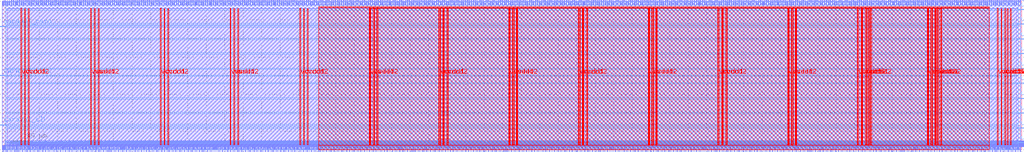
<source format=lef>
VERSION 5.7 ;
  NOWIREEXTENSIONATPIN ON ;
  DIVIDERCHAR "/" ;
  BUSBITCHARS "[]" ;
MACRO mgmt_protect
  CLASS BLOCK ;
  FOREIGN mgmt_protect ;
  ORIGIN 0.000 0.000 ;
  SIZE 1100.000 BY 160.000 ;
  PIN caravel_clk
    DIRECTION INPUT ;
    USE SIGNAL ;
    PORT
      LAYER met3 ;
        RECT -2.000 26.560 4.000 27.160 ;
    END
  END caravel_clk
  PIN caravel_clk2
    DIRECTION INPUT ;
    USE SIGNAL ;
    PORT
      LAYER met3 ;
        RECT -2.000 79.600 4.000 80.200 ;
    END
  END caravel_clk2
  PIN caravel_rstn
    DIRECTION INPUT ;
    USE SIGNAL ;
    PORT
      LAYER met3 ;
        RECT -2.000 132.640 4.000 133.240 ;
    END
  END caravel_rstn
  PIN la_data_in_core[0]
    DIRECTION OUTPUT TRISTATE ;
    USE SIGNAL ;
    PORT
      LAYER met2 ;
        RECT 236.990 156.000 237.270 162.000 ;
    END
  END la_data_in_core[0]
  PIN la_data_in_core[100]
    DIRECTION OUTPUT TRISTATE ;
    USE SIGNAL ;
    PORT
      LAYER met2 ;
        RECT 904.910 156.000 905.190 162.000 ;
    END
  END la_data_in_core[100]
  PIN la_data_in_core[101]
    DIRECTION OUTPUT TRISTATE ;
    USE SIGNAL ;
    PORT
      LAYER met2 ;
        RECT 911.350 156.000 911.630 162.000 ;
    END
  END la_data_in_core[101]
  PIN la_data_in_core[102]
    DIRECTION OUTPUT TRISTATE ;
    USE SIGNAL ;
    PORT
      LAYER met2 ;
        RECT 918.250 156.000 918.530 162.000 ;
    END
  END la_data_in_core[102]
  PIN la_data_in_core[103]
    DIRECTION OUTPUT TRISTATE ;
    USE SIGNAL ;
    PORT
      LAYER met2 ;
        RECT 924.690 156.000 924.970 162.000 ;
    END
  END la_data_in_core[103]
  PIN la_data_in_core[104]
    DIRECTION OUTPUT TRISTATE ;
    USE SIGNAL ;
    PORT
      LAYER met2 ;
        RECT 931.590 156.000 931.870 162.000 ;
    END
  END la_data_in_core[104]
  PIN la_data_in_core[105]
    DIRECTION OUTPUT TRISTATE ;
    USE SIGNAL ;
    PORT
      LAYER met2 ;
        RECT 938.030 156.000 938.310 162.000 ;
    END
  END la_data_in_core[105]
  PIN la_data_in_core[106]
    DIRECTION OUTPUT TRISTATE ;
    USE SIGNAL ;
    PORT
      LAYER met2 ;
        RECT 944.930 156.000 945.210 162.000 ;
    END
  END la_data_in_core[106]
  PIN la_data_in_core[107]
    DIRECTION OUTPUT TRISTATE ;
    USE SIGNAL ;
    PORT
      LAYER met2 ;
        RECT 951.370 156.000 951.650 162.000 ;
    END
  END la_data_in_core[107]
  PIN la_data_in_core[108]
    DIRECTION OUTPUT TRISTATE ;
    USE SIGNAL ;
    PORT
      LAYER met2 ;
        RECT 958.270 156.000 958.550 162.000 ;
    END
  END la_data_in_core[108]
  PIN la_data_in_core[109]
    DIRECTION OUTPUT TRISTATE ;
    USE SIGNAL ;
    PORT
      LAYER met2 ;
        RECT 964.710 156.000 964.990 162.000 ;
    END
  END la_data_in_core[109]
  PIN la_data_in_core[10]
    DIRECTION OUTPUT TRISTATE ;
    USE SIGNAL ;
    PORT
      LAYER met2 ;
        RECT 303.690 156.000 303.970 162.000 ;
    END
  END la_data_in_core[10]
  PIN la_data_in_core[110]
    DIRECTION OUTPUT TRISTATE ;
    USE SIGNAL ;
    PORT
      LAYER met2 ;
        RECT 971.610 156.000 971.890 162.000 ;
    END
  END la_data_in_core[110]
  PIN la_data_in_core[111]
    DIRECTION OUTPUT TRISTATE ;
    USE SIGNAL ;
    PORT
      LAYER met2 ;
        RECT 978.050 156.000 978.330 162.000 ;
    END
  END la_data_in_core[111]
  PIN la_data_in_core[112]
    DIRECTION OUTPUT TRISTATE ;
    USE SIGNAL ;
    PORT
      LAYER met2 ;
        RECT 984.950 156.000 985.230 162.000 ;
    END
  END la_data_in_core[112]
  PIN la_data_in_core[113]
    DIRECTION OUTPUT TRISTATE ;
    USE SIGNAL ;
    PORT
      LAYER met2 ;
        RECT 991.390 156.000 991.670 162.000 ;
    END
  END la_data_in_core[113]
  PIN la_data_in_core[114]
    DIRECTION OUTPUT TRISTATE ;
    USE SIGNAL ;
    PORT
      LAYER met2 ;
        RECT 998.290 156.000 998.570 162.000 ;
    END
  END la_data_in_core[114]
  PIN la_data_in_core[115]
    DIRECTION OUTPUT TRISTATE ;
    USE SIGNAL ;
    PORT
      LAYER met2 ;
        RECT 1004.730 156.000 1005.010 162.000 ;
    END
  END la_data_in_core[115]
  PIN la_data_in_core[116]
    DIRECTION OUTPUT TRISTATE ;
    USE SIGNAL ;
    PORT
      LAYER met2 ;
        RECT 1011.630 156.000 1011.910 162.000 ;
    END
  END la_data_in_core[116]
  PIN la_data_in_core[117]
    DIRECTION OUTPUT TRISTATE ;
    USE SIGNAL ;
    PORT
      LAYER met2 ;
        RECT 1018.070 156.000 1018.350 162.000 ;
    END
  END la_data_in_core[117]
  PIN la_data_in_core[118]
    DIRECTION OUTPUT TRISTATE ;
    USE SIGNAL ;
    PORT
      LAYER met2 ;
        RECT 1024.970 156.000 1025.250 162.000 ;
    END
  END la_data_in_core[118]
  PIN la_data_in_core[119]
    DIRECTION OUTPUT TRISTATE ;
    USE SIGNAL ;
    PORT
      LAYER met2 ;
        RECT 1031.410 156.000 1031.690 162.000 ;
    END
  END la_data_in_core[119]
  PIN la_data_in_core[11]
    DIRECTION OUTPUT TRISTATE ;
    USE SIGNAL ;
    PORT
      LAYER met2 ;
        RECT 310.130 156.000 310.410 162.000 ;
    END
  END la_data_in_core[11]
  PIN la_data_in_core[120]
    DIRECTION OUTPUT TRISTATE ;
    USE SIGNAL ;
    PORT
      LAYER met2 ;
        RECT 1038.310 156.000 1038.590 162.000 ;
    END
  END la_data_in_core[120]
  PIN la_data_in_core[121]
    DIRECTION OUTPUT TRISTATE ;
    USE SIGNAL ;
    PORT
      LAYER met2 ;
        RECT 1044.750 156.000 1045.030 162.000 ;
    END
  END la_data_in_core[121]
  PIN la_data_in_core[122]
    DIRECTION OUTPUT TRISTATE ;
    USE SIGNAL ;
    PORT
      LAYER met2 ;
        RECT 1051.650 156.000 1051.930 162.000 ;
    END
  END la_data_in_core[122]
  PIN la_data_in_core[123]
    DIRECTION OUTPUT TRISTATE ;
    USE SIGNAL ;
    PORT
      LAYER met2 ;
        RECT 1058.550 156.000 1058.830 162.000 ;
    END
  END la_data_in_core[123]
  PIN la_data_in_core[124]
    DIRECTION OUTPUT TRISTATE ;
    USE SIGNAL ;
    PORT
      LAYER met2 ;
        RECT 1064.990 156.000 1065.270 162.000 ;
    END
  END la_data_in_core[124]
  PIN la_data_in_core[125]
    DIRECTION OUTPUT TRISTATE ;
    USE SIGNAL ;
    PORT
      LAYER met2 ;
        RECT 1071.890 156.000 1072.170 162.000 ;
    END
  END la_data_in_core[125]
  PIN la_data_in_core[126]
    DIRECTION OUTPUT TRISTATE ;
    USE SIGNAL ;
    PORT
      LAYER met2 ;
        RECT 1078.330 156.000 1078.610 162.000 ;
    END
  END la_data_in_core[126]
  PIN la_data_in_core[127]
    DIRECTION OUTPUT TRISTATE ;
    USE SIGNAL ;
    PORT
      LAYER met2 ;
        RECT 1085.230 156.000 1085.510 162.000 ;
    END
  END la_data_in_core[127]
  PIN la_data_in_core[12]
    DIRECTION OUTPUT TRISTATE ;
    USE SIGNAL ;
    PORT
      LAYER met2 ;
        RECT 317.030 156.000 317.310 162.000 ;
    END
  END la_data_in_core[12]
  PIN la_data_in_core[13]
    DIRECTION OUTPUT TRISTATE ;
    USE SIGNAL ;
    PORT
      LAYER met2 ;
        RECT 323.470 156.000 323.750 162.000 ;
    END
  END la_data_in_core[13]
  PIN la_data_in_core[14]
    DIRECTION OUTPUT TRISTATE ;
    USE SIGNAL ;
    PORT
      LAYER met2 ;
        RECT 330.370 156.000 330.650 162.000 ;
    END
  END la_data_in_core[14]
  PIN la_data_in_core[15]
    DIRECTION OUTPUT TRISTATE ;
    USE SIGNAL ;
    PORT
      LAYER met2 ;
        RECT 336.810 156.000 337.090 162.000 ;
    END
  END la_data_in_core[15]
  PIN la_data_in_core[16]
    DIRECTION OUTPUT TRISTATE ;
    USE SIGNAL ;
    PORT
      LAYER met2 ;
        RECT 343.710 156.000 343.990 162.000 ;
    END
  END la_data_in_core[16]
  PIN la_data_in_core[17]
    DIRECTION OUTPUT TRISTATE ;
    USE SIGNAL ;
    PORT
      LAYER met2 ;
        RECT 350.150 156.000 350.430 162.000 ;
    END
  END la_data_in_core[17]
  PIN la_data_in_core[18]
    DIRECTION OUTPUT TRISTATE ;
    USE SIGNAL ;
    PORT
      LAYER met2 ;
        RECT 357.050 156.000 357.330 162.000 ;
    END
  END la_data_in_core[18]
  PIN la_data_in_core[19]
    DIRECTION OUTPUT TRISTATE ;
    USE SIGNAL ;
    PORT
      LAYER met2 ;
        RECT 363.490 156.000 363.770 162.000 ;
    END
  END la_data_in_core[19]
  PIN la_data_in_core[1]
    DIRECTION OUTPUT TRISTATE ;
    USE SIGNAL ;
    PORT
      LAYER met2 ;
        RECT 243.430 156.000 243.710 162.000 ;
    END
  END la_data_in_core[1]
  PIN la_data_in_core[20]
    DIRECTION OUTPUT TRISTATE ;
    USE SIGNAL ;
    PORT
      LAYER met2 ;
        RECT 370.390 156.000 370.670 162.000 ;
    END
  END la_data_in_core[20]
  PIN la_data_in_core[21]
    DIRECTION OUTPUT TRISTATE ;
    USE SIGNAL ;
    PORT
      LAYER met2 ;
        RECT 376.830 156.000 377.110 162.000 ;
    END
  END la_data_in_core[21]
  PIN la_data_in_core[22]
    DIRECTION OUTPUT TRISTATE ;
    USE SIGNAL ;
    PORT
      LAYER met2 ;
        RECT 383.730 156.000 384.010 162.000 ;
    END
  END la_data_in_core[22]
  PIN la_data_in_core[23]
    DIRECTION OUTPUT TRISTATE ;
    USE SIGNAL ;
    PORT
      LAYER met2 ;
        RECT 390.630 156.000 390.910 162.000 ;
    END
  END la_data_in_core[23]
  PIN la_data_in_core[24]
    DIRECTION OUTPUT TRISTATE ;
    USE SIGNAL ;
    PORT
      LAYER met2 ;
        RECT 397.070 156.000 397.350 162.000 ;
    END
  END la_data_in_core[24]
  PIN la_data_in_core[25]
    DIRECTION OUTPUT TRISTATE ;
    USE SIGNAL ;
    PORT
      LAYER met2 ;
        RECT 403.970 156.000 404.250 162.000 ;
    END
  END la_data_in_core[25]
  PIN la_data_in_core[26]
    DIRECTION OUTPUT TRISTATE ;
    USE SIGNAL ;
    PORT
      LAYER met2 ;
        RECT 410.410 156.000 410.690 162.000 ;
    END
  END la_data_in_core[26]
  PIN la_data_in_core[27]
    DIRECTION OUTPUT TRISTATE ;
    USE SIGNAL ;
    PORT
      LAYER met2 ;
        RECT 417.310 156.000 417.590 162.000 ;
    END
  END la_data_in_core[27]
  PIN la_data_in_core[28]
    DIRECTION OUTPUT TRISTATE ;
    USE SIGNAL ;
    PORT
      LAYER met2 ;
        RECT 423.750 156.000 424.030 162.000 ;
    END
  END la_data_in_core[28]
  PIN la_data_in_core[29]
    DIRECTION OUTPUT TRISTATE ;
    USE SIGNAL ;
    PORT
      LAYER met2 ;
        RECT 430.650 156.000 430.930 162.000 ;
    END
  END la_data_in_core[29]
  PIN la_data_in_core[2]
    DIRECTION OUTPUT TRISTATE ;
    USE SIGNAL ;
    PORT
      LAYER met2 ;
        RECT 250.330 156.000 250.610 162.000 ;
    END
  END la_data_in_core[2]
  PIN la_data_in_core[30]
    DIRECTION OUTPUT TRISTATE ;
    USE SIGNAL ;
    PORT
      LAYER met2 ;
        RECT 437.090 156.000 437.370 162.000 ;
    END
  END la_data_in_core[30]
  PIN la_data_in_core[31]
    DIRECTION OUTPUT TRISTATE ;
    USE SIGNAL ;
    PORT
      LAYER met2 ;
        RECT 443.990 156.000 444.270 162.000 ;
    END
  END la_data_in_core[31]
  PIN la_data_in_core[32]
    DIRECTION OUTPUT TRISTATE ;
    USE SIGNAL ;
    PORT
      LAYER met2 ;
        RECT 450.430 156.000 450.710 162.000 ;
    END
  END la_data_in_core[32]
  PIN la_data_in_core[33]
    DIRECTION OUTPUT TRISTATE ;
    USE SIGNAL ;
    PORT
      LAYER met2 ;
        RECT 457.330 156.000 457.610 162.000 ;
    END
  END la_data_in_core[33]
  PIN la_data_in_core[34]
    DIRECTION OUTPUT TRISTATE ;
    USE SIGNAL ;
    PORT
      LAYER met2 ;
        RECT 463.770 156.000 464.050 162.000 ;
    END
  END la_data_in_core[34]
  PIN la_data_in_core[35]
    DIRECTION OUTPUT TRISTATE ;
    USE SIGNAL ;
    PORT
      LAYER met2 ;
        RECT 470.670 156.000 470.950 162.000 ;
    END
  END la_data_in_core[35]
  PIN la_data_in_core[36]
    DIRECTION OUTPUT TRISTATE ;
    USE SIGNAL ;
    PORT
      LAYER met2 ;
        RECT 477.110 156.000 477.390 162.000 ;
    END
  END la_data_in_core[36]
  PIN la_data_in_core[37]
    DIRECTION OUTPUT TRISTATE ;
    USE SIGNAL ;
    PORT
      LAYER met2 ;
        RECT 484.010 156.000 484.290 162.000 ;
    END
  END la_data_in_core[37]
  PIN la_data_in_core[38]
    DIRECTION OUTPUT TRISTATE ;
    USE SIGNAL ;
    PORT
      LAYER met2 ;
        RECT 490.450 156.000 490.730 162.000 ;
    END
  END la_data_in_core[38]
  PIN la_data_in_core[39]
    DIRECTION OUTPUT TRISTATE ;
    USE SIGNAL ;
    PORT
      LAYER met2 ;
        RECT 497.350 156.000 497.630 162.000 ;
    END
  END la_data_in_core[39]
  PIN la_data_in_core[3]
    DIRECTION OUTPUT TRISTATE ;
    USE SIGNAL ;
    PORT
      LAYER met2 ;
        RECT 256.770 156.000 257.050 162.000 ;
    END
  END la_data_in_core[3]
  PIN la_data_in_core[40]
    DIRECTION OUTPUT TRISTATE ;
    USE SIGNAL ;
    PORT
      LAYER met2 ;
        RECT 503.790 156.000 504.070 162.000 ;
    END
  END la_data_in_core[40]
  PIN la_data_in_core[41]
    DIRECTION OUTPUT TRISTATE ;
    USE SIGNAL ;
    PORT
      LAYER met2 ;
        RECT 510.690 156.000 510.970 162.000 ;
    END
  END la_data_in_core[41]
  PIN la_data_in_core[42]
    DIRECTION OUTPUT TRISTATE ;
    USE SIGNAL ;
    PORT
      LAYER met2 ;
        RECT 517.130 156.000 517.410 162.000 ;
    END
  END la_data_in_core[42]
  PIN la_data_in_core[43]
    DIRECTION OUTPUT TRISTATE ;
    USE SIGNAL ;
    PORT
      LAYER met2 ;
        RECT 524.030 156.000 524.310 162.000 ;
    END
  END la_data_in_core[43]
  PIN la_data_in_core[44]
    DIRECTION OUTPUT TRISTATE ;
    USE SIGNAL ;
    PORT
      LAYER met2 ;
        RECT 530.470 156.000 530.750 162.000 ;
    END
  END la_data_in_core[44]
  PIN la_data_in_core[45]
    DIRECTION OUTPUT TRISTATE ;
    USE SIGNAL ;
    PORT
      LAYER met2 ;
        RECT 537.370 156.000 537.650 162.000 ;
    END
  END la_data_in_core[45]
  PIN la_data_in_core[46]
    DIRECTION OUTPUT TRISTATE ;
    USE SIGNAL ;
    PORT
      LAYER met2 ;
        RECT 543.810 156.000 544.090 162.000 ;
    END
  END la_data_in_core[46]
  PIN la_data_in_core[47]
    DIRECTION OUTPUT TRISTATE ;
    USE SIGNAL ;
    PORT
      LAYER met2 ;
        RECT 550.710 156.000 550.990 162.000 ;
    END
  END la_data_in_core[47]
  PIN la_data_in_core[48]
    DIRECTION OUTPUT TRISTATE ;
    USE SIGNAL ;
    PORT
      LAYER met2 ;
        RECT 557.610 156.000 557.890 162.000 ;
    END
  END la_data_in_core[48]
  PIN la_data_in_core[49]
    DIRECTION OUTPUT TRISTATE ;
    USE SIGNAL ;
    PORT
      LAYER met2 ;
        RECT 564.050 156.000 564.330 162.000 ;
    END
  END la_data_in_core[49]
  PIN la_data_in_core[4]
    DIRECTION OUTPUT TRISTATE ;
    USE SIGNAL ;
    PORT
      LAYER met2 ;
        RECT 263.670 156.000 263.950 162.000 ;
    END
  END la_data_in_core[4]
  PIN la_data_in_core[50]
    DIRECTION OUTPUT TRISTATE ;
    USE SIGNAL ;
    PORT
      LAYER met2 ;
        RECT 570.950 156.000 571.230 162.000 ;
    END
  END la_data_in_core[50]
  PIN la_data_in_core[51]
    DIRECTION OUTPUT TRISTATE ;
    USE SIGNAL ;
    PORT
      LAYER met2 ;
        RECT 577.390 156.000 577.670 162.000 ;
    END
  END la_data_in_core[51]
  PIN la_data_in_core[52]
    DIRECTION OUTPUT TRISTATE ;
    USE SIGNAL ;
    PORT
      LAYER met2 ;
        RECT 584.290 156.000 584.570 162.000 ;
    END
  END la_data_in_core[52]
  PIN la_data_in_core[53]
    DIRECTION OUTPUT TRISTATE ;
    USE SIGNAL ;
    PORT
      LAYER met2 ;
        RECT 590.730 156.000 591.010 162.000 ;
    END
  END la_data_in_core[53]
  PIN la_data_in_core[54]
    DIRECTION OUTPUT TRISTATE ;
    USE SIGNAL ;
    PORT
      LAYER met2 ;
        RECT 597.630 156.000 597.910 162.000 ;
    END
  END la_data_in_core[54]
  PIN la_data_in_core[55]
    DIRECTION OUTPUT TRISTATE ;
    USE SIGNAL ;
    PORT
      LAYER met2 ;
        RECT 604.070 156.000 604.350 162.000 ;
    END
  END la_data_in_core[55]
  PIN la_data_in_core[56]
    DIRECTION OUTPUT TRISTATE ;
    USE SIGNAL ;
    PORT
      LAYER met2 ;
        RECT 610.970 156.000 611.250 162.000 ;
    END
  END la_data_in_core[56]
  PIN la_data_in_core[57]
    DIRECTION OUTPUT TRISTATE ;
    USE SIGNAL ;
    PORT
      LAYER met2 ;
        RECT 617.410 156.000 617.690 162.000 ;
    END
  END la_data_in_core[57]
  PIN la_data_in_core[58]
    DIRECTION OUTPUT TRISTATE ;
    USE SIGNAL ;
    PORT
      LAYER met2 ;
        RECT 624.310 156.000 624.590 162.000 ;
    END
  END la_data_in_core[58]
  PIN la_data_in_core[59]
    DIRECTION OUTPUT TRISTATE ;
    USE SIGNAL ;
    PORT
      LAYER met2 ;
        RECT 630.750 156.000 631.030 162.000 ;
    END
  END la_data_in_core[59]
  PIN la_data_in_core[5]
    DIRECTION OUTPUT TRISTATE ;
    USE SIGNAL ;
    PORT
      LAYER met2 ;
        RECT 270.110 156.000 270.390 162.000 ;
    END
  END la_data_in_core[5]
  PIN la_data_in_core[60]
    DIRECTION OUTPUT TRISTATE ;
    USE SIGNAL ;
    PORT
      LAYER met2 ;
        RECT 637.650 156.000 637.930 162.000 ;
    END
  END la_data_in_core[60]
  PIN la_data_in_core[61]
    DIRECTION OUTPUT TRISTATE ;
    USE SIGNAL ;
    PORT
      LAYER met2 ;
        RECT 644.090 156.000 644.370 162.000 ;
    END
  END la_data_in_core[61]
  PIN la_data_in_core[62]
    DIRECTION OUTPUT TRISTATE ;
    USE SIGNAL ;
    PORT
      LAYER met2 ;
        RECT 650.990 156.000 651.270 162.000 ;
    END
  END la_data_in_core[62]
  PIN la_data_in_core[63]
    DIRECTION OUTPUT TRISTATE ;
    USE SIGNAL ;
    PORT
      LAYER met2 ;
        RECT 657.430 156.000 657.710 162.000 ;
    END
  END la_data_in_core[63]
  PIN la_data_in_core[64]
    DIRECTION OUTPUT TRISTATE ;
    USE SIGNAL ;
    PORT
      LAYER met2 ;
        RECT 664.330 156.000 664.610 162.000 ;
    END
  END la_data_in_core[64]
  PIN la_data_in_core[65]
    DIRECTION OUTPUT TRISTATE ;
    USE SIGNAL ;
    PORT
      LAYER met2 ;
        RECT 670.770 156.000 671.050 162.000 ;
    END
  END la_data_in_core[65]
  PIN la_data_in_core[66]
    DIRECTION OUTPUT TRISTATE ;
    USE SIGNAL ;
    PORT
      LAYER met2 ;
        RECT 677.670 156.000 677.950 162.000 ;
    END
  END la_data_in_core[66]
  PIN la_data_in_core[67]
    DIRECTION OUTPUT TRISTATE ;
    USE SIGNAL ;
    PORT
      LAYER met2 ;
        RECT 684.110 156.000 684.390 162.000 ;
    END
  END la_data_in_core[67]
  PIN la_data_in_core[68]
    DIRECTION OUTPUT TRISTATE ;
    USE SIGNAL ;
    PORT
      LAYER met2 ;
        RECT 691.010 156.000 691.290 162.000 ;
    END
  END la_data_in_core[68]
  PIN la_data_in_core[69]
    DIRECTION OUTPUT TRISTATE ;
    USE SIGNAL ;
    PORT
      LAYER met2 ;
        RECT 697.450 156.000 697.730 162.000 ;
    END
  END la_data_in_core[69]
  PIN la_data_in_core[6]
    DIRECTION OUTPUT TRISTATE ;
    USE SIGNAL ;
    PORT
      LAYER met2 ;
        RECT 277.010 156.000 277.290 162.000 ;
    END
  END la_data_in_core[6]
  PIN la_data_in_core[70]
    DIRECTION OUTPUT TRISTATE ;
    USE SIGNAL ;
    PORT
      LAYER met2 ;
        RECT 704.350 156.000 704.630 162.000 ;
    END
  END la_data_in_core[70]
  PIN la_data_in_core[71]
    DIRECTION OUTPUT TRISTATE ;
    USE SIGNAL ;
    PORT
      LAYER met2 ;
        RECT 710.790 156.000 711.070 162.000 ;
    END
  END la_data_in_core[71]
  PIN la_data_in_core[72]
    DIRECTION OUTPUT TRISTATE ;
    USE SIGNAL ;
    PORT
      LAYER met2 ;
        RECT 717.690 156.000 717.970 162.000 ;
    END
  END la_data_in_core[72]
  PIN la_data_in_core[73]
    DIRECTION OUTPUT TRISTATE ;
    USE SIGNAL ;
    PORT
      LAYER met2 ;
        RECT 724.590 156.000 724.870 162.000 ;
    END
  END la_data_in_core[73]
  PIN la_data_in_core[74]
    DIRECTION OUTPUT TRISTATE ;
    USE SIGNAL ;
    PORT
      LAYER met2 ;
        RECT 731.030 156.000 731.310 162.000 ;
    END
  END la_data_in_core[74]
  PIN la_data_in_core[75]
    DIRECTION OUTPUT TRISTATE ;
    USE SIGNAL ;
    PORT
      LAYER met2 ;
        RECT 737.930 156.000 738.210 162.000 ;
    END
  END la_data_in_core[75]
  PIN la_data_in_core[76]
    DIRECTION OUTPUT TRISTATE ;
    USE SIGNAL ;
    PORT
      LAYER met2 ;
        RECT 744.370 156.000 744.650 162.000 ;
    END
  END la_data_in_core[76]
  PIN la_data_in_core[77]
    DIRECTION OUTPUT TRISTATE ;
    USE SIGNAL ;
    PORT
      LAYER met2 ;
        RECT 751.270 156.000 751.550 162.000 ;
    END
  END la_data_in_core[77]
  PIN la_data_in_core[78]
    DIRECTION OUTPUT TRISTATE ;
    USE SIGNAL ;
    PORT
      LAYER met2 ;
        RECT 757.710 156.000 757.990 162.000 ;
    END
  END la_data_in_core[78]
  PIN la_data_in_core[79]
    DIRECTION OUTPUT TRISTATE ;
    USE SIGNAL ;
    PORT
      LAYER met2 ;
        RECT 764.610 156.000 764.890 162.000 ;
    END
  END la_data_in_core[79]
  PIN la_data_in_core[7]
    DIRECTION OUTPUT TRISTATE ;
    USE SIGNAL ;
    PORT
      LAYER met2 ;
        RECT 283.450 156.000 283.730 162.000 ;
    END
  END la_data_in_core[7]
  PIN la_data_in_core[80]
    DIRECTION OUTPUT TRISTATE ;
    USE SIGNAL ;
    PORT
      LAYER met2 ;
        RECT 771.050 156.000 771.330 162.000 ;
    END
  END la_data_in_core[80]
  PIN la_data_in_core[81]
    DIRECTION OUTPUT TRISTATE ;
    USE SIGNAL ;
    PORT
      LAYER met2 ;
        RECT 777.950 156.000 778.230 162.000 ;
    END
  END la_data_in_core[81]
  PIN la_data_in_core[82]
    DIRECTION OUTPUT TRISTATE ;
    USE SIGNAL ;
    PORT
      LAYER met2 ;
        RECT 784.390 156.000 784.670 162.000 ;
    END
  END la_data_in_core[82]
  PIN la_data_in_core[83]
    DIRECTION OUTPUT TRISTATE ;
    USE SIGNAL ;
    PORT
      LAYER met2 ;
        RECT 791.290 156.000 791.570 162.000 ;
    END
  END la_data_in_core[83]
  PIN la_data_in_core[84]
    DIRECTION OUTPUT TRISTATE ;
    USE SIGNAL ;
    PORT
      LAYER met2 ;
        RECT 797.730 156.000 798.010 162.000 ;
    END
  END la_data_in_core[84]
  PIN la_data_in_core[85]
    DIRECTION OUTPUT TRISTATE ;
    USE SIGNAL ;
    PORT
      LAYER met2 ;
        RECT 804.630 156.000 804.910 162.000 ;
    END
  END la_data_in_core[85]
  PIN la_data_in_core[86]
    DIRECTION OUTPUT TRISTATE ;
    USE SIGNAL ;
    PORT
      LAYER met2 ;
        RECT 811.070 156.000 811.350 162.000 ;
    END
  END la_data_in_core[86]
  PIN la_data_in_core[87]
    DIRECTION OUTPUT TRISTATE ;
    USE SIGNAL ;
    PORT
      LAYER met2 ;
        RECT 817.970 156.000 818.250 162.000 ;
    END
  END la_data_in_core[87]
  PIN la_data_in_core[88]
    DIRECTION OUTPUT TRISTATE ;
    USE SIGNAL ;
    PORT
      LAYER met2 ;
        RECT 824.410 156.000 824.690 162.000 ;
    END
  END la_data_in_core[88]
  PIN la_data_in_core[89]
    DIRECTION OUTPUT TRISTATE ;
    USE SIGNAL ;
    PORT
      LAYER met2 ;
        RECT 831.310 156.000 831.590 162.000 ;
    END
  END la_data_in_core[89]
  PIN la_data_in_core[8]
    DIRECTION OUTPUT TRISTATE ;
    USE SIGNAL ;
    PORT
      LAYER met2 ;
        RECT 290.350 156.000 290.630 162.000 ;
    END
  END la_data_in_core[8]
  PIN la_data_in_core[90]
    DIRECTION OUTPUT TRISTATE ;
    USE SIGNAL ;
    PORT
      LAYER met2 ;
        RECT 837.750 156.000 838.030 162.000 ;
    END
  END la_data_in_core[90]
  PIN la_data_in_core[91]
    DIRECTION OUTPUT TRISTATE ;
    USE SIGNAL ;
    PORT
      LAYER met2 ;
        RECT 844.650 156.000 844.930 162.000 ;
    END
  END la_data_in_core[91]
  PIN la_data_in_core[92]
    DIRECTION OUTPUT TRISTATE ;
    USE SIGNAL ;
    PORT
      LAYER met2 ;
        RECT 851.090 156.000 851.370 162.000 ;
    END
  END la_data_in_core[92]
  PIN la_data_in_core[93]
    DIRECTION OUTPUT TRISTATE ;
    USE SIGNAL ;
    PORT
      LAYER met2 ;
        RECT 857.990 156.000 858.270 162.000 ;
    END
  END la_data_in_core[93]
  PIN la_data_in_core[94]
    DIRECTION OUTPUT TRISTATE ;
    USE SIGNAL ;
    PORT
      LAYER met2 ;
        RECT 864.430 156.000 864.710 162.000 ;
    END
  END la_data_in_core[94]
  PIN la_data_in_core[95]
    DIRECTION OUTPUT TRISTATE ;
    USE SIGNAL ;
    PORT
      LAYER met2 ;
        RECT 871.330 156.000 871.610 162.000 ;
    END
  END la_data_in_core[95]
  PIN la_data_in_core[96]
    DIRECTION OUTPUT TRISTATE ;
    USE SIGNAL ;
    PORT
      LAYER met2 ;
        RECT 877.770 156.000 878.050 162.000 ;
    END
  END la_data_in_core[96]
  PIN la_data_in_core[97]
    DIRECTION OUTPUT TRISTATE ;
    USE SIGNAL ;
    PORT
      LAYER met2 ;
        RECT 884.670 156.000 884.950 162.000 ;
    END
  END la_data_in_core[97]
  PIN la_data_in_core[98]
    DIRECTION OUTPUT TRISTATE ;
    USE SIGNAL ;
    PORT
      LAYER met2 ;
        RECT 891.570 156.000 891.850 162.000 ;
    END
  END la_data_in_core[98]
  PIN la_data_in_core[99]
    DIRECTION OUTPUT TRISTATE ;
    USE SIGNAL ;
    PORT
      LAYER met2 ;
        RECT 898.010 156.000 898.290 162.000 ;
    END
  END la_data_in_core[99]
  PIN la_data_in_core[9]
    DIRECTION OUTPUT TRISTATE ;
    USE SIGNAL ;
    PORT
      LAYER met2 ;
        RECT 296.790 156.000 297.070 162.000 ;
    END
  END la_data_in_core[9]
  PIN la_data_in_mprj[0]
    DIRECTION OUTPUT TRISTATE ;
    USE SIGNAL ;
    PORT
      LAYER met2 ;
        RECT 0.550 -2.000 0.830 4.000 ;
    END
  END la_data_in_mprj[0]
  PIN la_data_in_mprj[100]
    DIRECTION OUTPUT TRISTATE ;
    USE SIGNAL ;
    PORT
      LAYER met2 ;
        RECT 713.550 -2.000 713.830 4.000 ;
    END
  END la_data_in_mprj[100]
  PIN la_data_in_mprj[101]
    DIRECTION OUTPUT TRISTATE ;
    USE SIGNAL ;
    PORT
      LAYER met2 ;
        RECT 720.450 -2.000 720.730 4.000 ;
    END
  END la_data_in_mprj[101]
  PIN la_data_in_mprj[102]
    DIRECTION OUTPUT TRISTATE ;
    USE SIGNAL ;
    PORT
      LAYER met2 ;
        RECT 727.810 -2.000 728.090 4.000 ;
    END
  END la_data_in_mprj[102]
  PIN la_data_in_mprj[103]
    DIRECTION OUTPUT TRISTATE ;
    USE SIGNAL ;
    PORT
      LAYER met2 ;
        RECT 734.710 -2.000 734.990 4.000 ;
    END
  END la_data_in_mprj[103]
  PIN la_data_in_mprj[104]
    DIRECTION OUTPUT TRISTATE ;
    USE SIGNAL ;
    PORT
      LAYER met2 ;
        RECT 742.070 -2.000 742.350 4.000 ;
    END
  END la_data_in_mprj[104]
  PIN la_data_in_mprj[105]
    DIRECTION OUTPUT TRISTATE ;
    USE SIGNAL ;
    PORT
      LAYER met2 ;
        RECT 748.970 -2.000 749.250 4.000 ;
    END
  END la_data_in_mprj[105]
  PIN la_data_in_mprj[106]
    DIRECTION OUTPUT TRISTATE ;
    USE SIGNAL ;
    PORT
      LAYER met2 ;
        RECT 756.330 -2.000 756.610 4.000 ;
    END
  END la_data_in_mprj[106]
  PIN la_data_in_mprj[107]
    DIRECTION OUTPUT TRISTATE ;
    USE SIGNAL ;
    PORT
      LAYER met2 ;
        RECT 763.230 -2.000 763.510 4.000 ;
    END
  END la_data_in_mprj[107]
  PIN la_data_in_mprj[108]
    DIRECTION OUTPUT TRISTATE ;
    USE SIGNAL ;
    PORT
      LAYER met2 ;
        RECT 770.590 -2.000 770.870 4.000 ;
    END
  END la_data_in_mprj[108]
  PIN la_data_in_mprj[109]
    DIRECTION OUTPUT TRISTATE ;
    USE SIGNAL ;
    PORT
      LAYER met2 ;
        RECT 777.490 -2.000 777.770 4.000 ;
    END
  END la_data_in_mprj[109]
  PIN la_data_in_mprj[10]
    DIRECTION OUTPUT TRISTATE ;
    USE SIGNAL ;
    PORT
      LAYER met2 ;
        RECT 71.850 -2.000 72.130 4.000 ;
    END
  END la_data_in_mprj[10]
  PIN la_data_in_mprj[110]
    DIRECTION OUTPUT TRISTATE ;
    USE SIGNAL ;
    PORT
      LAYER met2 ;
        RECT 784.850 -2.000 785.130 4.000 ;
    END
  END la_data_in_mprj[110]
  PIN la_data_in_mprj[111]
    DIRECTION OUTPUT TRISTATE ;
    USE SIGNAL ;
    PORT
      LAYER met2 ;
        RECT 791.750 -2.000 792.030 4.000 ;
    END
  END la_data_in_mprj[111]
  PIN la_data_in_mprj[112]
    DIRECTION OUTPUT TRISTATE ;
    USE SIGNAL ;
    PORT
      LAYER met2 ;
        RECT 799.110 -2.000 799.390 4.000 ;
    END
  END la_data_in_mprj[112]
  PIN la_data_in_mprj[113]
    DIRECTION OUTPUT TRISTATE ;
    USE SIGNAL ;
    PORT
      LAYER met2 ;
        RECT 806.010 -2.000 806.290 4.000 ;
    END
  END la_data_in_mprj[113]
  PIN la_data_in_mprj[114]
    DIRECTION OUTPUT TRISTATE ;
    USE SIGNAL ;
    PORT
      LAYER met2 ;
        RECT 813.370 -2.000 813.650 4.000 ;
    END
  END la_data_in_mprj[114]
  PIN la_data_in_mprj[115]
    DIRECTION OUTPUT TRISTATE ;
    USE SIGNAL ;
    PORT
      LAYER met2 ;
        RECT 820.270 -2.000 820.550 4.000 ;
    END
  END la_data_in_mprj[115]
  PIN la_data_in_mprj[116]
    DIRECTION OUTPUT TRISTATE ;
    USE SIGNAL ;
    PORT
      LAYER met2 ;
        RECT 827.630 -2.000 827.910 4.000 ;
    END
  END la_data_in_mprj[116]
  PIN la_data_in_mprj[117]
    DIRECTION OUTPUT TRISTATE ;
    USE SIGNAL ;
    PORT
      LAYER met2 ;
        RECT 834.530 -2.000 834.810 4.000 ;
    END
  END la_data_in_mprj[117]
  PIN la_data_in_mprj[118]
    DIRECTION OUTPUT TRISTATE ;
    USE SIGNAL ;
    PORT
      LAYER met2 ;
        RECT 841.890 -2.000 842.170 4.000 ;
    END
  END la_data_in_mprj[118]
  PIN la_data_in_mprj[119]
    DIRECTION OUTPUT TRISTATE ;
    USE SIGNAL ;
    PORT
      LAYER met2 ;
        RECT 848.790 -2.000 849.070 4.000 ;
    END
  END la_data_in_mprj[119]
  PIN la_data_in_mprj[11]
    DIRECTION OUTPUT TRISTATE ;
    USE SIGNAL ;
    PORT
      LAYER met2 ;
        RECT 78.750 -2.000 79.030 4.000 ;
    END
  END la_data_in_mprj[11]
  PIN la_data_in_mprj[120]
    DIRECTION OUTPUT TRISTATE ;
    USE SIGNAL ;
    PORT
      LAYER met2 ;
        RECT 856.150 -2.000 856.430 4.000 ;
    END
  END la_data_in_mprj[120]
  PIN la_data_in_mprj[121]
    DIRECTION OUTPUT TRISTATE ;
    USE SIGNAL ;
    PORT
      LAYER met2 ;
        RECT 863.050 -2.000 863.330 4.000 ;
    END
  END la_data_in_mprj[121]
  PIN la_data_in_mprj[122]
    DIRECTION OUTPUT TRISTATE ;
    USE SIGNAL ;
    PORT
      LAYER met2 ;
        RECT 870.410 -2.000 870.690 4.000 ;
    END
  END la_data_in_mprj[122]
  PIN la_data_in_mprj[123]
    DIRECTION OUTPUT TRISTATE ;
    USE SIGNAL ;
    PORT
      LAYER met2 ;
        RECT 877.310 -2.000 877.590 4.000 ;
    END
  END la_data_in_mprj[123]
  PIN la_data_in_mprj[124]
    DIRECTION OUTPUT TRISTATE ;
    USE SIGNAL ;
    PORT
      LAYER met2 ;
        RECT 884.670 -2.000 884.950 4.000 ;
    END
  END la_data_in_mprj[124]
  PIN la_data_in_mprj[125]
    DIRECTION OUTPUT TRISTATE ;
    USE SIGNAL ;
    PORT
      LAYER met2 ;
        RECT 891.570 -2.000 891.850 4.000 ;
    END
  END la_data_in_mprj[125]
  PIN la_data_in_mprj[126]
    DIRECTION OUTPUT TRISTATE ;
    USE SIGNAL ;
    PORT
      LAYER met2 ;
        RECT 898.930 -2.000 899.210 4.000 ;
    END
  END la_data_in_mprj[126]
  PIN la_data_in_mprj[127]
    DIRECTION OUTPUT TRISTATE ;
    USE SIGNAL ;
    PORT
      LAYER met2 ;
        RECT 905.830 -2.000 906.110 4.000 ;
    END
  END la_data_in_mprj[127]
  PIN la_data_in_mprj[12]
    DIRECTION OUTPUT TRISTATE ;
    USE SIGNAL ;
    PORT
      LAYER met2 ;
        RECT 86.110 -2.000 86.390 4.000 ;
    END
  END la_data_in_mprj[12]
  PIN la_data_in_mprj[13]
    DIRECTION OUTPUT TRISTATE ;
    USE SIGNAL ;
    PORT
      LAYER met2 ;
        RECT 93.010 -2.000 93.290 4.000 ;
    END
  END la_data_in_mprj[13]
  PIN la_data_in_mprj[14]
    DIRECTION OUTPUT TRISTATE ;
    USE SIGNAL ;
    PORT
      LAYER met2 ;
        RECT 100.370 -2.000 100.650 4.000 ;
    END
  END la_data_in_mprj[14]
  PIN la_data_in_mprj[15]
    DIRECTION OUTPUT TRISTATE ;
    USE SIGNAL ;
    PORT
      LAYER met2 ;
        RECT 107.270 -2.000 107.550 4.000 ;
    END
  END la_data_in_mprj[15]
  PIN la_data_in_mprj[16]
    DIRECTION OUTPUT TRISTATE ;
    USE SIGNAL ;
    PORT
      LAYER met2 ;
        RECT 114.630 -2.000 114.910 4.000 ;
    END
  END la_data_in_mprj[16]
  PIN la_data_in_mprj[17]
    DIRECTION OUTPUT TRISTATE ;
    USE SIGNAL ;
    PORT
      LAYER met2 ;
        RECT 121.530 -2.000 121.810 4.000 ;
    END
  END la_data_in_mprj[17]
  PIN la_data_in_mprj[18]
    DIRECTION OUTPUT TRISTATE ;
    USE SIGNAL ;
    PORT
      LAYER met2 ;
        RECT 128.890 -2.000 129.170 4.000 ;
    END
  END la_data_in_mprj[18]
  PIN la_data_in_mprj[19]
    DIRECTION OUTPUT TRISTATE ;
    USE SIGNAL ;
    PORT
      LAYER met2 ;
        RECT 135.790 -2.000 136.070 4.000 ;
    END
  END la_data_in_mprj[19]
  PIN la_data_in_mprj[1]
    DIRECTION OUTPUT TRISTATE ;
    USE SIGNAL ;
    PORT
      LAYER met2 ;
        RECT 7.450 -2.000 7.730 4.000 ;
    END
  END la_data_in_mprj[1]
  PIN la_data_in_mprj[20]
    DIRECTION OUTPUT TRISTATE ;
    USE SIGNAL ;
    PORT
      LAYER met2 ;
        RECT 143.150 -2.000 143.430 4.000 ;
    END
  END la_data_in_mprj[20]
  PIN la_data_in_mprj[21]
    DIRECTION OUTPUT TRISTATE ;
    USE SIGNAL ;
    PORT
      LAYER met2 ;
        RECT 150.050 -2.000 150.330 4.000 ;
    END
  END la_data_in_mprj[21]
  PIN la_data_in_mprj[22]
    DIRECTION OUTPUT TRISTATE ;
    USE SIGNAL ;
    PORT
      LAYER met2 ;
        RECT 157.410 -2.000 157.690 4.000 ;
    END
  END la_data_in_mprj[22]
  PIN la_data_in_mprj[23]
    DIRECTION OUTPUT TRISTATE ;
    USE SIGNAL ;
    PORT
      LAYER met2 ;
        RECT 164.310 -2.000 164.590 4.000 ;
    END
  END la_data_in_mprj[23]
  PIN la_data_in_mprj[24]
    DIRECTION OUTPUT TRISTATE ;
    USE SIGNAL ;
    PORT
      LAYER met2 ;
        RECT 171.670 -2.000 171.950 4.000 ;
    END
  END la_data_in_mprj[24]
  PIN la_data_in_mprj[25]
    DIRECTION OUTPUT TRISTATE ;
    USE SIGNAL ;
    PORT
      LAYER met2 ;
        RECT 178.570 -2.000 178.850 4.000 ;
    END
  END la_data_in_mprj[25]
  PIN la_data_in_mprj[26]
    DIRECTION OUTPUT TRISTATE ;
    USE SIGNAL ;
    PORT
      LAYER met2 ;
        RECT 185.930 -2.000 186.210 4.000 ;
    END
  END la_data_in_mprj[26]
  PIN la_data_in_mprj[27]
    DIRECTION OUTPUT TRISTATE ;
    USE SIGNAL ;
    PORT
      LAYER met2 ;
        RECT 192.830 -2.000 193.110 4.000 ;
    END
  END la_data_in_mprj[27]
  PIN la_data_in_mprj[28]
    DIRECTION OUTPUT TRISTATE ;
    USE SIGNAL ;
    PORT
      LAYER met2 ;
        RECT 200.190 -2.000 200.470 4.000 ;
    END
  END la_data_in_mprj[28]
  PIN la_data_in_mprj[29]
    DIRECTION OUTPUT TRISTATE ;
    USE SIGNAL ;
    PORT
      LAYER met2 ;
        RECT 207.090 -2.000 207.370 4.000 ;
    END
  END la_data_in_mprj[29]
  PIN la_data_in_mprj[2]
    DIRECTION OUTPUT TRISTATE ;
    USE SIGNAL ;
    PORT
      LAYER met2 ;
        RECT 14.810 -2.000 15.090 4.000 ;
    END
  END la_data_in_mprj[2]
  PIN la_data_in_mprj[30]
    DIRECTION OUTPUT TRISTATE ;
    USE SIGNAL ;
    PORT
      LAYER met2 ;
        RECT 214.450 -2.000 214.730 4.000 ;
    END
  END la_data_in_mprj[30]
  PIN la_data_in_mprj[31]
    DIRECTION OUTPUT TRISTATE ;
    USE SIGNAL ;
    PORT
      LAYER met2 ;
        RECT 221.350 -2.000 221.630 4.000 ;
    END
  END la_data_in_mprj[31]
  PIN la_data_in_mprj[32]
    DIRECTION OUTPUT TRISTATE ;
    USE SIGNAL ;
    PORT
      LAYER met2 ;
        RECT 228.710 -2.000 228.990 4.000 ;
    END
  END la_data_in_mprj[32]
  PIN la_data_in_mprj[33]
    DIRECTION OUTPUT TRISTATE ;
    USE SIGNAL ;
    PORT
      LAYER met2 ;
        RECT 235.610 -2.000 235.890 4.000 ;
    END
  END la_data_in_mprj[33]
  PIN la_data_in_mprj[34]
    DIRECTION OUTPUT TRISTATE ;
    USE SIGNAL ;
    PORT
      LAYER met2 ;
        RECT 242.970 -2.000 243.250 4.000 ;
    END
  END la_data_in_mprj[34]
  PIN la_data_in_mprj[35]
    DIRECTION OUTPUT TRISTATE ;
    USE SIGNAL ;
    PORT
      LAYER met2 ;
        RECT 249.870 -2.000 250.150 4.000 ;
    END
  END la_data_in_mprj[35]
  PIN la_data_in_mprj[36]
    DIRECTION OUTPUT TRISTATE ;
    USE SIGNAL ;
    PORT
      LAYER met2 ;
        RECT 257.230 -2.000 257.510 4.000 ;
    END
  END la_data_in_mprj[36]
  PIN la_data_in_mprj[37]
    DIRECTION OUTPUT TRISTATE ;
    USE SIGNAL ;
    PORT
      LAYER met2 ;
        RECT 264.130 -2.000 264.410 4.000 ;
    END
  END la_data_in_mprj[37]
  PIN la_data_in_mprj[38]
    DIRECTION OUTPUT TRISTATE ;
    USE SIGNAL ;
    PORT
      LAYER met2 ;
        RECT 271.490 -2.000 271.770 4.000 ;
    END
  END la_data_in_mprj[38]
  PIN la_data_in_mprj[39]
    DIRECTION OUTPUT TRISTATE ;
    USE SIGNAL ;
    PORT
      LAYER met2 ;
        RECT 278.390 -2.000 278.670 4.000 ;
    END
  END la_data_in_mprj[39]
  PIN la_data_in_mprj[3]
    DIRECTION OUTPUT TRISTATE ;
    USE SIGNAL ;
    PORT
      LAYER met2 ;
        RECT 21.710 -2.000 21.990 4.000 ;
    END
  END la_data_in_mprj[3]
  PIN la_data_in_mprj[40]
    DIRECTION OUTPUT TRISTATE ;
    USE SIGNAL ;
    PORT
      LAYER met2 ;
        RECT 285.750 -2.000 286.030 4.000 ;
    END
  END la_data_in_mprj[40]
  PIN la_data_in_mprj[41]
    DIRECTION OUTPUT TRISTATE ;
    USE SIGNAL ;
    PORT
      LAYER met2 ;
        RECT 292.650 -2.000 292.930 4.000 ;
    END
  END la_data_in_mprj[41]
  PIN la_data_in_mprj[42]
    DIRECTION OUTPUT TRISTATE ;
    USE SIGNAL ;
    PORT
      LAYER met2 ;
        RECT 300.010 -2.000 300.290 4.000 ;
    END
  END la_data_in_mprj[42]
  PIN la_data_in_mprj[43]
    DIRECTION OUTPUT TRISTATE ;
    USE SIGNAL ;
    PORT
      LAYER met2 ;
        RECT 306.910 -2.000 307.190 4.000 ;
    END
  END la_data_in_mprj[43]
  PIN la_data_in_mprj[44]
    DIRECTION OUTPUT TRISTATE ;
    USE SIGNAL ;
    PORT
      LAYER met2 ;
        RECT 314.270 -2.000 314.550 4.000 ;
    END
  END la_data_in_mprj[44]
  PIN la_data_in_mprj[45]
    DIRECTION OUTPUT TRISTATE ;
    USE SIGNAL ;
    PORT
      LAYER met2 ;
        RECT 321.170 -2.000 321.450 4.000 ;
    END
  END la_data_in_mprj[45]
  PIN la_data_in_mprj[46]
    DIRECTION OUTPUT TRISTATE ;
    USE SIGNAL ;
    PORT
      LAYER met2 ;
        RECT 328.530 -2.000 328.810 4.000 ;
    END
  END la_data_in_mprj[46]
  PIN la_data_in_mprj[47]
    DIRECTION OUTPUT TRISTATE ;
    USE SIGNAL ;
    PORT
      LAYER met2 ;
        RECT 335.430 -2.000 335.710 4.000 ;
    END
  END la_data_in_mprj[47]
  PIN la_data_in_mprj[48]
    DIRECTION OUTPUT TRISTATE ;
    USE SIGNAL ;
    PORT
      LAYER met2 ;
        RECT 342.790 -2.000 343.070 4.000 ;
    END
  END la_data_in_mprj[48]
  PIN la_data_in_mprj[49]
    DIRECTION OUTPUT TRISTATE ;
    USE SIGNAL ;
    PORT
      LAYER met2 ;
        RECT 349.690 -2.000 349.970 4.000 ;
    END
  END la_data_in_mprj[49]
  PIN la_data_in_mprj[4]
    DIRECTION OUTPUT TRISTATE ;
    USE SIGNAL ;
    PORT
      LAYER met2 ;
        RECT 29.070 -2.000 29.350 4.000 ;
    END
  END la_data_in_mprj[4]
  PIN la_data_in_mprj[50]
    DIRECTION OUTPUT TRISTATE ;
    USE SIGNAL ;
    PORT
      LAYER met2 ;
        RECT 357.050 -2.000 357.330 4.000 ;
    END
  END la_data_in_mprj[50]
  PIN la_data_in_mprj[51]
    DIRECTION OUTPUT TRISTATE ;
    USE SIGNAL ;
    PORT
      LAYER met2 ;
        RECT 363.950 -2.000 364.230 4.000 ;
    END
  END la_data_in_mprj[51]
  PIN la_data_in_mprj[52]
    DIRECTION OUTPUT TRISTATE ;
    USE SIGNAL ;
    PORT
      LAYER met2 ;
        RECT 371.310 -2.000 371.590 4.000 ;
    END
  END la_data_in_mprj[52]
  PIN la_data_in_mprj[53]
    DIRECTION OUTPUT TRISTATE ;
    USE SIGNAL ;
    PORT
      LAYER met2 ;
        RECT 378.210 -2.000 378.490 4.000 ;
    END
  END la_data_in_mprj[53]
  PIN la_data_in_mprj[54]
    DIRECTION OUTPUT TRISTATE ;
    USE SIGNAL ;
    PORT
      LAYER met2 ;
        RECT 385.570 -2.000 385.850 4.000 ;
    END
  END la_data_in_mprj[54]
  PIN la_data_in_mprj[55]
    DIRECTION OUTPUT TRISTATE ;
    USE SIGNAL ;
    PORT
      LAYER met2 ;
        RECT 392.470 -2.000 392.750 4.000 ;
    END
  END la_data_in_mprj[55]
  PIN la_data_in_mprj[56]
    DIRECTION OUTPUT TRISTATE ;
    USE SIGNAL ;
    PORT
      LAYER met2 ;
        RECT 399.830 -2.000 400.110 4.000 ;
    END
  END la_data_in_mprj[56]
  PIN la_data_in_mprj[57]
    DIRECTION OUTPUT TRISTATE ;
    USE SIGNAL ;
    PORT
      LAYER met2 ;
        RECT 406.730 -2.000 407.010 4.000 ;
    END
  END la_data_in_mprj[57]
  PIN la_data_in_mprj[58]
    DIRECTION OUTPUT TRISTATE ;
    USE SIGNAL ;
    PORT
      LAYER met2 ;
        RECT 414.090 -2.000 414.370 4.000 ;
    END
  END la_data_in_mprj[58]
  PIN la_data_in_mprj[59]
    DIRECTION OUTPUT TRISTATE ;
    USE SIGNAL ;
    PORT
      LAYER met2 ;
        RECT 420.990 -2.000 421.270 4.000 ;
    END
  END la_data_in_mprj[59]
  PIN la_data_in_mprj[5]
    DIRECTION OUTPUT TRISTATE ;
    USE SIGNAL ;
    PORT
      LAYER met2 ;
        RECT 35.970 -2.000 36.250 4.000 ;
    END
  END la_data_in_mprj[5]
  PIN la_data_in_mprj[60]
    DIRECTION OUTPUT TRISTATE ;
    USE SIGNAL ;
    PORT
      LAYER met2 ;
        RECT 428.350 -2.000 428.630 4.000 ;
    END
  END la_data_in_mprj[60]
  PIN la_data_in_mprj[61]
    DIRECTION OUTPUT TRISTATE ;
    USE SIGNAL ;
    PORT
      LAYER met2 ;
        RECT 435.250 -2.000 435.530 4.000 ;
    END
  END la_data_in_mprj[61]
  PIN la_data_in_mprj[62]
    DIRECTION OUTPUT TRISTATE ;
    USE SIGNAL ;
    PORT
      LAYER met2 ;
        RECT 442.610 -2.000 442.890 4.000 ;
    END
  END la_data_in_mprj[62]
  PIN la_data_in_mprj[63]
    DIRECTION OUTPUT TRISTATE ;
    USE SIGNAL ;
    PORT
      LAYER met2 ;
        RECT 449.510 -2.000 449.790 4.000 ;
    END
  END la_data_in_mprj[63]
  PIN la_data_in_mprj[64]
    DIRECTION OUTPUT TRISTATE ;
    USE SIGNAL ;
    PORT
      LAYER met2 ;
        RECT 456.870 -2.000 457.150 4.000 ;
    END
  END la_data_in_mprj[64]
  PIN la_data_in_mprj[65]
    DIRECTION OUTPUT TRISTATE ;
    USE SIGNAL ;
    PORT
      LAYER met2 ;
        RECT 463.770 -2.000 464.050 4.000 ;
    END
  END la_data_in_mprj[65]
  PIN la_data_in_mprj[66]
    DIRECTION OUTPUT TRISTATE ;
    USE SIGNAL ;
    PORT
      LAYER met2 ;
        RECT 471.130 -2.000 471.410 4.000 ;
    END
  END la_data_in_mprj[66]
  PIN la_data_in_mprj[67]
    DIRECTION OUTPUT TRISTATE ;
    USE SIGNAL ;
    PORT
      LAYER met2 ;
        RECT 478.030 -2.000 478.310 4.000 ;
    END
  END la_data_in_mprj[67]
  PIN la_data_in_mprj[68]
    DIRECTION OUTPUT TRISTATE ;
    USE SIGNAL ;
    PORT
      LAYER met2 ;
        RECT 485.390 -2.000 485.670 4.000 ;
    END
  END la_data_in_mprj[68]
  PIN la_data_in_mprj[69]
    DIRECTION OUTPUT TRISTATE ;
    USE SIGNAL ;
    PORT
      LAYER met2 ;
        RECT 492.290 -2.000 492.570 4.000 ;
    END
  END la_data_in_mprj[69]
  PIN la_data_in_mprj[6]
    DIRECTION OUTPUT TRISTATE ;
    USE SIGNAL ;
    PORT
      LAYER met2 ;
        RECT 43.330 -2.000 43.610 4.000 ;
    END
  END la_data_in_mprj[6]
  PIN la_data_in_mprj[70]
    DIRECTION OUTPUT TRISTATE ;
    USE SIGNAL ;
    PORT
      LAYER met2 ;
        RECT 499.650 -2.000 499.930 4.000 ;
    END
  END la_data_in_mprj[70]
  PIN la_data_in_mprj[71]
    DIRECTION OUTPUT TRISTATE ;
    USE SIGNAL ;
    PORT
      LAYER met2 ;
        RECT 506.550 -2.000 506.830 4.000 ;
    END
  END la_data_in_mprj[71]
  PIN la_data_in_mprj[72]
    DIRECTION OUTPUT TRISTATE ;
    USE SIGNAL ;
    PORT
      LAYER met2 ;
        RECT 513.910 -2.000 514.190 4.000 ;
    END
  END la_data_in_mprj[72]
  PIN la_data_in_mprj[73]
    DIRECTION OUTPUT TRISTATE ;
    USE SIGNAL ;
    PORT
      LAYER met2 ;
        RECT 520.810 -2.000 521.090 4.000 ;
    END
  END la_data_in_mprj[73]
  PIN la_data_in_mprj[74]
    DIRECTION OUTPUT TRISTATE ;
    USE SIGNAL ;
    PORT
      LAYER met2 ;
        RECT 528.170 -2.000 528.450 4.000 ;
    END
  END la_data_in_mprj[74]
  PIN la_data_in_mprj[75]
    DIRECTION OUTPUT TRISTATE ;
    USE SIGNAL ;
    PORT
      LAYER met2 ;
        RECT 535.070 -2.000 535.350 4.000 ;
    END
  END la_data_in_mprj[75]
  PIN la_data_in_mprj[76]
    DIRECTION OUTPUT TRISTATE ;
    USE SIGNAL ;
    PORT
      LAYER met2 ;
        RECT 542.430 -2.000 542.710 4.000 ;
    END
  END la_data_in_mprj[76]
  PIN la_data_in_mprj[77]
    DIRECTION OUTPUT TRISTATE ;
    USE SIGNAL ;
    PORT
      LAYER met2 ;
        RECT 549.330 -2.000 549.610 4.000 ;
    END
  END la_data_in_mprj[77]
  PIN la_data_in_mprj[78]
    DIRECTION OUTPUT TRISTATE ;
    USE SIGNAL ;
    PORT
      LAYER met2 ;
        RECT 556.690 -2.000 556.970 4.000 ;
    END
  END la_data_in_mprj[78]
  PIN la_data_in_mprj[79]
    DIRECTION OUTPUT TRISTATE ;
    USE SIGNAL ;
    PORT
      LAYER met2 ;
        RECT 563.590 -2.000 563.870 4.000 ;
    END
  END la_data_in_mprj[79]
  PIN la_data_in_mprj[7]
    DIRECTION OUTPUT TRISTATE ;
    USE SIGNAL ;
    PORT
      LAYER met2 ;
        RECT 50.230 -2.000 50.510 4.000 ;
    END
  END la_data_in_mprj[7]
  PIN la_data_in_mprj[80]
    DIRECTION OUTPUT TRISTATE ;
    USE SIGNAL ;
    PORT
      LAYER met2 ;
        RECT 570.950 -2.000 571.230 4.000 ;
    END
  END la_data_in_mprj[80]
  PIN la_data_in_mprj[81]
    DIRECTION OUTPUT TRISTATE ;
    USE SIGNAL ;
    PORT
      LAYER met2 ;
        RECT 577.850 -2.000 578.130 4.000 ;
    END
  END la_data_in_mprj[81]
  PIN la_data_in_mprj[82]
    DIRECTION OUTPUT TRISTATE ;
    USE SIGNAL ;
    PORT
      LAYER met2 ;
        RECT 585.210 -2.000 585.490 4.000 ;
    END
  END la_data_in_mprj[82]
  PIN la_data_in_mprj[83]
    DIRECTION OUTPUT TRISTATE ;
    USE SIGNAL ;
    PORT
      LAYER met2 ;
        RECT 592.110 -2.000 592.390 4.000 ;
    END
  END la_data_in_mprj[83]
  PIN la_data_in_mprj[84]
    DIRECTION OUTPUT TRISTATE ;
    USE SIGNAL ;
    PORT
      LAYER met2 ;
        RECT 599.470 -2.000 599.750 4.000 ;
    END
  END la_data_in_mprj[84]
  PIN la_data_in_mprj[85]
    DIRECTION OUTPUT TRISTATE ;
    USE SIGNAL ;
    PORT
      LAYER met2 ;
        RECT 606.370 -2.000 606.650 4.000 ;
    END
  END la_data_in_mprj[85]
  PIN la_data_in_mprj[86]
    DIRECTION OUTPUT TRISTATE ;
    USE SIGNAL ;
    PORT
      LAYER met2 ;
        RECT 613.730 -2.000 614.010 4.000 ;
    END
  END la_data_in_mprj[86]
  PIN la_data_in_mprj[87]
    DIRECTION OUTPUT TRISTATE ;
    USE SIGNAL ;
    PORT
      LAYER met2 ;
        RECT 620.630 -2.000 620.910 4.000 ;
    END
  END la_data_in_mprj[87]
  PIN la_data_in_mprj[88]
    DIRECTION OUTPUT TRISTATE ;
    USE SIGNAL ;
    PORT
      LAYER met2 ;
        RECT 627.990 -2.000 628.270 4.000 ;
    END
  END la_data_in_mprj[88]
  PIN la_data_in_mprj[89]
    DIRECTION OUTPUT TRISTATE ;
    USE SIGNAL ;
    PORT
      LAYER met2 ;
        RECT 634.890 -2.000 635.170 4.000 ;
    END
  END la_data_in_mprj[89]
  PIN la_data_in_mprj[8]
    DIRECTION OUTPUT TRISTATE ;
    USE SIGNAL ;
    PORT
      LAYER met2 ;
        RECT 57.590 -2.000 57.870 4.000 ;
    END
  END la_data_in_mprj[8]
  PIN la_data_in_mprj[90]
    DIRECTION OUTPUT TRISTATE ;
    USE SIGNAL ;
    PORT
      LAYER met2 ;
        RECT 642.250 -2.000 642.530 4.000 ;
    END
  END la_data_in_mprj[90]
  PIN la_data_in_mprj[91]
    DIRECTION OUTPUT TRISTATE ;
    USE SIGNAL ;
    PORT
      LAYER met2 ;
        RECT 649.150 -2.000 649.430 4.000 ;
    END
  END la_data_in_mprj[91]
  PIN la_data_in_mprj[92]
    DIRECTION OUTPUT TRISTATE ;
    USE SIGNAL ;
    PORT
      LAYER met2 ;
        RECT 656.510 -2.000 656.790 4.000 ;
    END
  END la_data_in_mprj[92]
  PIN la_data_in_mprj[93]
    DIRECTION OUTPUT TRISTATE ;
    USE SIGNAL ;
    PORT
      LAYER met2 ;
        RECT 663.410 -2.000 663.690 4.000 ;
    END
  END la_data_in_mprj[93]
  PIN la_data_in_mprj[94]
    DIRECTION OUTPUT TRISTATE ;
    USE SIGNAL ;
    PORT
      LAYER met2 ;
        RECT 670.770 -2.000 671.050 4.000 ;
    END
  END la_data_in_mprj[94]
  PIN la_data_in_mprj[95]
    DIRECTION OUTPUT TRISTATE ;
    USE SIGNAL ;
    PORT
      LAYER met2 ;
        RECT 677.670 -2.000 677.950 4.000 ;
    END
  END la_data_in_mprj[95]
  PIN la_data_in_mprj[96]
    DIRECTION OUTPUT TRISTATE ;
    USE SIGNAL ;
    PORT
      LAYER met2 ;
        RECT 685.030 -2.000 685.310 4.000 ;
    END
  END la_data_in_mprj[96]
  PIN la_data_in_mprj[97]
    DIRECTION OUTPUT TRISTATE ;
    USE SIGNAL ;
    PORT
      LAYER met2 ;
        RECT 691.930 -2.000 692.210 4.000 ;
    END
  END la_data_in_mprj[97]
  PIN la_data_in_mprj[98]
    DIRECTION OUTPUT TRISTATE ;
    USE SIGNAL ;
    PORT
      LAYER met2 ;
        RECT 699.290 -2.000 699.570 4.000 ;
    END
  END la_data_in_mprj[98]
  PIN la_data_in_mprj[99]
    DIRECTION OUTPUT TRISTATE ;
    USE SIGNAL ;
    PORT
      LAYER met2 ;
        RECT 706.190 -2.000 706.470 4.000 ;
    END
  END la_data_in_mprj[99]
  PIN la_data_in_mprj[9]
    DIRECTION OUTPUT TRISTATE ;
    USE SIGNAL ;
    PORT
      LAYER met2 ;
        RECT 64.490 -2.000 64.770 4.000 ;
    END
  END la_data_in_mprj[9]
  PIN la_data_out_core[0]
    DIRECTION INPUT ;
    USE SIGNAL ;
    PORT
      LAYER met2 ;
        RECT 238.830 156.000 239.110 162.000 ;
    END
  END la_data_out_core[0]
  PIN la_data_out_core[100]
    DIRECTION INPUT ;
    USE SIGNAL ;
    PORT
      LAYER met2 ;
        RECT 906.750 156.000 907.030 162.000 ;
    END
  END la_data_out_core[100]
  PIN la_data_out_core[101]
    DIRECTION INPUT ;
    USE SIGNAL ;
    PORT
      LAYER met2 ;
        RECT 913.650 156.000 913.930 162.000 ;
    END
  END la_data_out_core[101]
  PIN la_data_out_core[102]
    DIRECTION INPUT ;
    USE SIGNAL ;
    PORT
      LAYER met2 ;
        RECT 920.090 156.000 920.370 162.000 ;
    END
  END la_data_out_core[102]
  PIN la_data_out_core[103]
    DIRECTION INPUT ;
    USE SIGNAL ;
    PORT
      LAYER met2 ;
        RECT 926.990 156.000 927.270 162.000 ;
    END
  END la_data_out_core[103]
  PIN la_data_out_core[104]
    DIRECTION INPUT ;
    USE SIGNAL ;
    PORT
      LAYER met2 ;
        RECT 933.430 156.000 933.710 162.000 ;
    END
  END la_data_out_core[104]
  PIN la_data_out_core[105]
    DIRECTION INPUT ;
    USE SIGNAL ;
    PORT
      LAYER met2 ;
        RECT 940.330 156.000 940.610 162.000 ;
    END
  END la_data_out_core[105]
  PIN la_data_out_core[106]
    DIRECTION INPUT ;
    USE SIGNAL ;
    PORT
      LAYER met2 ;
        RECT 947.230 156.000 947.510 162.000 ;
    END
  END la_data_out_core[106]
  PIN la_data_out_core[107]
    DIRECTION INPUT ;
    USE SIGNAL ;
    PORT
      LAYER met2 ;
        RECT 953.670 156.000 953.950 162.000 ;
    END
  END la_data_out_core[107]
  PIN la_data_out_core[108]
    DIRECTION INPUT ;
    USE SIGNAL ;
    PORT
      LAYER met2 ;
        RECT 960.570 156.000 960.850 162.000 ;
    END
  END la_data_out_core[108]
  PIN la_data_out_core[109]
    DIRECTION INPUT ;
    USE SIGNAL ;
    PORT
      LAYER met2 ;
        RECT 967.010 156.000 967.290 162.000 ;
    END
  END la_data_out_core[109]
  PIN la_data_out_core[10]
    DIRECTION INPUT ;
    USE SIGNAL ;
    PORT
      LAYER met2 ;
        RECT 305.990 156.000 306.270 162.000 ;
    END
  END la_data_out_core[10]
  PIN la_data_out_core[110]
    DIRECTION INPUT ;
    USE SIGNAL ;
    PORT
      LAYER met2 ;
        RECT 973.910 156.000 974.190 162.000 ;
    END
  END la_data_out_core[110]
  PIN la_data_out_core[111]
    DIRECTION INPUT ;
    USE SIGNAL ;
    PORT
      LAYER met2 ;
        RECT 980.350 156.000 980.630 162.000 ;
    END
  END la_data_out_core[111]
  PIN la_data_out_core[112]
    DIRECTION INPUT ;
    USE SIGNAL ;
    PORT
      LAYER met2 ;
        RECT 987.250 156.000 987.530 162.000 ;
    END
  END la_data_out_core[112]
  PIN la_data_out_core[113]
    DIRECTION INPUT ;
    USE SIGNAL ;
    PORT
      LAYER met2 ;
        RECT 993.690 156.000 993.970 162.000 ;
    END
  END la_data_out_core[113]
  PIN la_data_out_core[114]
    DIRECTION INPUT ;
    USE SIGNAL ;
    PORT
      LAYER met2 ;
        RECT 1000.590 156.000 1000.870 162.000 ;
    END
  END la_data_out_core[114]
  PIN la_data_out_core[115]
    DIRECTION INPUT ;
    USE SIGNAL ;
    PORT
      LAYER met2 ;
        RECT 1007.030 156.000 1007.310 162.000 ;
    END
  END la_data_out_core[115]
  PIN la_data_out_core[116]
    DIRECTION INPUT ;
    USE SIGNAL ;
    PORT
      LAYER met2 ;
        RECT 1013.930 156.000 1014.210 162.000 ;
    END
  END la_data_out_core[116]
  PIN la_data_out_core[117]
    DIRECTION INPUT ;
    USE SIGNAL ;
    PORT
      LAYER met2 ;
        RECT 1020.370 156.000 1020.650 162.000 ;
    END
  END la_data_out_core[117]
  PIN la_data_out_core[118]
    DIRECTION INPUT ;
    USE SIGNAL ;
    PORT
      LAYER met2 ;
        RECT 1027.270 156.000 1027.550 162.000 ;
    END
  END la_data_out_core[118]
  PIN la_data_out_core[119]
    DIRECTION INPUT ;
    USE SIGNAL ;
    PORT
      LAYER met2 ;
        RECT 1033.710 156.000 1033.990 162.000 ;
    END
  END la_data_out_core[119]
  PIN la_data_out_core[11]
    DIRECTION INPUT ;
    USE SIGNAL ;
    PORT
      LAYER met2 ;
        RECT 312.430 156.000 312.710 162.000 ;
    END
  END la_data_out_core[11]
  PIN la_data_out_core[120]
    DIRECTION INPUT ;
    USE SIGNAL ;
    PORT
      LAYER met2 ;
        RECT 1040.610 156.000 1040.890 162.000 ;
    END
  END la_data_out_core[120]
  PIN la_data_out_core[121]
    DIRECTION INPUT ;
    USE SIGNAL ;
    PORT
      LAYER met2 ;
        RECT 1047.050 156.000 1047.330 162.000 ;
    END
  END la_data_out_core[121]
  PIN la_data_out_core[122]
    DIRECTION INPUT ;
    USE SIGNAL ;
    PORT
      LAYER met2 ;
        RECT 1053.950 156.000 1054.230 162.000 ;
    END
  END la_data_out_core[122]
  PIN la_data_out_core[123]
    DIRECTION INPUT ;
    USE SIGNAL ;
    PORT
      LAYER met2 ;
        RECT 1060.390 156.000 1060.670 162.000 ;
    END
  END la_data_out_core[123]
  PIN la_data_out_core[124]
    DIRECTION INPUT ;
    USE SIGNAL ;
    PORT
      LAYER met2 ;
        RECT 1067.290 156.000 1067.570 162.000 ;
    END
  END la_data_out_core[124]
  PIN la_data_out_core[125]
    DIRECTION INPUT ;
    USE SIGNAL ;
    PORT
      LAYER met2 ;
        RECT 1073.730 156.000 1074.010 162.000 ;
    END
  END la_data_out_core[125]
  PIN la_data_out_core[126]
    DIRECTION INPUT ;
    USE SIGNAL ;
    PORT
      LAYER met2 ;
        RECT 1080.630 156.000 1080.910 162.000 ;
    END
  END la_data_out_core[126]
  PIN la_data_out_core[127]
    DIRECTION INPUT ;
    USE SIGNAL ;
    PORT
      LAYER met2 ;
        RECT 1087.070 156.000 1087.350 162.000 ;
    END
  END la_data_out_core[127]
  PIN la_data_out_core[12]
    DIRECTION INPUT ;
    USE SIGNAL ;
    PORT
      LAYER met2 ;
        RECT 319.330 156.000 319.610 162.000 ;
    END
  END la_data_out_core[12]
  PIN la_data_out_core[13]
    DIRECTION INPUT ;
    USE SIGNAL ;
    PORT
      LAYER met2 ;
        RECT 325.770 156.000 326.050 162.000 ;
    END
  END la_data_out_core[13]
  PIN la_data_out_core[14]
    DIRECTION INPUT ;
    USE SIGNAL ;
    PORT
      LAYER met2 ;
        RECT 332.670 156.000 332.950 162.000 ;
    END
  END la_data_out_core[14]
  PIN la_data_out_core[15]
    DIRECTION INPUT ;
    USE SIGNAL ;
    PORT
      LAYER met2 ;
        RECT 339.110 156.000 339.390 162.000 ;
    END
  END la_data_out_core[15]
  PIN la_data_out_core[16]
    DIRECTION INPUT ;
    USE SIGNAL ;
    PORT
      LAYER met2 ;
        RECT 346.010 156.000 346.290 162.000 ;
    END
  END la_data_out_core[16]
  PIN la_data_out_core[17]
    DIRECTION INPUT ;
    USE SIGNAL ;
    PORT
      LAYER met2 ;
        RECT 352.450 156.000 352.730 162.000 ;
    END
  END la_data_out_core[17]
  PIN la_data_out_core[18]
    DIRECTION INPUT ;
    USE SIGNAL ;
    PORT
      LAYER met2 ;
        RECT 359.350 156.000 359.630 162.000 ;
    END
  END la_data_out_core[18]
  PIN la_data_out_core[19]
    DIRECTION INPUT ;
    USE SIGNAL ;
    PORT
      LAYER met2 ;
        RECT 365.790 156.000 366.070 162.000 ;
    END
  END la_data_out_core[19]
  PIN la_data_out_core[1]
    DIRECTION INPUT ;
    USE SIGNAL ;
    PORT
      LAYER met2 ;
        RECT 245.730 156.000 246.010 162.000 ;
    END
  END la_data_out_core[1]
  PIN la_data_out_core[20]
    DIRECTION INPUT ;
    USE SIGNAL ;
    PORT
      LAYER met2 ;
        RECT 372.690 156.000 372.970 162.000 ;
    END
  END la_data_out_core[20]
  PIN la_data_out_core[21]
    DIRECTION INPUT ;
    USE SIGNAL ;
    PORT
      LAYER met2 ;
        RECT 379.130 156.000 379.410 162.000 ;
    END
  END la_data_out_core[21]
  PIN la_data_out_core[22]
    DIRECTION INPUT ;
    USE SIGNAL ;
    PORT
      LAYER met2 ;
        RECT 386.030 156.000 386.310 162.000 ;
    END
  END la_data_out_core[22]
  PIN la_data_out_core[23]
    DIRECTION INPUT ;
    USE SIGNAL ;
    PORT
      LAYER met2 ;
        RECT 392.470 156.000 392.750 162.000 ;
    END
  END la_data_out_core[23]
  PIN la_data_out_core[24]
    DIRECTION INPUT ;
    USE SIGNAL ;
    PORT
      LAYER met2 ;
        RECT 399.370 156.000 399.650 162.000 ;
    END
  END la_data_out_core[24]
  PIN la_data_out_core[25]
    DIRECTION INPUT ;
    USE SIGNAL ;
    PORT
      LAYER met2 ;
        RECT 405.810 156.000 406.090 162.000 ;
    END
  END la_data_out_core[25]
  PIN la_data_out_core[26]
    DIRECTION INPUT ;
    USE SIGNAL ;
    PORT
      LAYER met2 ;
        RECT 412.710 156.000 412.990 162.000 ;
    END
  END la_data_out_core[26]
  PIN la_data_out_core[27]
    DIRECTION INPUT ;
    USE SIGNAL ;
    PORT
      LAYER met2 ;
        RECT 419.150 156.000 419.430 162.000 ;
    END
  END la_data_out_core[27]
  PIN la_data_out_core[28]
    DIRECTION INPUT ;
    USE SIGNAL ;
    PORT
      LAYER met2 ;
        RECT 426.050 156.000 426.330 162.000 ;
    END
  END la_data_out_core[28]
  PIN la_data_out_core[29]
    DIRECTION INPUT ;
    USE SIGNAL ;
    PORT
      LAYER met2 ;
        RECT 432.490 156.000 432.770 162.000 ;
    END
  END la_data_out_core[29]
  PIN la_data_out_core[2]
    DIRECTION INPUT ;
    USE SIGNAL ;
    PORT
      LAYER met2 ;
        RECT 252.170 156.000 252.450 162.000 ;
    END
  END la_data_out_core[2]
  PIN la_data_out_core[30]
    DIRECTION INPUT ;
    USE SIGNAL ;
    PORT
      LAYER met2 ;
        RECT 439.390 156.000 439.670 162.000 ;
    END
  END la_data_out_core[30]
  PIN la_data_out_core[31]
    DIRECTION INPUT ;
    USE SIGNAL ;
    PORT
      LAYER met2 ;
        RECT 446.290 156.000 446.570 162.000 ;
    END
  END la_data_out_core[31]
  PIN la_data_out_core[32]
    DIRECTION INPUT ;
    USE SIGNAL ;
    PORT
      LAYER met2 ;
        RECT 452.730 156.000 453.010 162.000 ;
    END
  END la_data_out_core[32]
  PIN la_data_out_core[33]
    DIRECTION INPUT ;
    USE SIGNAL ;
    PORT
      LAYER met2 ;
        RECT 459.630 156.000 459.910 162.000 ;
    END
  END la_data_out_core[33]
  PIN la_data_out_core[34]
    DIRECTION INPUT ;
    USE SIGNAL ;
    PORT
      LAYER met2 ;
        RECT 466.070 156.000 466.350 162.000 ;
    END
  END la_data_out_core[34]
  PIN la_data_out_core[35]
    DIRECTION INPUT ;
    USE SIGNAL ;
    PORT
      LAYER met2 ;
        RECT 472.970 156.000 473.250 162.000 ;
    END
  END la_data_out_core[35]
  PIN la_data_out_core[36]
    DIRECTION INPUT ;
    USE SIGNAL ;
    PORT
      LAYER met2 ;
        RECT 479.410 156.000 479.690 162.000 ;
    END
  END la_data_out_core[36]
  PIN la_data_out_core[37]
    DIRECTION INPUT ;
    USE SIGNAL ;
    PORT
      LAYER met2 ;
        RECT 486.310 156.000 486.590 162.000 ;
    END
  END la_data_out_core[37]
  PIN la_data_out_core[38]
    DIRECTION INPUT ;
    USE SIGNAL ;
    PORT
      LAYER met2 ;
        RECT 492.750 156.000 493.030 162.000 ;
    END
  END la_data_out_core[38]
  PIN la_data_out_core[39]
    DIRECTION INPUT ;
    USE SIGNAL ;
    PORT
      LAYER met2 ;
        RECT 499.650 156.000 499.930 162.000 ;
    END
  END la_data_out_core[39]
  PIN la_data_out_core[3]
    DIRECTION INPUT ;
    USE SIGNAL ;
    PORT
      LAYER met2 ;
        RECT 259.070 156.000 259.350 162.000 ;
    END
  END la_data_out_core[3]
  PIN la_data_out_core[40]
    DIRECTION INPUT ;
    USE SIGNAL ;
    PORT
      LAYER met2 ;
        RECT 506.090 156.000 506.370 162.000 ;
    END
  END la_data_out_core[40]
  PIN la_data_out_core[41]
    DIRECTION INPUT ;
    USE SIGNAL ;
    PORT
      LAYER met2 ;
        RECT 512.990 156.000 513.270 162.000 ;
    END
  END la_data_out_core[41]
  PIN la_data_out_core[42]
    DIRECTION INPUT ;
    USE SIGNAL ;
    PORT
      LAYER met2 ;
        RECT 519.430 156.000 519.710 162.000 ;
    END
  END la_data_out_core[42]
  PIN la_data_out_core[43]
    DIRECTION INPUT ;
    USE SIGNAL ;
    PORT
      LAYER met2 ;
        RECT 526.330 156.000 526.610 162.000 ;
    END
  END la_data_out_core[43]
  PIN la_data_out_core[44]
    DIRECTION INPUT ;
    USE SIGNAL ;
    PORT
      LAYER met2 ;
        RECT 532.770 156.000 533.050 162.000 ;
    END
  END la_data_out_core[44]
  PIN la_data_out_core[45]
    DIRECTION INPUT ;
    USE SIGNAL ;
    PORT
      LAYER met2 ;
        RECT 539.670 156.000 539.950 162.000 ;
    END
  END la_data_out_core[45]
  PIN la_data_out_core[46]
    DIRECTION INPUT ;
    USE SIGNAL ;
    PORT
      LAYER met2 ;
        RECT 546.110 156.000 546.390 162.000 ;
    END
  END la_data_out_core[46]
  PIN la_data_out_core[47]
    DIRECTION INPUT ;
    USE SIGNAL ;
    PORT
      LAYER met2 ;
        RECT 553.010 156.000 553.290 162.000 ;
    END
  END la_data_out_core[47]
  PIN la_data_out_core[48]
    DIRECTION INPUT ;
    USE SIGNAL ;
    PORT
      LAYER met2 ;
        RECT 559.450 156.000 559.730 162.000 ;
    END
  END la_data_out_core[48]
  PIN la_data_out_core[49]
    DIRECTION INPUT ;
    USE SIGNAL ;
    PORT
      LAYER met2 ;
        RECT 566.350 156.000 566.630 162.000 ;
    END
  END la_data_out_core[49]
  PIN la_data_out_core[4]
    DIRECTION INPUT ;
    USE SIGNAL ;
    PORT
      LAYER met2 ;
        RECT 265.510 156.000 265.790 162.000 ;
    END
  END la_data_out_core[4]
  PIN la_data_out_core[50]
    DIRECTION INPUT ;
    USE SIGNAL ;
    PORT
      LAYER met2 ;
        RECT 572.790 156.000 573.070 162.000 ;
    END
  END la_data_out_core[50]
  PIN la_data_out_core[51]
    DIRECTION INPUT ;
    USE SIGNAL ;
    PORT
      LAYER met2 ;
        RECT 579.690 156.000 579.970 162.000 ;
    END
  END la_data_out_core[51]
  PIN la_data_out_core[52]
    DIRECTION INPUT ;
    USE SIGNAL ;
    PORT
      LAYER met2 ;
        RECT 586.130 156.000 586.410 162.000 ;
    END
  END la_data_out_core[52]
  PIN la_data_out_core[53]
    DIRECTION INPUT ;
    USE SIGNAL ;
    PORT
      LAYER met2 ;
        RECT 593.030 156.000 593.310 162.000 ;
    END
  END la_data_out_core[53]
  PIN la_data_out_core[54]
    DIRECTION INPUT ;
    USE SIGNAL ;
    PORT
      LAYER met2 ;
        RECT 599.470 156.000 599.750 162.000 ;
    END
  END la_data_out_core[54]
  PIN la_data_out_core[55]
    DIRECTION INPUT ;
    USE SIGNAL ;
    PORT
      LAYER met2 ;
        RECT 606.370 156.000 606.650 162.000 ;
    END
  END la_data_out_core[55]
  PIN la_data_out_core[56]
    DIRECTION INPUT ;
    USE SIGNAL ;
    PORT
      LAYER met2 ;
        RECT 613.270 156.000 613.550 162.000 ;
    END
  END la_data_out_core[56]
  PIN la_data_out_core[57]
    DIRECTION INPUT ;
    USE SIGNAL ;
    PORT
      LAYER met2 ;
        RECT 619.710 156.000 619.990 162.000 ;
    END
  END la_data_out_core[57]
  PIN la_data_out_core[58]
    DIRECTION INPUT ;
    USE SIGNAL ;
    PORT
      LAYER met2 ;
        RECT 626.610 156.000 626.890 162.000 ;
    END
  END la_data_out_core[58]
  PIN la_data_out_core[59]
    DIRECTION INPUT ;
    USE SIGNAL ;
    PORT
      LAYER met2 ;
        RECT 633.050 156.000 633.330 162.000 ;
    END
  END la_data_out_core[59]
  PIN la_data_out_core[5]
    DIRECTION INPUT ;
    USE SIGNAL ;
    PORT
      LAYER met2 ;
        RECT 272.410 156.000 272.690 162.000 ;
    END
  END la_data_out_core[5]
  PIN la_data_out_core[60]
    DIRECTION INPUT ;
    USE SIGNAL ;
    PORT
      LAYER met2 ;
        RECT 639.950 156.000 640.230 162.000 ;
    END
  END la_data_out_core[60]
  PIN la_data_out_core[61]
    DIRECTION INPUT ;
    USE SIGNAL ;
    PORT
      LAYER met2 ;
        RECT 646.390 156.000 646.670 162.000 ;
    END
  END la_data_out_core[61]
  PIN la_data_out_core[62]
    DIRECTION INPUT ;
    USE SIGNAL ;
    PORT
      LAYER met2 ;
        RECT 653.290 156.000 653.570 162.000 ;
    END
  END la_data_out_core[62]
  PIN la_data_out_core[63]
    DIRECTION INPUT ;
    USE SIGNAL ;
    PORT
      LAYER met2 ;
        RECT 659.730 156.000 660.010 162.000 ;
    END
  END la_data_out_core[63]
  PIN la_data_out_core[64]
    DIRECTION INPUT ;
    USE SIGNAL ;
    PORT
      LAYER met2 ;
        RECT 666.630 156.000 666.910 162.000 ;
    END
  END la_data_out_core[64]
  PIN la_data_out_core[65]
    DIRECTION INPUT ;
    USE SIGNAL ;
    PORT
      LAYER met2 ;
        RECT 673.070 156.000 673.350 162.000 ;
    END
  END la_data_out_core[65]
  PIN la_data_out_core[66]
    DIRECTION INPUT ;
    USE SIGNAL ;
    PORT
      LAYER met2 ;
        RECT 679.970 156.000 680.250 162.000 ;
    END
  END la_data_out_core[66]
  PIN la_data_out_core[67]
    DIRECTION INPUT ;
    USE SIGNAL ;
    PORT
      LAYER met2 ;
        RECT 686.410 156.000 686.690 162.000 ;
    END
  END la_data_out_core[67]
  PIN la_data_out_core[68]
    DIRECTION INPUT ;
    USE SIGNAL ;
    PORT
      LAYER met2 ;
        RECT 693.310 156.000 693.590 162.000 ;
    END
  END la_data_out_core[68]
  PIN la_data_out_core[69]
    DIRECTION INPUT ;
    USE SIGNAL ;
    PORT
      LAYER met2 ;
        RECT 699.750 156.000 700.030 162.000 ;
    END
  END la_data_out_core[69]
  PIN la_data_out_core[6]
    DIRECTION INPUT ;
    USE SIGNAL ;
    PORT
      LAYER met2 ;
        RECT 279.310 156.000 279.590 162.000 ;
    END
  END la_data_out_core[6]
  PIN la_data_out_core[70]
    DIRECTION INPUT ;
    USE SIGNAL ;
    PORT
      LAYER met2 ;
        RECT 706.650 156.000 706.930 162.000 ;
    END
  END la_data_out_core[70]
  PIN la_data_out_core[71]
    DIRECTION INPUT ;
    USE SIGNAL ;
    PORT
      LAYER met2 ;
        RECT 713.090 156.000 713.370 162.000 ;
    END
  END la_data_out_core[71]
  PIN la_data_out_core[72]
    DIRECTION INPUT ;
    USE SIGNAL ;
    PORT
      LAYER met2 ;
        RECT 719.990 156.000 720.270 162.000 ;
    END
  END la_data_out_core[72]
  PIN la_data_out_core[73]
    DIRECTION INPUT ;
    USE SIGNAL ;
    PORT
      LAYER met2 ;
        RECT 726.430 156.000 726.710 162.000 ;
    END
  END la_data_out_core[73]
  PIN la_data_out_core[74]
    DIRECTION INPUT ;
    USE SIGNAL ;
    PORT
      LAYER met2 ;
        RECT 733.330 156.000 733.610 162.000 ;
    END
  END la_data_out_core[74]
  PIN la_data_out_core[75]
    DIRECTION INPUT ;
    USE SIGNAL ;
    PORT
      LAYER met2 ;
        RECT 739.770 156.000 740.050 162.000 ;
    END
  END la_data_out_core[75]
  PIN la_data_out_core[76]
    DIRECTION INPUT ;
    USE SIGNAL ;
    PORT
      LAYER met2 ;
        RECT 746.670 156.000 746.950 162.000 ;
    END
  END la_data_out_core[76]
  PIN la_data_out_core[77]
    DIRECTION INPUT ;
    USE SIGNAL ;
    PORT
      LAYER met2 ;
        RECT 753.110 156.000 753.390 162.000 ;
    END
  END la_data_out_core[77]
  PIN la_data_out_core[78]
    DIRECTION INPUT ;
    USE SIGNAL ;
    PORT
      LAYER met2 ;
        RECT 760.010 156.000 760.290 162.000 ;
    END
  END la_data_out_core[78]
  PIN la_data_out_core[79]
    DIRECTION INPUT ;
    USE SIGNAL ;
    PORT
      LAYER met2 ;
        RECT 766.450 156.000 766.730 162.000 ;
    END
  END la_data_out_core[79]
  PIN la_data_out_core[7]
    DIRECTION INPUT ;
    USE SIGNAL ;
    PORT
      LAYER met2 ;
        RECT 285.750 156.000 286.030 162.000 ;
    END
  END la_data_out_core[7]
  PIN la_data_out_core[80]
    DIRECTION INPUT ;
    USE SIGNAL ;
    PORT
      LAYER met2 ;
        RECT 773.350 156.000 773.630 162.000 ;
    END
  END la_data_out_core[80]
  PIN la_data_out_core[81]
    DIRECTION INPUT ;
    USE SIGNAL ;
    PORT
      LAYER met2 ;
        RECT 780.250 156.000 780.530 162.000 ;
    END
  END la_data_out_core[81]
  PIN la_data_out_core[82]
    DIRECTION INPUT ;
    USE SIGNAL ;
    PORT
      LAYER met2 ;
        RECT 786.690 156.000 786.970 162.000 ;
    END
  END la_data_out_core[82]
  PIN la_data_out_core[83]
    DIRECTION INPUT ;
    USE SIGNAL ;
    PORT
      LAYER met2 ;
        RECT 793.590 156.000 793.870 162.000 ;
    END
  END la_data_out_core[83]
  PIN la_data_out_core[84]
    DIRECTION INPUT ;
    USE SIGNAL ;
    PORT
      LAYER met2 ;
        RECT 800.030 156.000 800.310 162.000 ;
    END
  END la_data_out_core[84]
  PIN la_data_out_core[85]
    DIRECTION INPUT ;
    USE SIGNAL ;
    PORT
      LAYER met2 ;
        RECT 806.930 156.000 807.210 162.000 ;
    END
  END la_data_out_core[85]
  PIN la_data_out_core[86]
    DIRECTION INPUT ;
    USE SIGNAL ;
    PORT
      LAYER met2 ;
        RECT 813.370 156.000 813.650 162.000 ;
    END
  END la_data_out_core[86]
  PIN la_data_out_core[87]
    DIRECTION INPUT ;
    USE SIGNAL ;
    PORT
      LAYER met2 ;
        RECT 820.270 156.000 820.550 162.000 ;
    END
  END la_data_out_core[87]
  PIN la_data_out_core[88]
    DIRECTION INPUT ;
    USE SIGNAL ;
    PORT
      LAYER met2 ;
        RECT 826.710 156.000 826.990 162.000 ;
    END
  END la_data_out_core[88]
  PIN la_data_out_core[89]
    DIRECTION INPUT ;
    USE SIGNAL ;
    PORT
      LAYER met2 ;
        RECT 833.610 156.000 833.890 162.000 ;
    END
  END la_data_out_core[89]
  PIN la_data_out_core[8]
    DIRECTION INPUT ;
    USE SIGNAL ;
    PORT
      LAYER met2 ;
        RECT 292.650 156.000 292.930 162.000 ;
    END
  END la_data_out_core[8]
  PIN la_data_out_core[90]
    DIRECTION INPUT ;
    USE SIGNAL ;
    PORT
      LAYER met2 ;
        RECT 840.050 156.000 840.330 162.000 ;
    END
  END la_data_out_core[90]
  PIN la_data_out_core[91]
    DIRECTION INPUT ;
    USE SIGNAL ;
    PORT
      LAYER met2 ;
        RECT 846.950 156.000 847.230 162.000 ;
    END
  END la_data_out_core[91]
  PIN la_data_out_core[92]
    DIRECTION INPUT ;
    USE SIGNAL ;
    PORT
      LAYER met2 ;
        RECT 853.390 156.000 853.670 162.000 ;
    END
  END la_data_out_core[92]
  PIN la_data_out_core[93]
    DIRECTION INPUT ;
    USE SIGNAL ;
    PORT
      LAYER met2 ;
        RECT 860.290 156.000 860.570 162.000 ;
    END
  END la_data_out_core[93]
  PIN la_data_out_core[94]
    DIRECTION INPUT ;
    USE SIGNAL ;
    PORT
      LAYER met2 ;
        RECT 866.730 156.000 867.010 162.000 ;
    END
  END la_data_out_core[94]
  PIN la_data_out_core[95]
    DIRECTION INPUT ;
    USE SIGNAL ;
    PORT
      LAYER met2 ;
        RECT 873.630 156.000 873.910 162.000 ;
    END
  END la_data_out_core[95]
  PIN la_data_out_core[96]
    DIRECTION INPUT ;
    USE SIGNAL ;
    PORT
      LAYER met2 ;
        RECT 880.070 156.000 880.350 162.000 ;
    END
  END la_data_out_core[96]
  PIN la_data_out_core[97]
    DIRECTION INPUT ;
    USE SIGNAL ;
    PORT
      LAYER met2 ;
        RECT 886.970 156.000 887.250 162.000 ;
    END
  END la_data_out_core[97]
  PIN la_data_out_core[98]
    DIRECTION INPUT ;
    USE SIGNAL ;
    PORT
      LAYER met2 ;
        RECT 893.410 156.000 893.690 162.000 ;
    END
  END la_data_out_core[98]
  PIN la_data_out_core[99]
    DIRECTION INPUT ;
    USE SIGNAL ;
    PORT
      LAYER met2 ;
        RECT 900.310 156.000 900.590 162.000 ;
    END
  END la_data_out_core[99]
  PIN la_data_out_core[9]
    DIRECTION INPUT ;
    USE SIGNAL ;
    PORT
      LAYER met2 ;
        RECT 299.090 156.000 299.370 162.000 ;
    END
  END la_data_out_core[9]
  PIN la_data_out_mprj[0]
    DIRECTION INPUT ;
    USE SIGNAL ;
    PORT
      LAYER met2 ;
        RECT 1.930 -2.000 2.210 4.000 ;
    END
  END la_data_out_mprj[0]
  PIN la_data_out_mprj[100]
    DIRECTION INPUT ;
    USE SIGNAL ;
    PORT
      LAYER met2 ;
        RECT 714.930 -2.000 715.210 4.000 ;
    END
  END la_data_out_mprj[100]
  PIN la_data_out_mprj[101]
    DIRECTION INPUT ;
    USE SIGNAL ;
    PORT
      LAYER met2 ;
        RECT 722.290 -2.000 722.570 4.000 ;
    END
  END la_data_out_mprj[101]
  PIN la_data_out_mprj[102]
    DIRECTION INPUT ;
    USE SIGNAL ;
    PORT
      LAYER met2 ;
        RECT 729.190 -2.000 729.470 4.000 ;
    END
  END la_data_out_mprj[102]
  PIN la_data_out_mprj[103]
    DIRECTION INPUT ;
    USE SIGNAL ;
    PORT
      LAYER met2 ;
        RECT 736.550 -2.000 736.830 4.000 ;
    END
  END la_data_out_mprj[103]
  PIN la_data_out_mprj[104]
    DIRECTION INPUT ;
    USE SIGNAL ;
    PORT
      LAYER met2 ;
        RECT 743.450 -2.000 743.730 4.000 ;
    END
  END la_data_out_mprj[104]
  PIN la_data_out_mprj[105]
    DIRECTION INPUT ;
    USE SIGNAL ;
    PORT
      LAYER met2 ;
        RECT 750.810 -2.000 751.090 4.000 ;
    END
  END la_data_out_mprj[105]
  PIN la_data_out_mprj[106]
    DIRECTION INPUT ;
    USE SIGNAL ;
    PORT
      LAYER met2 ;
        RECT 757.710 -2.000 757.990 4.000 ;
    END
  END la_data_out_mprj[106]
  PIN la_data_out_mprj[107]
    DIRECTION INPUT ;
    USE SIGNAL ;
    PORT
      LAYER met2 ;
        RECT 765.070 -2.000 765.350 4.000 ;
    END
  END la_data_out_mprj[107]
  PIN la_data_out_mprj[108]
    DIRECTION INPUT ;
    USE SIGNAL ;
    PORT
      LAYER met2 ;
        RECT 771.970 -2.000 772.250 4.000 ;
    END
  END la_data_out_mprj[108]
  PIN la_data_out_mprj[109]
    DIRECTION INPUT ;
    USE SIGNAL ;
    PORT
      LAYER met2 ;
        RECT 779.330 -2.000 779.610 4.000 ;
    END
  END la_data_out_mprj[109]
  PIN la_data_out_mprj[10]
    DIRECTION INPUT ;
    USE SIGNAL ;
    PORT
      LAYER met2 ;
        RECT 73.230 -2.000 73.510 4.000 ;
    END
  END la_data_out_mprj[10]
  PIN la_data_out_mprj[110]
    DIRECTION INPUT ;
    USE SIGNAL ;
    PORT
      LAYER met2 ;
        RECT 786.230 -2.000 786.510 4.000 ;
    END
  END la_data_out_mprj[110]
  PIN la_data_out_mprj[111]
    DIRECTION INPUT ;
    USE SIGNAL ;
    PORT
      LAYER met2 ;
        RECT 793.590 -2.000 793.870 4.000 ;
    END
  END la_data_out_mprj[111]
  PIN la_data_out_mprj[112]
    DIRECTION INPUT ;
    USE SIGNAL ;
    PORT
      LAYER met2 ;
        RECT 800.490 -2.000 800.770 4.000 ;
    END
  END la_data_out_mprj[112]
  PIN la_data_out_mprj[113]
    DIRECTION INPUT ;
    USE SIGNAL ;
    PORT
      LAYER met2 ;
        RECT 807.850 -2.000 808.130 4.000 ;
    END
  END la_data_out_mprj[113]
  PIN la_data_out_mprj[114]
    DIRECTION INPUT ;
    USE SIGNAL ;
    PORT
      LAYER met2 ;
        RECT 814.750 -2.000 815.030 4.000 ;
    END
  END la_data_out_mprj[114]
  PIN la_data_out_mprj[115]
    DIRECTION INPUT ;
    USE SIGNAL ;
    PORT
      LAYER met2 ;
        RECT 822.110 -2.000 822.390 4.000 ;
    END
  END la_data_out_mprj[115]
  PIN la_data_out_mprj[116]
    DIRECTION INPUT ;
    USE SIGNAL ;
    PORT
      LAYER met2 ;
        RECT 829.010 -2.000 829.290 4.000 ;
    END
  END la_data_out_mprj[116]
  PIN la_data_out_mprj[117]
    DIRECTION INPUT ;
    USE SIGNAL ;
    PORT
      LAYER met2 ;
        RECT 836.370 -2.000 836.650 4.000 ;
    END
  END la_data_out_mprj[117]
  PIN la_data_out_mprj[118]
    DIRECTION INPUT ;
    USE SIGNAL ;
    PORT
      LAYER met2 ;
        RECT 843.270 -2.000 843.550 4.000 ;
    END
  END la_data_out_mprj[118]
  PIN la_data_out_mprj[119]
    DIRECTION INPUT ;
    USE SIGNAL ;
    PORT
      LAYER met2 ;
        RECT 850.630 -2.000 850.910 4.000 ;
    END
  END la_data_out_mprj[119]
  PIN la_data_out_mprj[11]
    DIRECTION INPUT ;
    USE SIGNAL ;
    PORT
      LAYER met2 ;
        RECT 80.590 -2.000 80.870 4.000 ;
    END
  END la_data_out_mprj[11]
  PIN la_data_out_mprj[120]
    DIRECTION INPUT ;
    USE SIGNAL ;
    PORT
      LAYER met2 ;
        RECT 857.530 -2.000 857.810 4.000 ;
    END
  END la_data_out_mprj[120]
  PIN la_data_out_mprj[121]
    DIRECTION INPUT ;
    USE SIGNAL ;
    PORT
      LAYER met2 ;
        RECT 864.890 -2.000 865.170 4.000 ;
    END
  END la_data_out_mprj[121]
  PIN la_data_out_mprj[122]
    DIRECTION INPUT ;
    USE SIGNAL ;
    PORT
      LAYER met2 ;
        RECT 871.790 -2.000 872.070 4.000 ;
    END
  END la_data_out_mprj[122]
  PIN la_data_out_mprj[123]
    DIRECTION INPUT ;
    USE SIGNAL ;
    PORT
      LAYER met2 ;
        RECT 879.150 -2.000 879.430 4.000 ;
    END
  END la_data_out_mprj[123]
  PIN la_data_out_mprj[124]
    DIRECTION INPUT ;
    USE SIGNAL ;
    PORT
      LAYER met2 ;
        RECT 886.050 -2.000 886.330 4.000 ;
    END
  END la_data_out_mprj[124]
  PIN la_data_out_mprj[125]
    DIRECTION INPUT ;
    USE SIGNAL ;
    PORT
      LAYER met2 ;
        RECT 893.410 -2.000 893.690 4.000 ;
    END
  END la_data_out_mprj[125]
  PIN la_data_out_mprj[126]
    DIRECTION INPUT ;
    USE SIGNAL ;
    PORT
      LAYER met2 ;
        RECT 900.310 -2.000 900.590 4.000 ;
    END
  END la_data_out_mprj[126]
  PIN la_data_out_mprj[127]
    DIRECTION INPUT ;
    USE SIGNAL ;
    PORT
      LAYER met2 ;
        RECT 907.670 -2.000 907.950 4.000 ;
    END
  END la_data_out_mprj[127]
  PIN la_data_out_mprj[12]
    DIRECTION INPUT ;
    USE SIGNAL ;
    PORT
      LAYER met2 ;
        RECT 87.490 -2.000 87.770 4.000 ;
    END
  END la_data_out_mprj[12]
  PIN la_data_out_mprj[13]
    DIRECTION INPUT ;
    USE SIGNAL ;
    PORT
      LAYER met2 ;
        RECT 94.850 -2.000 95.130 4.000 ;
    END
  END la_data_out_mprj[13]
  PIN la_data_out_mprj[14]
    DIRECTION INPUT ;
    USE SIGNAL ;
    PORT
      LAYER met2 ;
        RECT 101.750 -2.000 102.030 4.000 ;
    END
  END la_data_out_mprj[14]
  PIN la_data_out_mprj[15]
    DIRECTION INPUT ;
    USE SIGNAL ;
    PORT
      LAYER met2 ;
        RECT 109.110 -2.000 109.390 4.000 ;
    END
  END la_data_out_mprj[15]
  PIN la_data_out_mprj[16]
    DIRECTION INPUT ;
    USE SIGNAL ;
    PORT
      LAYER met2 ;
        RECT 116.010 -2.000 116.290 4.000 ;
    END
  END la_data_out_mprj[16]
  PIN la_data_out_mprj[17]
    DIRECTION INPUT ;
    USE SIGNAL ;
    PORT
      LAYER met2 ;
        RECT 123.370 -2.000 123.650 4.000 ;
    END
  END la_data_out_mprj[17]
  PIN la_data_out_mprj[18]
    DIRECTION INPUT ;
    USE SIGNAL ;
    PORT
      LAYER met2 ;
        RECT 130.270 -2.000 130.550 4.000 ;
    END
  END la_data_out_mprj[18]
  PIN la_data_out_mprj[19]
    DIRECTION INPUT ;
    USE SIGNAL ;
    PORT
      LAYER met2 ;
        RECT 137.630 -2.000 137.910 4.000 ;
    END
  END la_data_out_mprj[19]
  PIN la_data_out_mprj[1]
    DIRECTION INPUT ;
    USE SIGNAL ;
    PORT
      LAYER met2 ;
        RECT 9.290 -2.000 9.570 4.000 ;
    END
  END la_data_out_mprj[1]
  PIN la_data_out_mprj[20]
    DIRECTION INPUT ;
    USE SIGNAL ;
    PORT
      LAYER met2 ;
        RECT 144.530 -2.000 144.810 4.000 ;
    END
  END la_data_out_mprj[20]
  PIN la_data_out_mprj[21]
    DIRECTION INPUT ;
    USE SIGNAL ;
    PORT
      LAYER met2 ;
        RECT 151.890 -2.000 152.170 4.000 ;
    END
  END la_data_out_mprj[21]
  PIN la_data_out_mprj[22]
    DIRECTION INPUT ;
    USE SIGNAL ;
    PORT
      LAYER met2 ;
        RECT 158.790 -2.000 159.070 4.000 ;
    END
  END la_data_out_mprj[22]
  PIN la_data_out_mprj[23]
    DIRECTION INPUT ;
    USE SIGNAL ;
    PORT
      LAYER met2 ;
        RECT 166.150 -2.000 166.430 4.000 ;
    END
  END la_data_out_mprj[23]
  PIN la_data_out_mprj[24]
    DIRECTION INPUT ;
    USE SIGNAL ;
    PORT
      LAYER met2 ;
        RECT 173.050 -2.000 173.330 4.000 ;
    END
  END la_data_out_mprj[24]
  PIN la_data_out_mprj[25]
    DIRECTION INPUT ;
    USE SIGNAL ;
    PORT
      LAYER met2 ;
        RECT 180.410 -2.000 180.690 4.000 ;
    END
  END la_data_out_mprj[25]
  PIN la_data_out_mprj[26]
    DIRECTION INPUT ;
    USE SIGNAL ;
    PORT
      LAYER met2 ;
        RECT 187.310 -2.000 187.590 4.000 ;
    END
  END la_data_out_mprj[26]
  PIN la_data_out_mprj[27]
    DIRECTION INPUT ;
    USE SIGNAL ;
    PORT
      LAYER met2 ;
        RECT 194.670 -2.000 194.950 4.000 ;
    END
  END la_data_out_mprj[27]
  PIN la_data_out_mprj[28]
    DIRECTION INPUT ;
    USE SIGNAL ;
    PORT
      LAYER met2 ;
        RECT 201.570 -2.000 201.850 4.000 ;
    END
  END la_data_out_mprj[28]
  PIN la_data_out_mprj[29]
    DIRECTION INPUT ;
    USE SIGNAL ;
    PORT
      LAYER met2 ;
        RECT 208.930 -2.000 209.210 4.000 ;
    END
  END la_data_out_mprj[29]
  PIN la_data_out_mprj[2]
    DIRECTION INPUT ;
    USE SIGNAL ;
    PORT
      LAYER met2 ;
        RECT 16.190 -2.000 16.470 4.000 ;
    END
  END la_data_out_mprj[2]
  PIN la_data_out_mprj[30]
    DIRECTION INPUT ;
    USE SIGNAL ;
    PORT
      LAYER met2 ;
        RECT 215.830 -2.000 216.110 4.000 ;
    END
  END la_data_out_mprj[30]
  PIN la_data_out_mprj[31]
    DIRECTION INPUT ;
    USE SIGNAL ;
    PORT
      LAYER met2 ;
        RECT 223.190 -2.000 223.470 4.000 ;
    END
  END la_data_out_mprj[31]
  PIN la_data_out_mprj[32]
    DIRECTION INPUT ;
    USE SIGNAL ;
    PORT
      LAYER met2 ;
        RECT 230.090 -2.000 230.370 4.000 ;
    END
  END la_data_out_mprj[32]
  PIN la_data_out_mprj[33]
    DIRECTION INPUT ;
    USE SIGNAL ;
    PORT
      LAYER met2 ;
        RECT 237.450 -2.000 237.730 4.000 ;
    END
  END la_data_out_mprj[33]
  PIN la_data_out_mprj[34]
    DIRECTION INPUT ;
    USE SIGNAL ;
    PORT
      LAYER met2 ;
        RECT 244.350 -2.000 244.630 4.000 ;
    END
  END la_data_out_mprj[34]
  PIN la_data_out_mprj[35]
    DIRECTION INPUT ;
    USE SIGNAL ;
    PORT
      LAYER met2 ;
        RECT 251.710 -2.000 251.990 4.000 ;
    END
  END la_data_out_mprj[35]
  PIN la_data_out_mprj[36]
    DIRECTION INPUT ;
    USE SIGNAL ;
    PORT
      LAYER met2 ;
        RECT 258.610 -2.000 258.890 4.000 ;
    END
  END la_data_out_mprj[36]
  PIN la_data_out_mprj[37]
    DIRECTION INPUT ;
    USE SIGNAL ;
    PORT
      LAYER met2 ;
        RECT 265.970 -2.000 266.250 4.000 ;
    END
  END la_data_out_mprj[37]
  PIN la_data_out_mprj[38]
    DIRECTION INPUT ;
    USE SIGNAL ;
    PORT
      LAYER met2 ;
        RECT 272.870 -2.000 273.150 4.000 ;
    END
  END la_data_out_mprj[38]
  PIN la_data_out_mprj[39]
    DIRECTION INPUT ;
    USE SIGNAL ;
    PORT
      LAYER met2 ;
        RECT 280.230 -2.000 280.510 4.000 ;
    END
  END la_data_out_mprj[39]
  PIN la_data_out_mprj[3]
    DIRECTION INPUT ;
    USE SIGNAL ;
    PORT
      LAYER met2 ;
        RECT 23.550 -2.000 23.830 4.000 ;
    END
  END la_data_out_mprj[3]
  PIN la_data_out_mprj[40]
    DIRECTION INPUT ;
    USE SIGNAL ;
    PORT
      LAYER met2 ;
        RECT 287.130 -2.000 287.410 4.000 ;
    END
  END la_data_out_mprj[40]
  PIN la_data_out_mprj[41]
    DIRECTION INPUT ;
    USE SIGNAL ;
    PORT
      LAYER met2 ;
        RECT 294.490 -2.000 294.770 4.000 ;
    END
  END la_data_out_mprj[41]
  PIN la_data_out_mprj[42]
    DIRECTION INPUT ;
    USE SIGNAL ;
    PORT
      LAYER met2 ;
        RECT 301.390 -2.000 301.670 4.000 ;
    END
  END la_data_out_mprj[42]
  PIN la_data_out_mprj[43]
    DIRECTION INPUT ;
    USE SIGNAL ;
    PORT
      LAYER met2 ;
        RECT 308.750 -2.000 309.030 4.000 ;
    END
  END la_data_out_mprj[43]
  PIN la_data_out_mprj[44]
    DIRECTION INPUT ;
    USE SIGNAL ;
    PORT
      LAYER met2 ;
        RECT 315.650 -2.000 315.930 4.000 ;
    END
  END la_data_out_mprj[44]
  PIN la_data_out_mprj[45]
    DIRECTION INPUT ;
    USE SIGNAL ;
    PORT
      LAYER met2 ;
        RECT 323.010 -2.000 323.290 4.000 ;
    END
  END la_data_out_mprj[45]
  PIN la_data_out_mprj[46]
    DIRECTION INPUT ;
    USE SIGNAL ;
    PORT
      LAYER met2 ;
        RECT 329.910 -2.000 330.190 4.000 ;
    END
  END la_data_out_mprj[46]
  PIN la_data_out_mprj[47]
    DIRECTION INPUT ;
    USE SIGNAL ;
    PORT
      LAYER met2 ;
        RECT 337.270 -2.000 337.550 4.000 ;
    END
  END la_data_out_mprj[47]
  PIN la_data_out_mprj[48]
    DIRECTION INPUT ;
    USE SIGNAL ;
    PORT
      LAYER met2 ;
        RECT 344.170 -2.000 344.450 4.000 ;
    END
  END la_data_out_mprj[48]
  PIN la_data_out_mprj[49]
    DIRECTION INPUT ;
    USE SIGNAL ;
    PORT
      LAYER met2 ;
        RECT 351.530 -2.000 351.810 4.000 ;
    END
  END la_data_out_mprj[49]
  PIN la_data_out_mprj[4]
    DIRECTION INPUT ;
    USE SIGNAL ;
    PORT
      LAYER met2 ;
        RECT 30.450 -2.000 30.730 4.000 ;
    END
  END la_data_out_mprj[4]
  PIN la_data_out_mprj[50]
    DIRECTION INPUT ;
    USE SIGNAL ;
    PORT
      LAYER met2 ;
        RECT 358.430 -2.000 358.710 4.000 ;
    END
  END la_data_out_mprj[50]
  PIN la_data_out_mprj[51]
    DIRECTION INPUT ;
    USE SIGNAL ;
    PORT
      LAYER met2 ;
        RECT 365.790 -2.000 366.070 4.000 ;
    END
  END la_data_out_mprj[51]
  PIN la_data_out_mprj[52]
    DIRECTION INPUT ;
    USE SIGNAL ;
    PORT
      LAYER met2 ;
        RECT 372.690 -2.000 372.970 4.000 ;
    END
  END la_data_out_mprj[52]
  PIN la_data_out_mprj[53]
    DIRECTION INPUT ;
    USE SIGNAL ;
    PORT
      LAYER met2 ;
        RECT 380.050 -2.000 380.330 4.000 ;
    END
  END la_data_out_mprj[53]
  PIN la_data_out_mprj[54]
    DIRECTION INPUT ;
    USE SIGNAL ;
    PORT
      LAYER met2 ;
        RECT 386.950 -2.000 387.230 4.000 ;
    END
  END la_data_out_mprj[54]
  PIN la_data_out_mprj[55]
    DIRECTION INPUT ;
    USE SIGNAL ;
    PORT
      LAYER met2 ;
        RECT 394.310 -2.000 394.590 4.000 ;
    END
  END la_data_out_mprj[55]
  PIN la_data_out_mprj[56]
    DIRECTION INPUT ;
    USE SIGNAL ;
    PORT
      LAYER met2 ;
        RECT 401.210 -2.000 401.490 4.000 ;
    END
  END la_data_out_mprj[56]
  PIN la_data_out_mprj[57]
    DIRECTION INPUT ;
    USE SIGNAL ;
    PORT
      LAYER met2 ;
        RECT 408.570 -2.000 408.850 4.000 ;
    END
  END la_data_out_mprj[57]
  PIN la_data_out_mprj[58]
    DIRECTION INPUT ;
    USE SIGNAL ;
    PORT
      LAYER met2 ;
        RECT 415.470 -2.000 415.750 4.000 ;
    END
  END la_data_out_mprj[58]
  PIN la_data_out_mprj[59]
    DIRECTION INPUT ;
    USE SIGNAL ;
    PORT
      LAYER met2 ;
        RECT 422.830 -2.000 423.110 4.000 ;
    END
  END la_data_out_mprj[59]
  PIN la_data_out_mprj[5]
    DIRECTION INPUT ;
    USE SIGNAL ;
    PORT
      LAYER met2 ;
        RECT 37.810 -2.000 38.090 4.000 ;
    END
  END la_data_out_mprj[5]
  PIN la_data_out_mprj[60]
    DIRECTION INPUT ;
    USE SIGNAL ;
    PORT
      LAYER met2 ;
        RECT 429.730 -2.000 430.010 4.000 ;
    END
  END la_data_out_mprj[60]
  PIN la_data_out_mprj[61]
    DIRECTION INPUT ;
    USE SIGNAL ;
    PORT
      LAYER met2 ;
        RECT 437.090 -2.000 437.370 4.000 ;
    END
  END la_data_out_mprj[61]
  PIN la_data_out_mprj[62]
    DIRECTION INPUT ;
    USE SIGNAL ;
    PORT
      LAYER met2 ;
        RECT 443.990 -2.000 444.270 4.000 ;
    END
  END la_data_out_mprj[62]
  PIN la_data_out_mprj[63]
    DIRECTION INPUT ;
    USE SIGNAL ;
    PORT
      LAYER met2 ;
        RECT 451.350 -2.000 451.630 4.000 ;
    END
  END la_data_out_mprj[63]
  PIN la_data_out_mprj[64]
    DIRECTION INPUT ;
    USE SIGNAL ;
    PORT
      LAYER met2 ;
        RECT 458.250 -2.000 458.530 4.000 ;
    END
  END la_data_out_mprj[64]
  PIN la_data_out_mprj[65]
    DIRECTION INPUT ;
    USE SIGNAL ;
    PORT
      LAYER met2 ;
        RECT 465.610 -2.000 465.890 4.000 ;
    END
  END la_data_out_mprj[65]
  PIN la_data_out_mprj[66]
    DIRECTION INPUT ;
    USE SIGNAL ;
    PORT
      LAYER met2 ;
        RECT 472.510 -2.000 472.790 4.000 ;
    END
  END la_data_out_mprj[66]
  PIN la_data_out_mprj[67]
    DIRECTION INPUT ;
    USE SIGNAL ;
    PORT
      LAYER met2 ;
        RECT 479.870 -2.000 480.150 4.000 ;
    END
  END la_data_out_mprj[67]
  PIN la_data_out_mprj[68]
    DIRECTION INPUT ;
    USE SIGNAL ;
    PORT
      LAYER met2 ;
        RECT 486.770 -2.000 487.050 4.000 ;
    END
  END la_data_out_mprj[68]
  PIN la_data_out_mprj[69]
    DIRECTION INPUT ;
    USE SIGNAL ;
    PORT
      LAYER met2 ;
        RECT 494.130 -2.000 494.410 4.000 ;
    END
  END la_data_out_mprj[69]
  PIN la_data_out_mprj[6]
    DIRECTION INPUT ;
    USE SIGNAL ;
    PORT
      LAYER met2 ;
        RECT 44.710 -2.000 44.990 4.000 ;
    END
  END la_data_out_mprj[6]
  PIN la_data_out_mprj[70]
    DIRECTION INPUT ;
    USE SIGNAL ;
    PORT
      LAYER met2 ;
        RECT 501.030 -2.000 501.310 4.000 ;
    END
  END la_data_out_mprj[70]
  PIN la_data_out_mprj[71]
    DIRECTION INPUT ;
    USE SIGNAL ;
    PORT
      LAYER met2 ;
        RECT 508.390 -2.000 508.670 4.000 ;
    END
  END la_data_out_mprj[71]
  PIN la_data_out_mprj[72]
    DIRECTION INPUT ;
    USE SIGNAL ;
    PORT
      LAYER met2 ;
        RECT 515.290 -2.000 515.570 4.000 ;
    END
  END la_data_out_mprj[72]
  PIN la_data_out_mprj[73]
    DIRECTION INPUT ;
    USE SIGNAL ;
    PORT
      LAYER met2 ;
        RECT 522.650 -2.000 522.930 4.000 ;
    END
  END la_data_out_mprj[73]
  PIN la_data_out_mprj[74]
    DIRECTION INPUT ;
    USE SIGNAL ;
    PORT
      LAYER met2 ;
        RECT 529.550 -2.000 529.830 4.000 ;
    END
  END la_data_out_mprj[74]
  PIN la_data_out_mprj[75]
    DIRECTION INPUT ;
    USE SIGNAL ;
    PORT
      LAYER met2 ;
        RECT 536.910 -2.000 537.190 4.000 ;
    END
  END la_data_out_mprj[75]
  PIN la_data_out_mprj[76]
    DIRECTION INPUT ;
    USE SIGNAL ;
    PORT
      LAYER met2 ;
        RECT 543.810 -2.000 544.090 4.000 ;
    END
  END la_data_out_mprj[76]
  PIN la_data_out_mprj[77]
    DIRECTION INPUT ;
    USE SIGNAL ;
    PORT
      LAYER met2 ;
        RECT 551.170 -2.000 551.450 4.000 ;
    END
  END la_data_out_mprj[77]
  PIN la_data_out_mprj[78]
    DIRECTION INPUT ;
    USE SIGNAL ;
    PORT
      LAYER met2 ;
        RECT 558.070 -2.000 558.350 4.000 ;
    END
  END la_data_out_mprj[78]
  PIN la_data_out_mprj[79]
    DIRECTION INPUT ;
    USE SIGNAL ;
    PORT
      LAYER met2 ;
        RECT 565.430 -2.000 565.710 4.000 ;
    END
  END la_data_out_mprj[79]
  PIN la_data_out_mprj[7]
    DIRECTION INPUT ;
    USE SIGNAL ;
    PORT
      LAYER met2 ;
        RECT 52.070 -2.000 52.350 4.000 ;
    END
  END la_data_out_mprj[7]
  PIN la_data_out_mprj[80]
    DIRECTION INPUT ;
    USE SIGNAL ;
    PORT
      LAYER met2 ;
        RECT 572.330 -2.000 572.610 4.000 ;
    END
  END la_data_out_mprj[80]
  PIN la_data_out_mprj[81]
    DIRECTION INPUT ;
    USE SIGNAL ;
    PORT
      LAYER met2 ;
        RECT 579.690 -2.000 579.970 4.000 ;
    END
  END la_data_out_mprj[81]
  PIN la_data_out_mprj[82]
    DIRECTION INPUT ;
    USE SIGNAL ;
    PORT
      LAYER met2 ;
        RECT 586.590 -2.000 586.870 4.000 ;
    END
  END la_data_out_mprj[82]
  PIN la_data_out_mprj[83]
    DIRECTION INPUT ;
    USE SIGNAL ;
    PORT
      LAYER met2 ;
        RECT 593.950 -2.000 594.230 4.000 ;
    END
  END la_data_out_mprj[83]
  PIN la_data_out_mprj[84]
    DIRECTION INPUT ;
    USE SIGNAL ;
    PORT
      LAYER met2 ;
        RECT 600.850 -2.000 601.130 4.000 ;
    END
  END la_data_out_mprj[84]
  PIN la_data_out_mprj[85]
    DIRECTION INPUT ;
    USE SIGNAL ;
    PORT
      LAYER met2 ;
        RECT 608.210 -2.000 608.490 4.000 ;
    END
  END la_data_out_mprj[85]
  PIN la_data_out_mprj[86]
    DIRECTION INPUT ;
    USE SIGNAL ;
    PORT
      LAYER met2 ;
        RECT 615.110 -2.000 615.390 4.000 ;
    END
  END la_data_out_mprj[86]
  PIN la_data_out_mprj[87]
    DIRECTION INPUT ;
    USE SIGNAL ;
    PORT
      LAYER met2 ;
        RECT 622.470 -2.000 622.750 4.000 ;
    END
  END la_data_out_mprj[87]
  PIN la_data_out_mprj[88]
    DIRECTION INPUT ;
    USE SIGNAL ;
    PORT
      LAYER met2 ;
        RECT 629.370 -2.000 629.650 4.000 ;
    END
  END la_data_out_mprj[88]
  PIN la_data_out_mprj[89]
    DIRECTION INPUT ;
    USE SIGNAL ;
    PORT
      LAYER met2 ;
        RECT 636.730 -2.000 637.010 4.000 ;
    END
  END la_data_out_mprj[89]
  PIN la_data_out_mprj[8]
    DIRECTION INPUT ;
    USE SIGNAL ;
    PORT
      LAYER met2 ;
        RECT 58.970 -2.000 59.250 4.000 ;
    END
  END la_data_out_mprj[8]
  PIN la_data_out_mprj[90]
    DIRECTION INPUT ;
    USE SIGNAL ;
    PORT
      LAYER met2 ;
        RECT 643.630 -2.000 643.910 4.000 ;
    END
  END la_data_out_mprj[90]
  PIN la_data_out_mprj[91]
    DIRECTION INPUT ;
    USE SIGNAL ;
    PORT
      LAYER met2 ;
        RECT 650.990 -2.000 651.270 4.000 ;
    END
  END la_data_out_mprj[91]
  PIN la_data_out_mprj[92]
    DIRECTION INPUT ;
    USE SIGNAL ;
    PORT
      LAYER met2 ;
        RECT 657.890 -2.000 658.170 4.000 ;
    END
  END la_data_out_mprj[92]
  PIN la_data_out_mprj[93]
    DIRECTION INPUT ;
    USE SIGNAL ;
    PORT
      LAYER met2 ;
        RECT 665.250 -2.000 665.530 4.000 ;
    END
  END la_data_out_mprj[93]
  PIN la_data_out_mprj[94]
    DIRECTION INPUT ;
    USE SIGNAL ;
    PORT
      LAYER met2 ;
        RECT 672.150 -2.000 672.430 4.000 ;
    END
  END la_data_out_mprj[94]
  PIN la_data_out_mprj[95]
    DIRECTION INPUT ;
    USE SIGNAL ;
    PORT
      LAYER met2 ;
        RECT 679.510 -2.000 679.790 4.000 ;
    END
  END la_data_out_mprj[95]
  PIN la_data_out_mprj[96]
    DIRECTION INPUT ;
    USE SIGNAL ;
    PORT
      LAYER met2 ;
        RECT 686.410 -2.000 686.690 4.000 ;
    END
  END la_data_out_mprj[96]
  PIN la_data_out_mprj[97]
    DIRECTION INPUT ;
    USE SIGNAL ;
    PORT
      LAYER met2 ;
        RECT 693.770 -2.000 694.050 4.000 ;
    END
  END la_data_out_mprj[97]
  PIN la_data_out_mprj[98]
    DIRECTION INPUT ;
    USE SIGNAL ;
    PORT
      LAYER met2 ;
        RECT 700.670 -2.000 700.950 4.000 ;
    END
  END la_data_out_mprj[98]
  PIN la_data_out_mprj[99]
    DIRECTION INPUT ;
    USE SIGNAL ;
    PORT
      LAYER met2 ;
        RECT 708.030 -2.000 708.310 4.000 ;
    END
  END la_data_out_mprj[99]
  PIN la_data_out_mprj[9]
    DIRECTION INPUT ;
    USE SIGNAL ;
    PORT
      LAYER met2 ;
        RECT 66.330 -2.000 66.610 4.000 ;
    END
  END la_data_out_mprj[9]
  PIN la_iena_mprj[0]
    DIRECTION INPUT ;
    USE SIGNAL ;
    PORT
      LAYER met2 ;
        RECT 3.770 -2.000 4.050 4.000 ;
    END
  END la_iena_mprj[0]
  PIN la_iena_mprj[100]
    DIRECTION INPUT ;
    USE SIGNAL ;
    PORT
      LAYER met2 ;
        RECT 716.770 -2.000 717.050 4.000 ;
    END
  END la_iena_mprj[100]
  PIN la_iena_mprj[101]
    DIRECTION INPUT ;
    USE SIGNAL ;
    PORT
      LAYER met2 ;
        RECT 724.130 -2.000 724.410 4.000 ;
    END
  END la_iena_mprj[101]
  PIN la_iena_mprj[102]
    DIRECTION INPUT ;
    USE SIGNAL ;
    PORT
      LAYER met2 ;
        RECT 731.030 -2.000 731.310 4.000 ;
    END
  END la_iena_mprj[102]
  PIN la_iena_mprj[103]
    DIRECTION INPUT ;
    USE SIGNAL ;
    PORT
      LAYER met2 ;
        RECT 738.390 -2.000 738.670 4.000 ;
    END
  END la_iena_mprj[103]
  PIN la_iena_mprj[104]
    DIRECTION INPUT ;
    USE SIGNAL ;
    PORT
      LAYER met2 ;
        RECT 745.290 -2.000 745.570 4.000 ;
    END
  END la_iena_mprj[104]
  PIN la_iena_mprj[105]
    DIRECTION INPUT ;
    USE SIGNAL ;
    PORT
      LAYER met2 ;
        RECT 752.650 -2.000 752.930 4.000 ;
    END
  END la_iena_mprj[105]
  PIN la_iena_mprj[106]
    DIRECTION INPUT ;
    USE SIGNAL ;
    PORT
      LAYER met2 ;
        RECT 759.550 -2.000 759.830 4.000 ;
    END
  END la_iena_mprj[106]
  PIN la_iena_mprj[107]
    DIRECTION INPUT ;
    USE SIGNAL ;
    PORT
      LAYER met2 ;
        RECT 766.910 -2.000 767.190 4.000 ;
    END
  END la_iena_mprj[107]
  PIN la_iena_mprj[108]
    DIRECTION INPUT ;
    USE SIGNAL ;
    PORT
      LAYER met2 ;
        RECT 773.810 -2.000 774.090 4.000 ;
    END
  END la_iena_mprj[108]
  PIN la_iena_mprj[109]
    DIRECTION INPUT ;
    USE SIGNAL ;
    PORT
      LAYER met2 ;
        RECT 781.170 -2.000 781.450 4.000 ;
    END
  END la_iena_mprj[109]
  PIN la_iena_mprj[10]
    DIRECTION INPUT ;
    USE SIGNAL ;
    PORT
      LAYER met2 ;
        RECT 75.070 -2.000 75.350 4.000 ;
    END
  END la_iena_mprj[10]
  PIN la_iena_mprj[110]
    DIRECTION INPUT ;
    USE SIGNAL ;
    PORT
      LAYER met2 ;
        RECT 788.070 -2.000 788.350 4.000 ;
    END
  END la_iena_mprj[110]
  PIN la_iena_mprj[111]
    DIRECTION INPUT ;
    USE SIGNAL ;
    PORT
      LAYER met2 ;
        RECT 795.430 -2.000 795.710 4.000 ;
    END
  END la_iena_mprj[111]
  PIN la_iena_mprj[112]
    DIRECTION INPUT ;
    USE SIGNAL ;
    PORT
      LAYER met2 ;
        RECT 802.330 -2.000 802.610 4.000 ;
    END
  END la_iena_mprj[112]
  PIN la_iena_mprj[113]
    DIRECTION INPUT ;
    USE SIGNAL ;
    PORT
      LAYER met2 ;
        RECT 809.690 -2.000 809.970 4.000 ;
    END
  END la_iena_mprj[113]
  PIN la_iena_mprj[114]
    DIRECTION INPUT ;
    USE SIGNAL ;
    PORT
      LAYER met2 ;
        RECT 816.590 -2.000 816.870 4.000 ;
    END
  END la_iena_mprj[114]
  PIN la_iena_mprj[115]
    DIRECTION INPUT ;
    USE SIGNAL ;
    PORT
      LAYER met2 ;
        RECT 823.950 -2.000 824.230 4.000 ;
    END
  END la_iena_mprj[115]
  PIN la_iena_mprj[116]
    DIRECTION INPUT ;
    USE SIGNAL ;
    PORT
      LAYER met2 ;
        RECT 830.850 -2.000 831.130 4.000 ;
    END
  END la_iena_mprj[116]
  PIN la_iena_mprj[117]
    DIRECTION INPUT ;
    USE SIGNAL ;
    PORT
      LAYER met2 ;
        RECT 838.210 -2.000 838.490 4.000 ;
    END
  END la_iena_mprj[117]
  PIN la_iena_mprj[118]
    DIRECTION INPUT ;
    USE SIGNAL ;
    PORT
      LAYER met2 ;
        RECT 845.110 -2.000 845.390 4.000 ;
    END
  END la_iena_mprj[118]
  PIN la_iena_mprj[119]
    DIRECTION INPUT ;
    USE SIGNAL ;
    PORT
      LAYER met2 ;
        RECT 852.470 -2.000 852.750 4.000 ;
    END
  END la_iena_mprj[119]
  PIN la_iena_mprj[11]
    DIRECTION INPUT ;
    USE SIGNAL ;
    PORT
      LAYER met2 ;
        RECT 82.430 -2.000 82.710 4.000 ;
    END
  END la_iena_mprj[11]
  PIN la_iena_mprj[120]
    DIRECTION INPUT ;
    USE SIGNAL ;
    PORT
      LAYER met2 ;
        RECT 859.370 -2.000 859.650 4.000 ;
    END
  END la_iena_mprj[120]
  PIN la_iena_mprj[121]
    DIRECTION INPUT ;
    USE SIGNAL ;
    PORT
      LAYER met2 ;
        RECT 866.730 -2.000 867.010 4.000 ;
    END
  END la_iena_mprj[121]
  PIN la_iena_mprj[122]
    DIRECTION INPUT ;
    USE SIGNAL ;
    PORT
      LAYER met2 ;
        RECT 873.630 -2.000 873.910 4.000 ;
    END
  END la_iena_mprj[122]
  PIN la_iena_mprj[123]
    DIRECTION INPUT ;
    USE SIGNAL ;
    PORT
      LAYER met2 ;
        RECT 880.990 -2.000 881.270 4.000 ;
    END
  END la_iena_mprj[123]
  PIN la_iena_mprj[124]
    DIRECTION INPUT ;
    USE SIGNAL ;
    PORT
      LAYER met2 ;
        RECT 887.890 -2.000 888.170 4.000 ;
    END
  END la_iena_mprj[124]
  PIN la_iena_mprj[125]
    DIRECTION INPUT ;
    USE SIGNAL ;
    PORT
      LAYER met2 ;
        RECT 895.250 -2.000 895.530 4.000 ;
    END
  END la_iena_mprj[125]
  PIN la_iena_mprj[126]
    DIRECTION INPUT ;
    USE SIGNAL ;
    PORT
      LAYER met2 ;
        RECT 902.150 -2.000 902.430 4.000 ;
    END
  END la_iena_mprj[126]
  PIN la_iena_mprj[127]
    DIRECTION INPUT ;
    USE SIGNAL ;
    PORT
      LAYER met2 ;
        RECT 909.510 -2.000 909.790 4.000 ;
    END
  END la_iena_mprj[127]
  PIN la_iena_mprj[12]
    DIRECTION INPUT ;
    USE SIGNAL ;
    PORT
      LAYER met2 ;
        RECT 89.330 -2.000 89.610 4.000 ;
    END
  END la_iena_mprj[12]
  PIN la_iena_mprj[13]
    DIRECTION INPUT ;
    USE SIGNAL ;
    PORT
      LAYER met2 ;
        RECT 96.690 -2.000 96.970 4.000 ;
    END
  END la_iena_mprj[13]
  PIN la_iena_mprj[14]
    DIRECTION INPUT ;
    USE SIGNAL ;
    PORT
      LAYER met2 ;
        RECT 103.590 -2.000 103.870 4.000 ;
    END
  END la_iena_mprj[14]
  PIN la_iena_mprj[15]
    DIRECTION INPUT ;
    USE SIGNAL ;
    PORT
      LAYER met2 ;
        RECT 110.950 -2.000 111.230 4.000 ;
    END
  END la_iena_mprj[15]
  PIN la_iena_mprj[16]
    DIRECTION INPUT ;
    USE SIGNAL ;
    PORT
      LAYER met2 ;
        RECT 117.850 -2.000 118.130 4.000 ;
    END
  END la_iena_mprj[16]
  PIN la_iena_mprj[17]
    DIRECTION INPUT ;
    USE SIGNAL ;
    PORT
      LAYER met2 ;
        RECT 125.210 -2.000 125.490 4.000 ;
    END
  END la_iena_mprj[17]
  PIN la_iena_mprj[18]
    DIRECTION INPUT ;
    USE SIGNAL ;
    PORT
      LAYER met2 ;
        RECT 132.110 -2.000 132.390 4.000 ;
    END
  END la_iena_mprj[18]
  PIN la_iena_mprj[19]
    DIRECTION INPUT ;
    USE SIGNAL ;
    PORT
      LAYER met2 ;
        RECT 139.470 -2.000 139.750 4.000 ;
    END
  END la_iena_mprj[19]
  PIN la_iena_mprj[1]
    DIRECTION INPUT ;
    USE SIGNAL ;
    PORT
      LAYER met2 ;
        RECT 11.130 -2.000 11.410 4.000 ;
    END
  END la_iena_mprj[1]
  PIN la_iena_mprj[20]
    DIRECTION INPUT ;
    USE SIGNAL ;
    PORT
      LAYER met2 ;
        RECT 146.370 -2.000 146.650 4.000 ;
    END
  END la_iena_mprj[20]
  PIN la_iena_mprj[21]
    DIRECTION INPUT ;
    USE SIGNAL ;
    PORT
      LAYER met2 ;
        RECT 153.730 -2.000 154.010 4.000 ;
    END
  END la_iena_mprj[21]
  PIN la_iena_mprj[22]
    DIRECTION INPUT ;
    USE SIGNAL ;
    PORT
      LAYER met2 ;
        RECT 160.630 -2.000 160.910 4.000 ;
    END
  END la_iena_mprj[22]
  PIN la_iena_mprj[23]
    DIRECTION INPUT ;
    USE SIGNAL ;
    PORT
      LAYER met2 ;
        RECT 167.990 -2.000 168.270 4.000 ;
    END
  END la_iena_mprj[23]
  PIN la_iena_mprj[24]
    DIRECTION INPUT ;
    USE SIGNAL ;
    PORT
      LAYER met2 ;
        RECT 174.890 -2.000 175.170 4.000 ;
    END
  END la_iena_mprj[24]
  PIN la_iena_mprj[25]
    DIRECTION INPUT ;
    USE SIGNAL ;
    PORT
      LAYER met2 ;
        RECT 182.250 -2.000 182.530 4.000 ;
    END
  END la_iena_mprj[25]
  PIN la_iena_mprj[26]
    DIRECTION INPUT ;
    USE SIGNAL ;
    PORT
      LAYER met2 ;
        RECT 189.150 -2.000 189.430 4.000 ;
    END
  END la_iena_mprj[26]
  PIN la_iena_mprj[27]
    DIRECTION INPUT ;
    USE SIGNAL ;
    PORT
      LAYER met2 ;
        RECT 196.510 -2.000 196.790 4.000 ;
    END
  END la_iena_mprj[27]
  PIN la_iena_mprj[28]
    DIRECTION INPUT ;
    USE SIGNAL ;
    PORT
      LAYER met2 ;
        RECT 203.410 -2.000 203.690 4.000 ;
    END
  END la_iena_mprj[28]
  PIN la_iena_mprj[29]
    DIRECTION INPUT ;
    USE SIGNAL ;
    PORT
      LAYER met2 ;
        RECT 210.770 -2.000 211.050 4.000 ;
    END
  END la_iena_mprj[29]
  PIN la_iena_mprj[2]
    DIRECTION INPUT ;
    USE SIGNAL ;
    PORT
      LAYER met2 ;
        RECT 18.030 -2.000 18.310 4.000 ;
    END
  END la_iena_mprj[2]
  PIN la_iena_mprj[30]
    DIRECTION INPUT ;
    USE SIGNAL ;
    PORT
      LAYER met2 ;
        RECT 217.670 -2.000 217.950 4.000 ;
    END
  END la_iena_mprj[30]
  PIN la_iena_mprj[31]
    DIRECTION INPUT ;
    USE SIGNAL ;
    PORT
      LAYER met2 ;
        RECT 225.030 -2.000 225.310 4.000 ;
    END
  END la_iena_mprj[31]
  PIN la_iena_mprj[32]
    DIRECTION INPUT ;
    USE SIGNAL ;
    PORT
      LAYER met2 ;
        RECT 231.930 -2.000 232.210 4.000 ;
    END
  END la_iena_mprj[32]
  PIN la_iena_mprj[33]
    DIRECTION INPUT ;
    USE SIGNAL ;
    PORT
      LAYER met2 ;
        RECT 239.290 -2.000 239.570 4.000 ;
    END
  END la_iena_mprj[33]
  PIN la_iena_mprj[34]
    DIRECTION INPUT ;
    USE SIGNAL ;
    PORT
      LAYER met2 ;
        RECT 246.190 -2.000 246.470 4.000 ;
    END
  END la_iena_mprj[34]
  PIN la_iena_mprj[35]
    DIRECTION INPUT ;
    USE SIGNAL ;
    PORT
      LAYER met2 ;
        RECT 253.550 -2.000 253.830 4.000 ;
    END
  END la_iena_mprj[35]
  PIN la_iena_mprj[36]
    DIRECTION INPUT ;
    USE SIGNAL ;
    PORT
      LAYER met2 ;
        RECT 260.450 -2.000 260.730 4.000 ;
    END
  END la_iena_mprj[36]
  PIN la_iena_mprj[37]
    DIRECTION INPUT ;
    USE SIGNAL ;
    PORT
      LAYER met2 ;
        RECT 267.810 -2.000 268.090 4.000 ;
    END
  END la_iena_mprj[37]
  PIN la_iena_mprj[38]
    DIRECTION INPUT ;
    USE SIGNAL ;
    PORT
      LAYER met2 ;
        RECT 274.710 -2.000 274.990 4.000 ;
    END
  END la_iena_mprj[38]
  PIN la_iena_mprj[39]
    DIRECTION INPUT ;
    USE SIGNAL ;
    PORT
      LAYER met2 ;
        RECT 282.070 -2.000 282.350 4.000 ;
    END
  END la_iena_mprj[39]
  PIN la_iena_mprj[3]
    DIRECTION INPUT ;
    USE SIGNAL ;
    PORT
      LAYER met2 ;
        RECT 25.390 -2.000 25.670 4.000 ;
    END
  END la_iena_mprj[3]
  PIN la_iena_mprj[40]
    DIRECTION INPUT ;
    USE SIGNAL ;
    PORT
      LAYER met2 ;
        RECT 288.970 -2.000 289.250 4.000 ;
    END
  END la_iena_mprj[40]
  PIN la_iena_mprj[41]
    DIRECTION INPUT ;
    USE SIGNAL ;
    PORT
      LAYER met2 ;
        RECT 296.330 -2.000 296.610 4.000 ;
    END
  END la_iena_mprj[41]
  PIN la_iena_mprj[42]
    DIRECTION INPUT ;
    USE SIGNAL ;
    PORT
      LAYER met2 ;
        RECT 303.230 -2.000 303.510 4.000 ;
    END
  END la_iena_mprj[42]
  PIN la_iena_mprj[43]
    DIRECTION INPUT ;
    USE SIGNAL ;
    PORT
      LAYER met2 ;
        RECT 310.590 -2.000 310.870 4.000 ;
    END
  END la_iena_mprj[43]
  PIN la_iena_mprj[44]
    DIRECTION INPUT ;
    USE SIGNAL ;
    PORT
      LAYER met2 ;
        RECT 317.490 -2.000 317.770 4.000 ;
    END
  END la_iena_mprj[44]
  PIN la_iena_mprj[45]
    DIRECTION INPUT ;
    USE SIGNAL ;
    PORT
      LAYER met2 ;
        RECT 324.850 -2.000 325.130 4.000 ;
    END
  END la_iena_mprj[45]
  PIN la_iena_mprj[46]
    DIRECTION INPUT ;
    USE SIGNAL ;
    PORT
      LAYER met2 ;
        RECT 331.750 -2.000 332.030 4.000 ;
    END
  END la_iena_mprj[46]
  PIN la_iena_mprj[47]
    DIRECTION INPUT ;
    USE SIGNAL ;
    PORT
      LAYER met2 ;
        RECT 339.110 -2.000 339.390 4.000 ;
    END
  END la_iena_mprj[47]
  PIN la_iena_mprj[48]
    DIRECTION INPUT ;
    USE SIGNAL ;
    PORT
      LAYER met2 ;
        RECT 346.010 -2.000 346.290 4.000 ;
    END
  END la_iena_mprj[48]
  PIN la_iena_mprj[49]
    DIRECTION INPUT ;
    USE SIGNAL ;
    PORT
      LAYER met2 ;
        RECT 353.370 -2.000 353.650 4.000 ;
    END
  END la_iena_mprj[49]
  PIN la_iena_mprj[4]
    DIRECTION INPUT ;
    USE SIGNAL ;
    PORT
      LAYER met2 ;
        RECT 32.290 -2.000 32.570 4.000 ;
    END
  END la_iena_mprj[4]
  PIN la_iena_mprj[50]
    DIRECTION INPUT ;
    USE SIGNAL ;
    PORT
      LAYER met2 ;
        RECT 360.270 -2.000 360.550 4.000 ;
    END
  END la_iena_mprj[50]
  PIN la_iena_mprj[51]
    DIRECTION INPUT ;
    USE SIGNAL ;
    PORT
      LAYER met2 ;
        RECT 367.630 -2.000 367.910 4.000 ;
    END
  END la_iena_mprj[51]
  PIN la_iena_mprj[52]
    DIRECTION INPUT ;
    USE SIGNAL ;
    PORT
      LAYER met2 ;
        RECT 374.530 -2.000 374.810 4.000 ;
    END
  END la_iena_mprj[52]
  PIN la_iena_mprj[53]
    DIRECTION INPUT ;
    USE SIGNAL ;
    PORT
      LAYER met2 ;
        RECT 381.890 -2.000 382.170 4.000 ;
    END
  END la_iena_mprj[53]
  PIN la_iena_mprj[54]
    DIRECTION INPUT ;
    USE SIGNAL ;
    PORT
      LAYER met2 ;
        RECT 388.790 -2.000 389.070 4.000 ;
    END
  END la_iena_mprj[54]
  PIN la_iena_mprj[55]
    DIRECTION INPUT ;
    USE SIGNAL ;
    PORT
      LAYER met2 ;
        RECT 396.150 -2.000 396.430 4.000 ;
    END
  END la_iena_mprj[55]
  PIN la_iena_mprj[56]
    DIRECTION INPUT ;
    USE SIGNAL ;
    PORT
      LAYER met2 ;
        RECT 403.050 -2.000 403.330 4.000 ;
    END
  END la_iena_mprj[56]
  PIN la_iena_mprj[57]
    DIRECTION INPUT ;
    USE SIGNAL ;
    PORT
      LAYER met2 ;
        RECT 410.410 -2.000 410.690 4.000 ;
    END
  END la_iena_mprj[57]
  PIN la_iena_mprj[58]
    DIRECTION INPUT ;
    USE SIGNAL ;
    PORT
      LAYER met2 ;
        RECT 417.310 -2.000 417.590 4.000 ;
    END
  END la_iena_mprj[58]
  PIN la_iena_mprj[59]
    DIRECTION INPUT ;
    USE SIGNAL ;
    PORT
      LAYER met2 ;
        RECT 424.670 -2.000 424.950 4.000 ;
    END
  END la_iena_mprj[59]
  PIN la_iena_mprj[5]
    DIRECTION INPUT ;
    USE SIGNAL ;
    PORT
      LAYER met2 ;
        RECT 39.650 -2.000 39.930 4.000 ;
    END
  END la_iena_mprj[5]
  PIN la_iena_mprj[60]
    DIRECTION INPUT ;
    USE SIGNAL ;
    PORT
      LAYER met2 ;
        RECT 431.570 -2.000 431.850 4.000 ;
    END
  END la_iena_mprj[60]
  PIN la_iena_mprj[61]
    DIRECTION INPUT ;
    USE SIGNAL ;
    PORT
      LAYER met2 ;
        RECT 438.930 -2.000 439.210 4.000 ;
    END
  END la_iena_mprj[61]
  PIN la_iena_mprj[62]
    DIRECTION INPUT ;
    USE SIGNAL ;
    PORT
      LAYER met2 ;
        RECT 445.830 -2.000 446.110 4.000 ;
    END
  END la_iena_mprj[62]
  PIN la_iena_mprj[63]
    DIRECTION INPUT ;
    USE SIGNAL ;
    PORT
      LAYER met2 ;
        RECT 453.190 -2.000 453.470 4.000 ;
    END
  END la_iena_mprj[63]
  PIN la_iena_mprj[64]
    DIRECTION INPUT ;
    USE SIGNAL ;
    PORT
      LAYER met2 ;
        RECT 460.090 -2.000 460.370 4.000 ;
    END
  END la_iena_mprj[64]
  PIN la_iena_mprj[65]
    DIRECTION INPUT ;
    USE SIGNAL ;
    PORT
      LAYER met2 ;
        RECT 467.450 -2.000 467.730 4.000 ;
    END
  END la_iena_mprj[65]
  PIN la_iena_mprj[66]
    DIRECTION INPUT ;
    USE SIGNAL ;
    PORT
      LAYER met2 ;
        RECT 474.350 -2.000 474.630 4.000 ;
    END
  END la_iena_mprj[66]
  PIN la_iena_mprj[67]
    DIRECTION INPUT ;
    USE SIGNAL ;
    PORT
      LAYER met2 ;
        RECT 481.710 -2.000 481.990 4.000 ;
    END
  END la_iena_mprj[67]
  PIN la_iena_mprj[68]
    DIRECTION INPUT ;
    USE SIGNAL ;
    PORT
      LAYER met2 ;
        RECT 488.610 -2.000 488.890 4.000 ;
    END
  END la_iena_mprj[68]
  PIN la_iena_mprj[69]
    DIRECTION INPUT ;
    USE SIGNAL ;
    PORT
      LAYER met2 ;
        RECT 495.970 -2.000 496.250 4.000 ;
    END
  END la_iena_mprj[69]
  PIN la_iena_mprj[6]
    DIRECTION INPUT ;
    USE SIGNAL ;
    PORT
      LAYER met2 ;
        RECT 46.550 -2.000 46.830 4.000 ;
    END
  END la_iena_mprj[6]
  PIN la_iena_mprj[70]
    DIRECTION INPUT ;
    USE SIGNAL ;
    PORT
      LAYER met2 ;
        RECT 502.870 -2.000 503.150 4.000 ;
    END
  END la_iena_mprj[70]
  PIN la_iena_mprj[71]
    DIRECTION INPUT ;
    USE SIGNAL ;
    PORT
      LAYER met2 ;
        RECT 510.230 -2.000 510.510 4.000 ;
    END
  END la_iena_mprj[71]
  PIN la_iena_mprj[72]
    DIRECTION INPUT ;
    USE SIGNAL ;
    PORT
      LAYER met2 ;
        RECT 517.130 -2.000 517.410 4.000 ;
    END
  END la_iena_mprj[72]
  PIN la_iena_mprj[73]
    DIRECTION INPUT ;
    USE SIGNAL ;
    PORT
      LAYER met2 ;
        RECT 524.490 -2.000 524.770 4.000 ;
    END
  END la_iena_mprj[73]
  PIN la_iena_mprj[74]
    DIRECTION INPUT ;
    USE SIGNAL ;
    PORT
      LAYER met2 ;
        RECT 531.390 -2.000 531.670 4.000 ;
    END
  END la_iena_mprj[74]
  PIN la_iena_mprj[75]
    DIRECTION INPUT ;
    USE SIGNAL ;
    PORT
      LAYER met2 ;
        RECT 538.750 -2.000 539.030 4.000 ;
    END
  END la_iena_mprj[75]
  PIN la_iena_mprj[76]
    DIRECTION INPUT ;
    USE SIGNAL ;
    PORT
      LAYER met2 ;
        RECT 545.650 -2.000 545.930 4.000 ;
    END
  END la_iena_mprj[76]
  PIN la_iena_mprj[77]
    DIRECTION INPUT ;
    USE SIGNAL ;
    PORT
      LAYER met2 ;
        RECT 553.010 -2.000 553.290 4.000 ;
    END
  END la_iena_mprj[77]
  PIN la_iena_mprj[78]
    DIRECTION INPUT ;
    USE SIGNAL ;
    PORT
      LAYER met2 ;
        RECT 559.910 -2.000 560.190 4.000 ;
    END
  END la_iena_mprj[78]
  PIN la_iena_mprj[79]
    DIRECTION INPUT ;
    USE SIGNAL ;
    PORT
      LAYER met2 ;
        RECT 567.270 -2.000 567.550 4.000 ;
    END
  END la_iena_mprj[79]
  PIN la_iena_mprj[7]
    DIRECTION INPUT ;
    USE SIGNAL ;
    PORT
      LAYER met2 ;
        RECT 53.910 -2.000 54.190 4.000 ;
    END
  END la_iena_mprj[7]
  PIN la_iena_mprj[80]
    DIRECTION INPUT ;
    USE SIGNAL ;
    PORT
      LAYER met2 ;
        RECT 574.170 -2.000 574.450 4.000 ;
    END
  END la_iena_mprj[80]
  PIN la_iena_mprj[81]
    DIRECTION INPUT ;
    USE SIGNAL ;
    PORT
      LAYER met2 ;
        RECT 581.530 -2.000 581.810 4.000 ;
    END
  END la_iena_mprj[81]
  PIN la_iena_mprj[82]
    DIRECTION INPUT ;
    USE SIGNAL ;
    PORT
      LAYER met2 ;
        RECT 588.430 -2.000 588.710 4.000 ;
    END
  END la_iena_mprj[82]
  PIN la_iena_mprj[83]
    DIRECTION INPUT ;
    USE SIGNAL ;
    PORT
      LAYER met2 ;
        RECT 595.790 -2.000 596.070 4.000 ;
    END
  END la_iena_mprj[83]
  PIN la_iena_mprj[84]
    DIRECTION INPUT ;
    USE SIGNAL ;
    PORT
      LAYER met2 ;
        RECT 602.690 -2.000 602.970 4.000 ;
    END
  END la_iena_mprj[84]
  PIN la_iena_mprj[85]
    DIRECTION INPUT ;
    USE SIGNAL ;
    PORT
      LAYER met2 ;
        RECT 610.050 -2.000 610.330 4.000 ;
    END
  END la_iena_mprj[85]
  PIN la_iena_mprj[86]
    DIRECTION INPUT ;
    USE SIGNAL ;
    PORT
      LAYER met2 ;
        RECT 616.950 -2.000 617.230 4.000 ;
    END
  END la_iena_mprj[86]
  PIN la_iena_mprj[87]
    DIRECTION INPUT ;
    USE SIGNAL ;
    PORT
      LAYER met2 ;
        RECT 624.310 -2.000 624.590 4.000 ;
    END
  END la_iena_mprj[87]
  PIN la_iena_mprj[88]
    DIRECTION INPUT ;
    USE SIGNAL ;
    PORT
      LAYER met2 ;
        RECT 631.210 -2.000 631.490 4.000 ;
    END
  END la_iena_mprj[88]
  PIN la_iena_mprj[89]
    DIRECTION INPUT ;
    USE SIGNAL ;
    PORT
      LAYER met2 ;
        RECT 638.570 -2.000 638.850 4.000 ;
    END
  END la_iena_mprj[89]
  PIN la_iena_mprj[8]
    DIRECTION INPUT ;
    USE SIGNAL ;
    PORT
      LAYER met2 ;
        RECT 60.810 -2.000 61.090 4.000 ;
    END
  END la_iena_mprj[8]
  PIN la_iena_mprj[90]
    DIRECTION INPUT ;
    USE SIGNAL ;
    PORT
      LAYER met2 ;
        RECT 645.470 -2.000 645.750 4.000 ;
    END
  END la_iena_mprj[90]
  PIN la_iena_mprj[91]
    DIRECTION INPUT ;
    USE SIGNAL ;
    PORT
      LAYER met2 ;
        RECT 652.830 -2.000 653.110 4.000 ;
    END
  END la_iena_mprj[91]
  PIN la_iena_mprj[92]
    DIRECTION INPUT ;
    USE SIGNAL ;
    PORT
      LAYER met2 ;
        RECT 659.730 -2.000 660.010 4.000 ;
    END
  END la_iena_mprj[92]
  PIN la_iena_mprj[93]
    DIRECTION INPUT ;
    USE SIGNAL ;
    PORT
      LAYER met2 ;
        RECT 667.090 -2.000 667.370 4.000 ;
    END
  END la_iena_mprj[93]
  PIN la_iena_mprj[94]
    DIRECTION INPUT ;
    USE SIGNAL ;
    PORT
      LAYER met2 ;
        RECT 673.990 -2.000 674.270 4.000 ;
    END
  END la_iena_mprj[94]
  PIN la_iena_mprj[95]
    DIRECTION INPUT ;
    USE SIGNAL ;
    PORT
      LAYER met2 ;
        RECT 681.350 -2.000 681.630 4.000 ;
    END
  END la_iena_mprj[95]
  PIN la_iena_mprj[96]
    DIRECTION INPUT ;
    USE SIGNAL ;
    PORT
      LAYER met2 ;
        RECT 688.250 -2.000 688.530 4.000 ;
    END
  END la_iena_mprj[96]
  PIN la_iena_mprj[97]
    DIRECTION INPUT ;
    USE SIGNAL ;
    PORT
      LAYER met2 ;
        RECT 695.610 -2.000 695.890 4.000 ;
    END
  END la_iena_mprj[97]
  PIN la_iena_mprj[98]
    DIRECTION INPUT ;
    USE SIGNAL ;
    PORT
      LAYER met2 ;
        RECT 702.510 -2.000 702.790 4.000 ;
    END
  END la_iena_mprj[98]
  PIN la_iena_mprj[99]
    DIRECTION INPUT ;
    USE SIGNAL ;
    PORT
      LAYER met2 ;
        RECT 709.870 -2.000 710.150 4.000 ;
    END
  END la_iena_mprj[99]
  PIN la_iena_mprj[9]
    DIRECTION INPUT ;
    USE SIGNAL ;
    PORT
      LAYER met2 ;
        RECT 68.170 -2.000 68.450 4.000 ;
    END
  END la_iena_mprj[9]
  PIN la_oenb_core[0]
    DIRECTION OUTPUT TRISTATE ;
    USE SIGNAL ;
    PORT
      LAYER met2 ;
        RECT 241.130 156.000 241.410 162.000 ;
    END
  END la_oenb_core[0]
  PIN la_oenb_core[100]
    DIRECTION OUTPUT TRISTATE ;
    USE SIGNAL ;
    PORT
      LAYER met2 ;
        RECT 909.050 156.000 909.330 162.000 ;
    END
  END la_oenb_core[100]
  PIN la_oenb_core[101]
    DIRECTION OUTPUT TRISTATE ;
    USE SIGNAL ;
    PORT
      LAYER met2 ;
        RECT 915.950 156.000 916.230 162.000 ;
    END
  END la_oenb_core[101]
  PIN la_oenb_core[102]
    DIRECTION OUTPUT TRISTATE ;
    USE SIGNAL ;
    PORT
      LAYER met2 ;
        RECT 922.390 156.000 922.670 162.000 ;
    END
  END la_oenb_core[102]
  PIN la_oenb_core[103]
    DIRECTION OUTPUT TRISTATE ;
    USE SIGNAL ;
    PORT
      LAYER met2 ;
        RECT 929.290 156.000 929.570 162.000 ;
    END
  END la_oenb_core[103]
  PIN la_oenb_core[104]
    DIRECTION OUTPUT TRISTATE ;
    USE SIGNAL ;
    PORT
      LAYER met2 ;
        RECT 935.730 156.000 936.010 162.000 ;
    END
  END la_oenb_core[104]
  PIN la_oenb_core[105]
    DIRECTION OUTPUT TRISTATE ;
    USE SIGNAL ;
    PORT
      LAYER met2 ;
        RECT 942.630 156.000 942.910 162.000 ;
    END
  END la_oenb_core[105]
  PIN la_oenb_core[106]
    DIRECTION OUTPUT TRISTATE ;
    USE SIGNAL ;
    PORT
      LAYER met2 ;
        RECT 949.070 156.000 949.350 162.000 ;
    END
  END la_oenb_core[106]
  PIN la_oenb_core[107]
    DIRECTION OUTPUT TRISTATE ;
    USE SIGNAL ;
    PORT
      LAYER met2 ;
        RECT 955.970 156.000 956.250 162.000 ;
    END
  END la_oenb_core[107]
  PIN la_oenb_core[108]
    DIRECTION OUTPUT TRISTATE ;
    USE SIGNAL ;
    PORT
      LAYER met2 ;
        RECT 962.410 156.000 962.690 162.000 ;
    END
  END la_oenb_core[108]
  PIN la_oenb_core[109]
    DIRECTION OUTPUT TRISTATE ;
    USE SIGNAL ;
    PORT
      LAYER met2 ;
        RECT 969.310 156.000 969.590 162.000 ;
    END
  END la_oenb_core[109]
  PIN la_oenb_core[10]
    DIRECTION OUTPUT TRISTATE ;
    USE SIGNAL ;
    PORT
      LAYER met2 ;
        RECT 307.830 156.000 308.110 162.000 ;
    END
  END la_oenb_core[10]
  PIN la_oenb_core[110]
    DIRECTION OUTPUT TRISTATE ;
    USE SIGNAL ;
    PORT
      LAYER met2 ;
        RECT 975.750 156.000 976.030 162.000 ;
    END
  END la_oenb_core[110]
  PIN la_oenb_core[111]
    DIRECTION OUTPUT TRISTATE ;
    USE SIGNAL ;
    PORT
      LAYER met2 ;
        RECT 982.650 156.000 982.930 162.000 ;
    END
  END la_oenb_core[111]
  PIN la_oenb_core[112]
    DIRECTION OUTPUT TRISTATE ;
    USE SIGNAL ;
    PORT
      LAYER met2 ;
        RECT 989.090 156.000 989.370 162.000 ;
    END
  END la_oenb_core[112]
  PIN la_oenb_core[113]
    DIRECTION OUTPUT TRISTATE ;
    USE SIGNAL ;
    PORT
      LAYER met2 ;
        RECT 995.990 156.000 996.270 162.000 ;
    END
  END la_oenb_core[113]
  PIN la_oenb_core[114]
    DIRECTION OUTPUT TRISTATE ;
    USE SIGNAL ;
    PORT
      LAYER met2 ;
        RECT 1002.890 156.000 1003.170 162.000 ;
    END
  END la_oenb_core[114]
  PIN la_oenb_core[115]
    DIRECTION OUTPUT TRISTATE ;
    USE SIGNAL ;
    PORT
      LAYER met2 ;
        RECT 1009.330 156.000 1009.610 162.000 ;
    END
  END la_oenb_core[115]
  PIN la_oenb_core[116]
    DIRECTION OUTPUT TRISTATE ;
    USE SIGNAL ;
    PORT
      LAYER met2 ;
        RECT 1016.230 156.000 1016.510 162.000 ;
    END
  END la_oenb_core[116]
  PIN la_oenb_core[117]
    DIRECTION OUTPUT TRISTATE ;
    USE SIGNAL ;
    PORT
      LAYER met2 ;
        RECT 1022.670 156.000 1022.950 162.000 ;
    END
  END la_oenb_core[117]
  PIN la_oenb_core[118]
    DIRECTION OUTPUT TRISTATE ;
    USE SIGNAL ;
    PORT
      LAYER met2 ;
        RECT 1029.570 156.000 1029.850 162.000 ;
    END
  END la_oenb_core[118]
  PIN la_oenb_core[119]
    DIRECTION OUTPUT TRISTATE ;
    USE SIGNAL ;
    PORT
      LAYER met2 ;
        RECT 1036.010 156.000 1036.290 162.000 ;
    END
  END la_oenb_core[119]
  PIN la_oenb_core[11]
    DIRECTION OUTPUT TRISTATE ;
    USE SIGNAL ;
    PORT
      LAYER met2 ;
        RECT 314.730 156.000 315.010 162.000 ;
    END
  END la_oenb_core[11]
  PIN la_oenb_core[120]
    DIRECTION OUTPUT TRISTATE ;
    USE SIGNAL ;
    PORT
      LAYER met2 ;
        RECT 1042.910 156.000 1043.190 162.000 ;
    END
  END la_oenb_core[120]
  PIN la_oenb_core[121]
    DIRECTION OUTPUT TRISTATE ;
    USE SIGNAL ;
    PORT
      LAYER met2 ;
        RECT 1049.350 156.000 1049.630 162.000 ;
    END
  END la_oenb_core[121]
  PIN la_oenb_core[122]
    DIRECTION OUTPUT TRISTATE ;
    USE SIGNAL ;
    PORT
      LAYER met2 ;
        RECT 1056.250 156.000 1056.530 162.000 ;
    END
  END la_oenb_core[122]
  PIN la_oenb_core[123]
    DIRECTION OUTPUT TRISTATE ;
    USE SIGNAL ;
    PORT
      LAYER met2 ;
        RECT 1062.690 156.000 1062.970 162.000 ;
    END
  END la_oenb_core[123]
  PIN la_oenb_core[124]
    DIRECTION OUTPUT TRISTATE ;
    USE SIGNAL ;
    PORT
      LAYER met2 ;
        RECT 1069.590 156.000 1069.870 162.000 ;
    END
  END la_oenb_core[124]
  PIN la_oenb_core[125]
    DIRECTION OUTPUT TRISTATE ;
    USE SIGNAL ;
    PORT
      LAYER met2 ;
        RECT 1076.030 156.000 1076.310 162.000 ;
    END
  END la_oenb_core[125]
  PIN la_oenb_core[126]
    DIRECTION OUTPUT TRISTATE ;
    USE SIGNAL ;
    PORT
      LAYER met2 ;
        RECT 1082.930 156.000 1083.210 162.000 ;
    END
  END la_oenb_core[126]
  PIN la_oenb_core[127]
    DIRECTION OUTPUT TRISTATE ;
    USE SIGNAL ;
    PORT
      LAYER met2 ;
        RECT 1089.370 156.000 1089.650 162.000 ;
    END
  END la_oenb_core[127]
  PIN la_oenb_core[12]
    DIRECTION OUTPUT TRISTATE ;
    USE SIGNAL ;
    PORT
      LAYER met2 ;
        RECT 321.170 156.000 321.450 162.000 ;
    END
  END la_oenb_core[12]
  PIN la_oenb_core[13]
    DIRECTION OUTPUT TRISTATE ;
    USE SIGNAL ;
    PORT
      LAYER met2 ;
        RECT 328.070 156.000 328.350 162.000 ;
    END
  END la_oenb_core[13]
  PIN la_oenb_core[14]
    DIRECTION OUTPUT TRISTATE ;
    USE SIGNAL ;
    PORT
      LAYER met2 ;
        RECT 334.970 156.000 335.250 162.000 ;
    END
  END la_oenb_core[14]
  PIN la_oenb_core[15]
    DIRECTION OUTPUT TRISTATE ;
    USE SIGNAL ;
    PORT
      LAYER met2 ;
        RECT 341.410 156.000 341.690 162.000 ;
    END
  END la_oenb_core[15]
  PIN la_oenb_core[16]
    DIRECTION OUTPUT TRISTATE ;
    USE SIGNAL ;
    PORT
      LAYER met2 ;
        RECT 348.310 156.000 348.590 162.000 ;
    END
  END la_oenb_core[16]
  PIN la_oenb_core[17]
    DIRECTION OUTPUT TRISTATE ;
    USE SIGNAL ;
    PORT
      LAYER met2 ;
        RECT 354.750 156.000 355.030 162.000 ;
    END
  END la_oenb_core[17]
  PIN la_oenb_core[18]
    DIRECTION OUTPUT TRISTATE ;
    USE SIGNAL ;
    PORT
      LAYER met2 ;
        RECT 361.650 156.000 361.930 162.000 ;
    END
  END la_oenb_core[18]
  PIN la_oenb_core[19]
    DIRECTION OUTPUT TRISTATE ;
    USE SIGNAL ;
    PORT
      LAYER met2 ;
        RECT 368.090 156.000 368.370 162.000 ;
    END
  END la_oenb_core[19]
  PIN la_oenb_core[1]
    DIRECTION OUTPUT TRISTATE ;
    USE SIGNAL ;
    PORT
      LAYER met2 ;
        RECT 248.030 156.000 248.310 162.000 ;
    END
  END la_oenb_core[1]
  PIN la_oenb_core[20]
    DIRECTION OUTPUT TRISTATE ;
    USE SIGNAL ;
    PORT
      LAYER met2 ;
        RECT 374.990 156.000 375.270 162.000 ;
    END
  END la_oenb_core[20]
  PIN la_oenb_core[21]
    DIRECTION OUTPUT TRISTATE ;
    USE SIGNAL ;
    PORT
      LAYER met2 ;
        RECT 381.430 156.000 381.710 162.000 ;
    END
  END la_oenb_core[21]
  PIN la_oenb_core[22]
    DIRECTION OUTPUT TRISTATE ;
    USE SIGNAL ;
    PORT
      LAYER met2 ;
        RECT 388.330 156.000 388.610 162.000 ;
    END
  END la_oenb_core[22]
  PIN la_oenb_core[23]
    DIRECTION OUTPUT TRISTATE ;
    USE SIGNAL ;
    PORT
      LAYER met2 ;
        RECT 394.770 156.000 395.050 162.000 ;
    END
  END la_oenb_core[23]
  PIN la_oenb_core[24]
    DIRECTION OUTPUT TRISTATE ;
    USE SIGNAL ;
    PORT
      LAYER met2 ;
        RECT 401.670 156.000 401.950 162.000 ;
    END
  END la_oenb_core[24]
  PIN la_oenb_core[25]
    DIRECTION OUTPUT TRISTATE ;
    USE SIGNAL ;
    PORT
      LAYER met2 ;
        RECT 408.110 156.000 408.390 162.000 ;
    END
  END la_oenb_core[25]
  PIN la_oenb_core[26]
    DIRECTION OUTPUT TRISTATE ;
    USE SIGNAL ;
    PORT
      LAYER met2 ;
        RECT 415.010 156.000 415.290 162.000 ;
    END
  END la_oenb_core[26]
  PIN la_oenb_core[27]
    DIRECTION OUTPUT TRISTATE ;
    USE SIGNAL ;
    PORT
      LAYER met2 ;
        RECT 421.450 156.000 421.730 162.000 ;
    END
  END la_oenb_core[27]
  PIN la_oenb_core[28]
    DIRECTION OUTPUT TRISTATE ;
    USE SIGNAL ;
    PORT
      LAYER met2 ;
        RECT 428.350 156.000 428.630 162.000 ;
    END
  END la_oenb_core[28]
  PIN la_oenb_core[29]
    DIRECTION OUTPUT TRISTATE ;
    USE SIGNAL ;
    PORT
      LAYER met2 ;
        RECT 434.790 156.000 435.070 162.000 ;
    END
  END la_oenb_core[29]
  PIN la_oenb_core[2]
    DIRECTION OUTPUT TRISTATE ;
    USE SIGNAL ;
    PORT
      LAYER met2 ;
        RECT 254.470 156.000 254.750 162.000 ;
    END
  END la_oenb_core[2]
  PIN la_oenb_core[30]
    DIRECTION OUTPUT TRISTATE ;
    USE SIGNAL ;
    PORT
      LAYER met2 ;
        RECT 441.690 156.000 441.970 162.000 ;
    END
  END la_oenb_core[30]
  PIN la_oenb_core[31]
    DIRECTION OUTPUT TRISTATE ;
    USE SIGNAL ;
    PORT
      LAYER met2 ;
        RECT 448.130 156.000 448.410 162.000 ;
    END
  END la_oenb_core[31]
  PIN la_oenb_core[32]
    DIRECTION OUTPUT TRISTATE ;
    USE SIGNAL ;
    PORT
      LAYER met2 ;
        RECT 455.030 156.000 455.310 162.000 ;
    END
  END la_oenb_core[32]
  PIN la_oenb_core[33]
    DIRECTION OUTPUT TRISTATE ;
    USE SIGNAL ;
    PORT
      LAYER met2 ;
        RECT 461.470 156.000 461.750 162.000 ;
    END
  END la_oenb_core[33]
  PIN la_oenb_core[34]
    DIRECTION OUTPUT TRISTATE ;
    USE SIGNAL ;
    PORT
      LAYER met2 ;
        RECT 468.370 156.000 468.650 162.000 ;
    END
  END la_oenb_core[34]
  PIN la_oenb_core[35]
    DIRECTION OUTPUT TRISTATE ;
    USE SIGNAL ;
    PORT
      LAYER met2 ;
        RECT 474.810 156.000 475.090 162.000 ;
    END
  END la_oenb_core[35]
  PIN la_oenb_core[36]
    DIRECTION OUTPUT TRISTATE ;
    USE SIGNAL ;
    PORT
      LAYER met2 ;
        RECT 481.710 156.000 481.990 162.000 ;
    END
  END la_oenb_core[36]
  PIN la_oenb_core[37]
    DIRECTION OUTPUT TRISTATE ;
    USE SIGNAL ;
    PORT
      LAYER met2 ;
        RECT 488.150 156.000 488.430 162.000 ;
    END
  END la_oenb_core[37]
  PIN la_oenb_core[38]
    DIRECTION OUTPUT TRISTATE ;
    USE SIGNAL ;
    PORT
      LAYER met2 ;
        RECT 495.050 156.000 495.330 162.000 ;
    END
  END la_oenb_core[38]
  PIN la_oenb_core[39]
    DIRECTION OUTPUT TRISTATE ;
    USE SIGNAL ;
    PORT
      LAYER met2 ;
        RECT 501.950 156.000 502.230 162.000 ;
    END
  END la_oenb_core[39]
  PIN la_oenb_core[3]
    DIRECTION OUTPUT TRISTATE ;
    USE SIGNAL ;
    PORT
      LAYER met2 ;
        RECT 261.370 156.000 261.650 162.000 ;
    END
  END la_oenb_core[3]
  PIN la_oenb_core[40]
    DIRECTION OUTPUT TRISTATE ;
    USE SIGNAL ;
    PORT
      LAYER met2 ;
        RECT 508.390 156.000 508.670 162.000 ;
    END
  END la_oenb_core[40]
  PIN la_oenb_core[41]
    DIRECTION OUTPUT TRISTATE ;
    USE SIGNAL ;
    PORT
      LAYER met2 ;
        RECT 515.290 156.000 515.570 162.000 ;
    END
  END la_oenb_core[41]
  PIN la_oenb_core[42]
    DIRECTION OUTPUT TRISTATE ;
    USE SIGNAL ;
    PORT
      LAYER met2 ;
        RECT 521.730 156.000 522.010 162.000 ;
    END
  END la_oenb_core[42]
  PIN la_oenb_core[43]
    DIRECTION OUTPUT TRISTATE ;
    USE SIGNAL ;
    PORT
      LAYER met2 ;
        RECT 528.630 156.000 528.910 162.000 ;
    END
  END la_oenb_core[43]
  PIN la_oenb_core[44]
    DIRECTION OUTPUT TRISTATE ;
    USE SIGNAL ;
    PORT
      LAYER met2 ;
        RECT 535.070 156.000 535.350 162.000 ;
    END
  END la_oenb_core[44]
  PIN la_oenb_core[45]
    DIRECTION OUTPUT TRISTATE ;
    USE SIGNAL ;
    PORT
      LAYER met2 ;
        RECT 541.970 156.000 542.250 162.000 ;
    END
  END la_oenb_core[45]
  PIN la_oenb_core[46]
    DIRECTION OUTPUT TRISTATE ;
    USE SIGNAL ;
    PORT
      LAYER met2 ;
        RECT 548.410 156.000 548.690 162.000 ;
    END
  END la_oenb_core[46]
  PIN la_oenb_core[47]
    DIRECTION OUTPUT TRISTATE ;
    USE SIGNAL ;
    PORT
      LAYER met2 ;
        RECT 555.310 156.000 555.590 162.000 ;
    END
  END la_oenb_core[47]
  PIN la_oenb_core[48]
    DIRECTION OUTPUT TRISTATE ;
    USE SIGNAL ;
    PORT
      LAYER met2 ;
        RECT 561.750 156.000 562.030 162.000 ;
    END
  END la_oenb_core[48]
  PIN la_oenb_core[49]
    DIRECTION OUTPUT TRISTATE ;
    USE SIGNAL ;
    PORT
      LAYER met2 ;
        RECT 568.650 156.000 568.930 162.000 ;
    END
  END la_oenb_core[49]
  PIN la_oenb_core[4]
    DIRECTION OUTPUT TRISTATE ;
    USE SIGNAL ;
    PORT
      LAYER met2 ;
        RECT 267.810 156.000 268.090 162.000 ;
    END
  END la_oenb_core[4]
  PIN la_oenb_core[50]
    DIRECTION OUTPUT TRISTATE ;
    USE SIGNAL ;
    PORT
      LAYER met2 ;
        RECT 575.090 156.000 575.370 162.000 ;
    END
  END la_oenb_core[50]
  PIN la_oenb_core[51]
    DIRECTION OUTPUT TRISTATE ;
    USE SIGNAL ;
    PORT
      LAYER met2 ;
        RECT 581.990 156.000 582.270 162.000 ;
    END
  END la_oenb_core[51]
  PIN la_oenb_core[52]
    DIRECTION OUTPUT TRISTATE ;
    USE SIGNAL ;
    PORT
      LAYER met2 ;
        RECT 588.430 156.000 588.710 162.000 ;
    END
  END la_oenb_core[52]
  PIN la_oenb_core[53]
    DIRECTION OUTPUT TRISTATE ;
    USE SIGNAL ;
    PORT
      LAYER met2 ;
        RECT 595.330 156.000 595.610 162.000 ;
    END
  END la_oenb_core[53]
  PIN la_oenb_core[54]
    DIRECTION OUTPUT TRISTATE ;
    USE SIGNAL ;
    PORT
      LAYER met2 ;
        RECT 601.770 156.000 602.050 162.000 ;
    END
  END la_oenb_core[54]
  PIN la_oenb_core[55]
    DIRECTION OUTPUT TRISTATE ;
    USE SIGNAL ;
    PORT
      LAYER met2 ;
        RECT 608.670 156.000 608.950 162.000 ;
    END
  END la_oenb_core[55]
  PIN la_oenb_core[56]
    DIRECTION OUTPUT TRISTATE ;
    USE SIGNAL ;
    PORT
      LAYER met2 ;
        RECT 615.110 156.000 615.390 162.000 ;
    END
  END la_oenb_core[56]
  PIN la_oenb_core[57]
    DIRECTION OUTPUT TRISTATE ;
    USE SIGNAL ;
    PORT
      LAYER met2 ;
        RECT 622.010 156.000 622.290 162.000 ;
    END
  END la_oenb_core[57]
  PIN la_oenb_core[58]
    DIRECTION OUTPUT TRISTATE ;
    USE SIGNAL ;
    PORT
      LAYER met2 ;
        RECT 628.450 156.000 628.730 162.000 ;
    END
  END la_oenb_core[58]
  PIN la_oenb_core[59]
    DIRECTION OUTPUT TRISTATE ;
    USE SIGNAL ;
    PORT
      LAYER met2 ;
        RECT 635.350 156.000 635.630 162.000 ;
    END
  END la_oenb_core[59]
  PIN la_oenb_core[5]
    DIRECTION OUTPUT TRISTATE ;
    USE SIGNAL ;
    PORT
      LAYER met2 ;
        RECT 274.710 156.000 274.990 162.000 ;
    END
  END la_oenb_core[5]
  PIN la_oenb_core[60]
    DIRECTION OUTPUT TRISTATE ;
    USE SIGNAL ;
    PORT
      LAYER met2 ;
        RECT 641.790 156.000 642.070 162.000 ;
    END
  END la_oenb_core[60]
  PIN la_oenb_core[61]
    DIRECTION OUTPUT TRISTATE ;
    USE SIGNAL ;
    PORT
      LAYER met2 ;
        RECT 648.690 156.000 648.970 162.000 ;
    END
  END la_oenb_core[61]
  PIN la_oenb_core[62]
    DIRECTION OUTPUT TRISTATE ;
    USE SIGNAL ;
    PORT
      LAYER met2 ;
        RECT 655.130 156.000 655.410 162.000 ;
    END
  END la_oenb_core[62]
  PIN la_oenb_core[63]
    DIRECTION OUTPUT TRISTATE ;
    USE SIGNAL ;
    PORT
      LAYER met2 ;
        RECT 662.030 156.000 662.310 162.000 ;
    END
  END la_oenb_core[63]
  PIN la_oenb_core[64]
    DIRECTION OUTPUT TRISTATE ;
    USE SIGNAL ;
    PORT
      LAYER met2 ;
        RECT 668.930 156.000 669.210 162.000 ;
    END
  END la_oenb_core[64]
  PIN la_oenb_core[65]
    DIRECTION OUTPUT TRISTATE ;
    USE SIGNAL ;
    PORT
      LAYER met2 ;
        RECT 675.370 156.000 675.650 162.000 ;
    END
  END la_oenb_core[65]
  PIN la_oenb_core[66]
    DIRECTION OUTPUT TRISTATE ;
    USE SIGNAL ;
    PORT
      LAYER met2 ;
        RECT 682.270 156.000 682.550 162.000 ;
    END
  END la_oenb_core[66]
  PIN la_oenb_core[67]
    DIRECTION OUTPUT TRISTATE ;
    USE SIGNAL ;
    PORT
      LAYER met2 ;
        RECT 688.710 156.000 688.990 162.000 ;
    END
  END la_oenb_core[67]
  PIN la_oenb_core[68]
    DIRECTION OUTPUT TRISTATE ;
    USE SIGNAL ;
    PORT
      LAYER met2 ;
        RECT 695.610 156.000 695.890 162.000 ;
    END
  END la_oenb_core[68]
  PIN la_oenb_core[69]
    DIRECTION OUTPUT TRISTATE ;
    USE SIGNAL ;
    PORT
      LAYER met2 ;
        RECT 702.050 156.000 702.330 162.000 ;
    END
  END la_oenb_core[69]
  PIN la_oenb_core[6]
    DIRECTION OUTPUT TRISTATE ;
    USE SIGNAL ;
    PORT
      LAYER met2 ;
        RECT 281.150 156.000 281.430 162.000 ;
    END
  END la_oenb_core[6]
  PIN la_oenb_core[70]
    DIRECTION OUTPUT TRISTATE ;
    USE SIGNAL ;
    PORT
      LAYER met2 ;
        RECT 708.950 156.000 709.230 162.000 ;
    END
  END la_oenb_core[70]
  PIN la_oenb_core[71]
    DIRECTION OUTPUT TRISTATE ;
    USE SIGNAL ;
    PORT
      LAYER met2 ;
        RECT 715.390 156.000 715.670 162.000 ;
    END
  END la_oenb_core[71]
  PIN la_oenb_core[72]
    DIRECTION OUTPUT TRISTATE ;
    USE SIGNAL ;
    PORT
      LAYER met2 ;
        RECT 722.290 156.000 722.570 162.000 ;
    END
  END la_oenb_core[72]
  PIN la_oenb_core[73]
    DIRECTION OUTPUT TRISTATE ;
    USE SIGNAL ;
    PORT
      LAYER met2 ;
        RECT 728.730 156.000 729.010 162.000 ;
    END
  END la_oenb_core[73]
  PIN la_oenb_core[74]
    DIRECTION OUTPUT TRISTATE ;
    USE SIGNAL ;
    PORT
      LAYER met2 ;
        RECT 735.630 156.000 735.910 162.000 ;
    END
  END la_oenb_core[74]
  PIN la_oenb_core[75]
    DIRECTION OUTPUT TRISTATE ;
    USE SIGNAL ;
    PORT
      LAYER met2 ;
        RECT 742.070 156.000 742.350 162.000 ;
    END
  END la_oenb_core[75]
  PIN la_oenb_core[76]
    DIRECTION OUTPUT TRISTATE ;
    USE SIGNAL ;
    PORT
      LAYER met2 ;
        RECT 748.970 156.000 749.250 162.000 ;
    END
  END la_oenb_core[76]
  PIN la_oenb_core[77]
    DIRECTION OUTPUT TRISTATE ;
    USE SIGNAL ;
    PORT
      LAYER met2 ;
        RECT 755.410 156.000 755.690 162.000 ;
    END
  END la_oenb_core[77]
  PIN la_oenb_core[78]
    DIRECTION OUTPUT TRISTATE ;
    USE SIGNAL ;
    PORT
      LAYER met2 ;
        RECT 762.310 156.000 762.590 162.000 ;
    END
  END la_oenb_core[78]
  PIN la_oenb_core[79]
    DIRECTION OUTPUT TRISTATE ;
    USE SIGNAL ;
    PORT
      LAYER met2 ;
        RECT 768.750 156.000 769.030 162.000 ;
    END
  END la_oenb_core[79]
  PIN la_oenb_core[7]
    DIRECTION OUTPUT TRISTATE ;
    USE SIGNAL ;
    PORT
      LAYER met2 ;
        RECT 288.050 156.000 288.330 162.000 ;
    END
  END la_oenb_core[7]
  PIN la_oenb_core[80]
    DIRECTION OUTPUT TRISTATE ;
    USE SIGNAL ;
    PORT
      LAYER met2 ;
        RECT 775.650 156.000 775.930 162.000 ;
    END
  END la_oenb_core[80]
  PIN la_oenb_core[81]
    DIRECTION OUTPUT TRISTATE ;
    USE SIGNAL ;
    PORT
      LAYER met2 ;
        RECT 782.090 156.000 782.370 162.000 ;
    END
  END la_oenb_core[81]
  PIN la_oenb_core[82]
    DIRECTION OUTPUT TRISTATE ;
    USE SIGNAL ;
    PORT
      LAYER met2 ;
        RECT 788.990 156.000 789.270 162.000 ;
    END
  END la_oenb_core[82]
  PIN la_oenb_core[83]
    DIRECTION OUTPUT TRISTATE ;
    USE SIGNAL ;
    PORT
      LAYER met2 ;
        RECT 795.430 156.000 795.710 162.000 ;
    END
  END la_oenb_core[83]
  PIN la_oenb_core[84]
    DIRECTION OUTPUT TRISTATE ;
    USE SIGNAL ;
    PORT
      LAYER met2 ;
        RECT 802.330 156.000 802.610 162.000 ;
    END
  END la_oenb_core[84]
  PIN la_oenb_core[85]
    DIRECTION OUTPUT TRISTATE ;
    USE SIGNAL ;
    PORT
      LAYER met2 ;
        RECT 808.770 156.000 809.050 162.000 ;
    END
  END la_oenb_core[85]
  PIN la_oenb_core[86]
    DIRECTION OUTPUT TRISTATE ;
    USE SIGNAL ;
    PORT
      LAYER met2 ;
        RECT 815.670 156.000 815.950 162.000 ;
    END
  END la_oenb_core[86]
  PIN la_oenb_core[87]
    DIRECTION OUTPUT TRISTATE ;
    USE SIGNAL ;
    PORT
      LAYER met2 ;
        RECT 822.110 156.000 822.390 162.000 ;
    END
  END la_oenb_core[87]
  PIN la_oenb_core[88]
    DIRECTION OUTPUT TRISTATE ;
    USE SIGNAL ;
    PORT
      LAYER met2 ;
        RECT 829.010 156.000 829.290 162.000 ;
    END
  END la_oenb_core[88]
  PIN la_oenb_core[89]
    DIRECTION OUTPUT TRISTATE ;
    USE SIGNAL ;
    PORT
      LAYER met2 ;
        RECT 835.910 156.000 836.190 162.000 ;
    END
  END la_oenb_core[89]
  PIN la_oenb_core[8]
    DIRECTION OUTPUT TRISTATE ;
    USE SIGNAL ;
    PORT
      LAYER met2 ;
        RECT 294.490 156.000 294.770 162.000 ;
    END
  END la_oenb_core[8]
  PIN la_oenb_core[90]
    DIRECTION OUTPUT TRISTATE ;
    USE SIGNAL ;
    PORT
      LAYER met2 ;
        RECT 842.350 156.000 842.630 162.000 ;
    END
  END la_oenb_core[90]
  PIN la_oenb_core[91]
    DIRECTION OUTPUT TRISTATE ;
    USE SIGNAL ;
    PORT
      LAYER met2 ;
        RECT 849.250 156.000 849.530 162.000 ;
    END
  END la_oenb_core[91]
  PIN la_oenb_core[92]
    DIRECTION OUTPUT TRISTATE ;
    USE SIGNAL ;
    PORT
      LAYER met2 ;
        RECT 855.690 156.000 855.970 162.000 ;
    END
  END la_oenb_core[92]
  PIN la_oenb_core[93]
    DIRECTION OUTPUT TRISTATE ;
    USE SIGNAL ;
    PORT
      LAYER met2 ;
        RECT 862.590 156.000 862.870 162.000 ;
    END
  END la_oenb_core[93]
  PIN la_oenb_core[94]
    DIRECTION OUTPUT TRISTATE ;
    USE SIGNAL ;
    PORT
      LAYER met2 ;
        RECT 869.030 156.000 869.310 162.000 ;
    END
  END la_oenb_core[94]
  PIN la_oenb_core[95]
    DIRECTION OUTPUT TRISTATE ;
    USE SIGNAL ;
    PORT
      LAYER met2 ;
        RECT 875.930 156.000 876.210 162.000 ;
    END
  END la_oenb_core[95]
  PIN la_oenb_core[96]
    DIRECTION OUTPUT TRISTATE ;
    USE SIGNAL ;
    PORT
      LAYER met2 ;
        RECT 882.370 156.000 882.650 162.000 ;
    END
  END la_oenb_core[96]
  PIN la_oenb_core[97]
    DIRECTION OUTPUT TRISTATE ;
    USE SIGNAL ;
    PORT
      LAYER met2 ;
        RECT 889.270 156.000 889.550 162.000 ;
    END
  END la_oenb_core[97]
  PIN la_oenb_core[98]
    DIRECTION OUTPUT TRISTATE ;
    USE SIGNAL ;
    PORT
      LAYER met2 ;
        RECT 895.710 156.000 895.990 162.000 ;
    END
  END la_oenb_core[98]
  PIN la_oenb_core[99]
    DIRECTION OUTPUT TRISTATE ;
    USE SIGNAL ;
    PORT
      LAYER met2 ;
        RECT 902.610 156.000 902.890 162.000 ;
    END
  END la_oenb_core[99]
  PIN la_oenb_core[9]
    DIRECTION OUTPUT TRISTATE ;
    USE SIGNAL ;
    PORT
      LAYER met2 ;
        RECT 301.390 156.000 301.670 162.000 ;
    END
  END la_oenb_core[9]
  PIN la_oenb_mprj[0]
    DIRECTION INPUT ;
    USE SIGNAL ;
    PORT
      LAYER met2 ;
        RECT 5.610 -2.000 5.890 4.000 ;
    END
  END la_oenb_mprj[0]
  PIN la_oenb_mprj[100]
    DIRECTION INPUT ;
    USE SIGNAL ;
    PORT
      LAYER met2 ;
        RECT 718.610 -2.000 718.890 4.000 ;
    END
  END la_oenb_mprj[100]
  PIN la_oenb_mprj[101]
    DIRECTION INPUT ;
    USE SIGNAL ;
    PORT
      LAYER met2 ;
        RECT 725.970 -2.000 726.250 4.000 ;
    END
  END la_oenb_mprj[101]
  PIN la_oenb_mprj[102]
    DIRECTION INPUT ;
    USE SIGNAL ;
    PORT
      LAYER met2 ;
        RECT 732.870 -2.000 733.150 4.000 ;
    END
  END la_oenb_mprj[102]
  PIN la_oenb_mprj[103]
    DIRECTION INPUT ;
    USE SIGNAL ;
    PORT
      LAYER met2 ;
        RECT 740.230 -2.000 740.510 4.000 ;
    END
  END la_oenb_mprj[103]
  PIN la_oenb_mprj[104]
    DIRECTION INPUT ;
    USE SIGNAL ;
    PORT
      LAYER met2 ;
        RECT 747.130 -2.000 747.410 4.000 ;
    END
  END la_oenb_mprj[104]
  PIN la_oenb_mprj[105]
    DIRECTION INPUT ;
    USE SIGNAL ;
    PORT
      LAYER met2 ;
        RECT 754.490 -2.000 754.770 4.000 ;
    END
  END la_oenb_mprj[105]
  PIN la_oenb_mprj[106]
    DIRECTION INPUT ;
    USE SIGNAL ;
    PORT
      LAYER met2 ;
        RECT 761.390 -2.000 761.670 4.000 ;
    END
  END la_oenb_mprj[106]
  PIN la_oenb_mprj[107]
    DIRECTION INPUT ;
    USE SIGNAL ;
    PORT
      LAYER met2 ;
        RECT 768.750 -2.000 769.030 4.000 ;
    END
  END la_oenb_mprj[107]
  PIN la_oenb_mprj[108]
    DIRECTION INPUT ;
    USE SIGNAL ;
    PORT
      LAYER met2 ;
        RECT 775.650 -2.000 775.930 4.000 ;
    END
  END la_oenb_mprj[108]
  PIN la_oenb_mprj[109]
    DIRECTION INPUT ;
    USE SIGNAL ;
    PORT
      LAYER met2 ;
        RECT 783.010 -2.000 783.290 4.000 ;
    END
  END la_oenb_mprj[109]
  PIN la_oenb_mprj[10]
    DIRECTION INPUT ;
    USE SIGNAL ;
    PORT
      LAYER met2 ;
        RECT 76.910 -2.000 77.190 4.000 ;
    END
  END la_oenb_mprj[10]
  PIN la_oenb_mprj[110]
    DIRECTION INPUT ;
    USE SIGNAL ;
    PORT
      LAYER met2 ;
        RECT 789.910 -2.000 790.190 4.000 ;
    END
  END la_oenb_mprj[110]
  PIN la_oenb_mprj[111]
    DIRECTION INPUT ;
    USE SIGNAL ;
    PORT
      LAYER met2 ;
        RECT 797.270 -2.000 797.550 4.000 ;
    END
  END la_oenb_mprj[111]
  PIN la_oenb_mprj[112]
    DIRECTION INPUT ;
    USE SIGNAL ;
    PORT
      LAYER met2 ;
        RECT 804.170 -2.000 804.450 4.000 ;
    END
  END la_oenb_mprj[112]
  PIN la_oenb_mprj[113]
    DIRECTION INPUT ;
    USE SIGNAL ;
    PORT
      LAYER met2 ;
        RECT 811.530 -2.000 811.810 4.000 ;
    END
  END la_oenb_mprj[113]
  PIN la_oenb_mprj[114]
    DIRECTION INPUT ;
    USE SIGNAL ;
    PORT
      LAYER met2 ;
        RECT 818.430 -2.000 818.710 4.000 ;
    END
  END la_oenb_mprj[114]
  PIN la_oenb_mprj[115]
    DIRECTION INPUT ;
    USE SIGNAL ;
    PORT
      LAYER met2 ;
        RECT 825.790 -2.000 826.070 4.000 ;
    END
  END la_oenb_mprj[115]
  PIN la_oenb_mprj[116]
    DIRECTION INPUT ;
    USE SIGNAL ;
    PORT
      LAYER met2 ;
        RECT 832.690 -2.000 832.970 4.000 ;
    END
  END la_oenb_mprj[116]
  PIN la_oenb_mprj[117]
    DIRECTION INPUT ;
    USE SIGNAL ;
    PORT
      LAYER met2 ;
        RECT 840.050 -2.000 840.330 4.000 ;
    END
  END la_oenb_mprj[117]
  PIN la_oenb_mprj[118]
    DIRECTION INPUT ;
    USE SIGNAL ;
    PORT
      LAYER met2 ;
        RECT 846.950 -2.000 847.230 4.000 ;
    END
  END la_oenb_mprj[118]
  PIN la_oenb_mprj[119]
    DIRECTION INPUT ;
    USE SIGNAL ;
    PORT
      LAYER met2 ;
        RECT 854.310 -2.000 854.590 4.000 ;
    END
  END la_oenb_mprj[119]
  PIN la_oenb_mprj[11]
    DIRECTION INPUT ;
    USE SIGNAL ;
    PORT
      LAYER met2 ;
        RECT 84.270 -2.000 84.550 4.000 ;
    END
  END la_oenb_mprj[11]
  PIN la_oenb_mprj[120]
    DIRECTION INPUT ;
    USE SIGNAL ;
    PORT
      LAYER met2 ;
        RECT 861.210 -2.000 861.490 4.000 ;
    END
  END la_oenb_mprj[120]
  PIN la_oenb_mprj[121]
    DIRECTION INPUT ;
    USE SIGNAL ;
    PORT
      LAYER met2 ;
        RECT 868.570 -2.000 868.850 4.000 ;
    END
  END la_oenb_mprj[121]
  PIN la_oenb_mprj[122]
    DIRECTION INPUT ;
    USE SIGNAL ;
    PORT
      LAYER met2 ;
        RECT 875.470 -2.000 875.750 4.000 ;
    END
  END la_oenb_mprj[122]
  PIN la_oenb_mprj[123]
    DIRECTION INPUT ;
    USE SIGNAL ;
    PORT
      LAYER met2 ;
        RECT 882.830 -2.000 883.110 4.000 ;
    END
  END la_oenb_mprj[123]
  PIN la_oenb_mprj[124]
    DIRECTION INPUT ;
    USE SIGNAL ;
    PORT
      LAYER met2 ;
        RECT 889.730 -2.000 890.010 4.000 ;
    END
  END la_oenb_mprj[124]
  PIN la_oenb_mprj[125]
    DIRECTION INPUT ;
    USE SIGNAL ;
    PORT
      LAYER met2 ;
        RECT 897.090 -2.000 897.370 4.000 ;
    END
  END la_oenb_mprj[125]
  PIN la_oenb_mprj[126]
    DIRECTION INPUT ;
    USE SIGNAL ;
    PORT
      LAYER met2 ;
        RECT 903.990 -2.000 904.270 4.000 ;
    END
  END la_oenb_mprj[126]
  PIN la_oenb_mprj[127]
    DIRECTION INPUT ;
    USE SIGNAL ;
    PORT
      LAYER met2 ;
        RECT 911.350 -2.000 911.630 4.000 ;
    END
  END la_oenb_mprj[127]
  PIN la_oenb_mprj[12]
    DIRECTION INPUT ;
    USE SIGNAL ;
    PORT
      LAYER met2 ;
        RECT 91.170 -2.000 91.450 4.000 ;
    END
  END la_oenb_mprj[12]
  PIN la_oenb_mprj[13]
    DIRECTION INPUT ;
    USE SIGNAL ;
    PORT
      LAYER met2 ;
        RECT 98.530 -2.000 98.810 4.000 ;
    END
  END la_oenb_mprj[13]
  PIN la_oenb_mprj[14]
    DIRECTION INPUT ;
    USE SIGNAL ;
    PORT
      LAYER met2 ;
        RECT 105.430 -2.000 105.710 4.000 ;
    END
  END la_oenb_mprj[14]
  PIN la_oenb_mprj[15]
    DIRECTION INPUT ;
    USE SIGNAL ;
    PORT
      LAYER met2 ;
        RECT 112.790 -2.000 113.070 4.000 ;
    END
  END la_oenb_mprj[15]
  PIN la_oenb_mprj[16]
    DIRECTION INPUT ;
    USE SIGNAL ;
    PORT
      LAYER met2 ;
        RECT 119.690 -2.000 119.970 4.000 ;
    END
  END la_oenb_mprj[16]
  PIN la_oenb_mprj[17]
    DIRECTION INPUT ;
    USE SIGNAL ;
    PORT
      LAYER met2 ;
        RECT 127.050 -2.000 127.330 4.000 ;
    END
  END la_oenb_mprj[17]
  PIN la_oenb_mprj[18]
    DIRECTION INPUT ;
    USE SIGNAL ;
    PORT
      LAYER met2 ;
        RECT 133.950 -2.000 134.230 4.000 ;
    END
  END la_oenb_mprj[18]
  PIN la_oenb_mprj[19]
    DIRECTION INPUT ;
    USE SIGNAL ;
    PORT
      LAYER met2 ;
        RECT 141.310 -2.000 141.590 4.000 ;
    END
  END la_oenb_mprj[19]
  PIN la_oenb_mprj[1]
    DIRECTION INPUT ;
    USE SIGNAL ;
    PORT
      LAYER met2 ;
        RECT 12.970 -2.000 13.250 4.000 ;
    END
  END la_oenb_mprj[1]
  PIN la_oenb_mprj[20]
    DIRECTION INPUT ;
    USE SIGNAL ;
    PORT
      LAYER met2 ;
        RECT 148.210 -2.000 148.490 4.000 ;
    END
  END la_oenb_mprj[20]
  PIN la_oenb_mprj[21]
    DIRECTION INPUT ;
    USE SIGNAL ;
    PORT
      LAYER met2 ;
        RECT 155.570 -2.000 155.850 4.000 ;
    END
  END la_oenb_mprj[21]
  PIN la_oenb_mprj[22]
    DIRECTION INPUT ;
    USE SIGNAL ;
    PORT
      LAYER met2 ;
        RECT 162.470 -2.000 162.750 4.000 ;
    END
  END la_oenb_mprj[22]
  PIN la_oenb_mprj[23]
    DIRECTION INPUT ;
    USE SIGNAL ;
    PORT
      LAYER met2 ;
        RECT 169.830 -2.000 170.110 4.000 ;
    END
  END la_oenb_mprj[23]
  PIN la_oenb_mprj[24]
    DIRECTION INPUT ;
    USE SIGNAL ;
    PORT
      LAYER met2 ;
        RECT 176.730 -2.000 177.010 4.000 ;
    END
  END la_oenb_mprj[24]
  PIN la_oenb_mprj[25]
    DIRECTION INPUT ;
    USE SIGNAL ;
    PORT
      LAYER met2 ;
        RECT 184.090 -2.000 184.370 4.000 ;
    END
  END la_oenb_mprj[25]
  PIN la_oenb_mprj[26]
    DIRECTION INPUT ;
    USE SIGNAL ;
    PORT
      LAYER met2 ;
        RECT 190.990 -2.000 191.270 4.000 ;
    END
  END la_oenb_mprj[26]
  PIN la_oenb_mprj[27]
    DIRECTION INPUT ;
    USE SIGNAL ;
    PORT
      LAYER met2 ;
        RECT 198.350 -2.000 198.630 4.000 ;
    END
  END la_oenb_mprj[27]
  PIN la_oenb_mprj[28]
    DIRECTION INPUT ;
    USE SIGNAL ;
    PORT
      LAYER met2 ;
        RECT 205.250 -2.000 205.530 4.000 ;
    END
  END la_oenb_mprj[28]
  PIN la_oenb_mprj[29]
    DIRECTION INPUT ;
    USE SIGNAL ;
    PORT
      LAYER met2 ;
        RECT 212.610 -2.000 212.890 4.000 ;
    END
  END la_oenb_mprj[29]
  PIN la_oenb_mprj[2]
    DIRECTION INPUT ;
    USE SIGNAL ;
    PORT
      LAYER met2 ;
        RECT 19.870 -2.000 20.150 4.000 ;
    END
  END la_oenb_mprj[2]
  PIN la_oenb_mprj[30]
    DIRECTION INPUT ;
    USE SIGNAL ;
    PORT
      LAYER met2 ;
        RECT 219.510 -2.000 219.790 4.000 ;
    END
  END la_oenb_mprj[30]
  PIN la_oenb_mprj[31]
    DIRECTION INPUT ;
    USE SIGNAL ;
    PORT
      LAYER met2 ;
        RECT 226.870 -2.000 227.150 4.000 ;
    END
  END la_oenb_mprj[31]
  PIN la_oenb_mprj[32]
    DIRECTION INPUT ;
    USE SIGNAL ;
    PORT
      LAYER met2 ;
        RECT 233.770 -2.000 234.050 4.000 ;
    END
  END la_oenb_mprj[32]
  PIN la_oenb_mprj[33]
    DIRECTION INPUT ;
    USE SIGNAL ;
    PORT
      LAYER met2 ;
        RECT 241.130 -2.000 241.410 4.000 ;
    END
  END la_oenb_mprj[33]
  PIN la_oenb_mprj[34]
    DIRECTION INPUT ;
    USE SIGNAL ;
    PORT
      LAYER met2 ;
        RECT 248.030 -2.000 248.310 4.000 ;
    END
  END la_oenb_mprj[34]
  PIN la_oenb_mprj[35]
    DIRECTION INPUT ;
    USE SIGNAL ;
    PORT
      LAYER met2 ;
        RECT 255.390 -2.000 255.670 4.000 ;
    END
  END la_oenb_mprj[35]
  PIN la_oenb_mprj[36]
    DIRECTION INPUT ;
    USE SIGNAL ;
    PORT
      LAYER met2 ;
        RECT 262.290 -2.000 262.570 4.000 ;
    END
  END la_oenb_mprj[36]
  PIN la_oenb_mprj[37]
    DIRECTION INPUT ;
    USE SIGNAL ;
    PORT
      LAYER met2 ;
        RECT 269.650 -2.000 269.930 4.000 ;
    END
  END la_oenb_mprj[37]
  PIN la_oenb_mprj[38]
    DIRECTION INPUT ;
    USE SIGNAL ;
    PORT
      LAYER met2 ;
        RECT 276.550 -2.000 276.830 4.000 ;
    END
  END la_oenb_mprj[38]
  PIN la_oenb_mprj[39]
    DIRECTION INPUT ;
    USE SIGNAL ;
    PORT
      LAYER met2 ;
        RECT 283.910 -2.000 284.190 4.000 ;
    END
  END la_oenb_mprj[39]
  PIN la_oenb_mprj[3]
    DIRECTION INPUT ;
    USE SIGNAL ;
    PORT
      LAYER met2 ;
        RECT 27.230 -2.000 27.510 4.000 ;
    END
  END la_oenb_mprj[3]
  PIN la_oenb_mprj[40]
    DIRECTION INPUT ;
    USE SIGNAL ;
    PORT
      LAYER met2 ;
        RECT 290.810 -2.000 291.090 4.000 ;
    END
  END la_oenb_mprj[40]
  PIN la_oenb_mprj[41]
    DIRECTION INPUT ;
    USE SIGNAL ;
    PORT
      LAYER met2 ;
        RECT 298.170 -2.000 298.450 4.000 ;
    END
  END la_oenb_mprj[41]
  PIN la_oenb_mprj[42]
    DIRECTION INPUT ;
    USE SIGNAL ;
    PORT
      LAYER met2 ;
        RECT 305.070 -2.000 305.350 4.000 ;
    END
  END la_oenb_mprj[42]
  PIN la_oenb_mprj[43]
    DIRECTION INPUT ;
    USE SIGNAL ;
    PORT
      LAYER met2 ;
        RECT 312.430 -2.000 312.710 4.000 ;
    END
  END la_oenb_mprj[43]
  PIN la_oenb_mprj[44]
    DIRECTION INPUT ;
    USE SIGNAL ;
    PORT
      LAYER met2 ;
        RECT 319.330 -2.000 319.610 4.000 ;
    END
  END la_oenb_mprj[44]
  PIN la_oenb_mprj[45]
    DIRECTION INPUT ;
    USE SIGNAL ;
    PORT
      LAYER met2 ;
        RECT 326.690 -2.000 326.970 4.000 ;
    END
  END la_oenb_mprj[45]
  PIN la_oenb_mprj[46]
    DIRECTION INPUT ;
    USE SIGNAL ;
    PORT
      LAYER met2 ;
        RECT 333.590 -2.000 333.870 4.000 ;
    END
  END la_oenb_mprj[46]
  PIN la_oenb_mprj[47]
    DIRECTION INPUT ;
    USE SIGNAL ;
    PORT
      LAYER met2 ;
        RECT 340.950 -2.000 341.230 4.000 ;
    END
  END la_oenb_mprj[47]
  PIN la_oenb_mprj[48]
    DIRECTION INPUT ;
    USE SIGNAL ;
    PORT
      LAYER met2 ;
        RECT 347.850 -2.000 348.130 4.000 ;
    END
  END la_oenb_mprj[48]
  PIN la_oenb_mprj[49]
    DIRECTION INPUT ;
    USE SIGNAL ;
    PORT
      LAYER met2 ;
        RECT 355.210 -2.000 355.490 4.000 ;
    END
  END la_oenb_mprj[49]
  PIN la_oenb_mprj[4]
    DIRECTION INPUT ;
    USE SIGNAL ;
    PORT
      LAYER met2 ;
        RECT 34.130 -2.000 34.410 4.000 ;
    END
  END la_oenb_mprj[4]
  PIN la_oenb_mprj[50]
    DIRECTION INPUT ;
    USE SIGNAL ;
    PORT
      LAYER met2 ;
        RECT 362.110 -2.000 362.390 4.000 ;
    END
  END la_oenb_mprj[50]
  PIN la_oenb_mprj[51]
    DIRECTION INPUT ;
    USE SIGNAL ;
    PORT
      LAYER met2 ;
        RECT 369.470 -2.000 369.750 4.000 ;
    END
  END la_oenb_mprj[51]
  PIN la_oenb_mprj[52]
    DIRECTION INPUT ;
    USE SIGNAL ;
    PORT
      LAYER met2 ;
        RECT 376.370 -2.000 376.650 4.000 ;
    END
  END la_oenb_mprj[52]
  PIN la_oenb_mprj[53]
    DIRECTION INPUT ;
    USE SIGNAL ;
    PORT
      LAYER met2 ;
        RECT 383.730 -2.000 384.010 4.000 ;
    END
  END la_oenb_mprj[53]
  PIN la_oenb_mprj[54]
    DIRECTION INPUT ;
    USE SIGNAL ;
    PORT
      LAYER met2 ;
        RECT 390.630 -2.000 390.910 4.000 ;
    END
  END la_oenb_mprj[54]
  PIN la_oenb_mprj[55]
    DIRECTION INPUT ;
    USE SIGNAL ;
    PORT
      LAYER met2 ;
        RECT 397.990 -2.000 398.270 4.000 ;
    END
  END la_oenb_mprj[55]
  PIN la_oenb_mprj[56]
    DIRECTION INPUT ;
    USE SIGNAL ;
    PORT
      LAYER met2 ;
        RECT 404.890 -2.000 405.170 4.000 ;
    END
  END la_oenb_mprj[56]
  PIN la_oenb_mprj[57]
    DIRECTION INPUT ;
    USE SIGNAL ;
    PORT
      LAYER met2 ;
        RECT 412.250 -2.000 412.530 4.000 ;
    END
  END la_oenb_mprj[57]
  PIN la_oenb_mprj[58]
    DIRECTION INPUT ;
    USE SIGNAL ;
    PORT
      LAYER met2 ;
        RECT 419.150 -2.000 419.430 4.000 ;
    END
  END la_oenb_mprj[58]
  PIN la_oenb_mprj[59]
    DIRECTION INPUT ;
    USE SIGNAL ;
    PORT
      LAYER met2 ;
        RECT 426.510 -2.000 426.790 4.000 ;
    END
  END la_oenb_mprj[59]
  PIN la_oenb_mprj[5]
    DIRECTION INPUT ;
    USE SIGNAL ;
    PORT
      LAYER met2 ;
        RECT 41.490 -2.000 41.770 4.000 ;
    END
  END la_oenb_mprj[5]
  PIN la_oenb_mprj[60]
    DIRECTION INPUT ;
    USE SIGNAL ;
    PORT
      LAYER met2 ;
        RECT 433.410 -2.000 433.690 4.000 ;
    END
  END la_oenb_mprj[60]
  PIN la_oenb_mprj[61]
    DIRECTION INPUT ;
    USE SIGNAL ;
    PORT
      LAYER met2 ;
        RECT 440.770 -2.000 441.050 4.000 ;
    END
  END la_oenb_mprj[61]
  PIN la_oenb_mprj[62]
    DIRECTION INPUT ;
    USE SIGNAL ;
    PORT
      LAYER met2 ;
        RECT 447.670 -2.000 447.950 4.000 ;
    END
  END la_oenb_mprj[62]
  PIN la_oenb_mprj[63]
    DIRECTION INPUT ;
    USE SIGNAL ;
    PORT
      LAYER met2 ;
        RECT 455.030 -2.000 455.310 4.000 ;
    END
  END la_oenb_mprj[63]
  PIN la_oenb_mprj[64]
    DIRECTION INPUT ;
    USE SIGNAL ;
    PORT
      LAYER met2 ;
        RECT 461.930 -2.000 462.210 4.000 ;
    END
  END la_oenb_mprj[64]
  PIN la_oenb_mprj[65]
    DIRECTION INPUT ;
    USE SIGNAL ;
    PORT
      LAYER met2 ;
        RECT 469.290 -2.000 469.570 4.000 ;
    END
  END la_oenb_mprj[65]
  PIN la_oenb_mprj[66]
    DIRECTION INPUT ;
    USE SIGNAL ;
    PORT
      LAYER met2 ;
        RECT 476.190 -2.000 476.470 4.000 ;
    END
  END la_oenb_mprj[66]
  PIN la_oenb_mprj[67]
    DIRECTION INPUT ;
    USE SIGNAL ;
    PORT
      LAYER met2 ;
        RECT 483.550 -2.000 483.830 4.000 ;
    END
  END la_oenb_mprj[67]
  PIN la_oenb_mprj[68]
    DIRECTION INPUT ;
    USE SIGNAL ;
    PORT
      LAYER met2 ;
        RECT 490.450 -2.000 490.730 4.000 ;
    END
  END la_oenb_mprj[68]
  PIN la_oenb_mprj[69]
    DIRECTION INPUT ;
    USE SIGNAL ;
    PORT
      LAYER met2 ;
        RECT 497.810 -2.000 498.090 4.000 ;
    END
  END la_oenb_mprj[69]
  PIN la_oenb_mprj[6]
    DIRECTION INPUT ;
    USE SIGNAL ;
    PORT
      LAYER met2 ;
        RECT 48.390 -2.000 48.670 4.000 ;
    END
  END la_oenb_mprj[6]
  PIN la_oenb_mprj[70]
    DIRECTION INPUT ;
    USE SIGNAL ;
    PORT
      LAYER met2 ;
        RECT 504.710 -2.000 504.990 4.000 ;
    END
  END la_oenb_mprj[70]
  PIN la_oenb_mprj[71]
    DIRECTION INPUT ;
    USE SIGNAL ;
    PORT
      LAYER met2 ;
        RECT 512.070 -2.000 512.350 4.000 ;
    END
  END la_oenb_mprj[71]
  PIN la_oenb_mprj[72]
    DIRECTION INPUT ;
    USE SIGNAL ;
    PORT
      LAYER met2 ;
        RECT 518.970 -2.000 519.250 4.000 ;
    END
  END la_oenb_mprj[72]
  PIN la_oenb_mprj[73]
    DIRECTION INPUT ;
    USE SIGNAL ;
    PORT
      LAYER met2 ;
        RECT 526.330 -2.000 526.610 4.000 ;
    END
  END la_oenb_mprj[73]
  PIN la_oenb_mprj[74]
    DIRECTION INPUT ;
    USE SIGNAL ;
    PORT
      LAYER met2 ;
        RECT 533.230 -2.000 533.510 4.000 ;
    END
  END la_oenb_mprj[74]
  PIN la_oenb_mprj[75]
    DIRECTION INPUT ;
    USE SIGNAL ;
    PORT
      LAYER met2 ;
        RECT 540.590 -2.000 540.870 4.000 ;
    END
  END la_oenb_mprj[75]
  PIN la_oenb_mprj[76]
    DIRECTION INPUT ;
    USE SIGNAL ;
    PORT
      LAYER met2 ;
        RECT 547.490 -2.000 547.770 4.000 ;
    END
  END la_oenb_mprj[76]
  PIN la_oenb_mprj[77]
    DIRECTION INPUT ;
    USE SIGNAL ;
    PORT
      LAYER met2 ;
        RECT 554.850 -2.000 555.130 4.000 ;
    END
  END la_oenb_mprj[77]
  PIN la_oenb_mprj[78]
    DIRECTION INPUT ;
    USE SIGNAL ;
    PORT
      LAYER met2 ;
        RECT 561.750 -2.000 562.030 4.000 ;
    END
  END la_oenb_mprj[78]
  PIN la_oenb_mprj[79]
    DIRECTION INPUT ;
    USE SIGNAL ;
    PORT
      LAYER met2 ;
        RECT 569.110 -2.000 569.390 4.000 ;
    END
  END la_oenb_mprj[79]
  PIN la_oenb_mprj[7]
    DIRECTION INPUT ;
    USE SIGNAL ;
    PORT
      LAYER met2 ;
        RECT 55.750 -2.000 56.030 4.000 ;
    END
  END la_oenb_mprj[7]
  PIN la_oenb_mprj[80]
    DIRECTION INPUT ;
    USE SIGNAL ;
    PORT
      LAYER met2 ;
        RECT 576.010 -2.000 576.290 4.000 ;
    END
  END la_oenb_mprj[80]
  PIN la_oenb_mprj[81]
    DIRECTION INPUT ;
    USE SIGNAL ;
    PORT
      LAYER met2 ;
        RECT 583.370 -2.000 583.650 4.000 ;
    END
  END la_oenb_mprj[81]
  PIN la_oenb_mprj[82]
    DIRECTION INPUT ;
    USE SIGNAL ;
    PORT
      LAYER met2 ;
        RECT 590.270 -2.000 590.550 4.000 ;
    END
  END la_oenb_mprj[82]
  PIN la_oenb_mprj[83]
    DIRECTION INPUT ;
    USE SIGNAL ;
    PORT
      LAYER met2 ;
        RECT 597.630 -2.000 597.910 4.000 ;
    END
  END la_oenb_mprj[83]
  PIN la_oenb_mprj[84]
    DIRECTION INPUT ;
    USE SIGNAL ;
    PORT
      LAYER met2 ;
        RECT 604.530 -2.000 604.810 4.000 ;
    END
  END la_oenb_mprj[84]
  PIN la_oenb_mprj[85]
    DIRECTION INPUT ;
    USE SIGNAL ;
    PORT
      LAYER met2 ;
        RECT 611.890 -2.000 612.170 4.000 ;
    END
  END la_oenb_mprj[85]
  PIN la_oenb_mprj[86]
    DIRECTION INPUT ;
    USE SIGNAL ;
    PORT
      LAYER met2 ;
        RECT 618.790 -2.000 619.070 4.000 ;
    END
  END la_oenb_mprj[86]
  PIN la_oenb_mprj[87]
    DIRECTION INPUT ;
    USE SIGNAL ;
    PORT
      LAYER met2 ;
        RECT 626.150 -2.000 626.430 4.000 ;
    END
  END la_oenb_mprj[87]
  PIN la_oenb_mprj[88]
    DIRECTION INPUT ;
    USE SIGNAL ;
    PORT
      LAYER met2 ;
        RECT 633.050 -2.000 633.330 4.000 ;
    END
  END la_oenb_mprj[88]
  PIN la_oenb_mprj[89]
    DIRECTION INPUT ;
    USE SIGNAL ;
    PORT
      LAYER met2 ;
        RECT 640.410 -2.000 640.690 4.000 ;
    END
  END la_oenb_mprj[89]
  PIN la_oenb_mprj[8]
    DIRECTION INPUT ;
    USE SIGNAL ;
    PORT
      LAYER met2 ;
        RECT 62.650 -2.000 62.930 4.000 ;
    END
  END la_oenb_mprj[8]
  PIN la_oenb_mprj[90]
    DIRECTION INPUT ;
    USE SIGNAL ;
    PORT
      LAYER met2 ;
        RECT 647.310 -2.000 647.590 4.000 ;
    END
  END la_oenb_mprj[90]
  PIN la_oenb_mprj[91]
    DIRECTION INPUT ;
    USE SIGNAL ;
    PORT
      LAYER met2 ;
        RECT 654.670 -2.000 654.950 4.000 ;
    END
  END la_oenb_mprj[91]
  PIN la_oenb_mprj[92]
    DIRECTION INPUT ;
    USE SIGNAL ;
    PORT
      LAYER met2 ;
        RECT 661.570 -2.000 661.850 4.000 ;
    END
  END la_oenb_mprj[92]
  PIN la_oenb_mprj[93]
    DIRECTION INPUT ;
    USE SIGNAL ;
    PORT
      LAYER met2 ;
        RECT 668.930 -2.000 669.210 4.000 ;
    END
  END la_oenb_mprj[93]
  PIN la_oenb_mprj[94]
    DIRECTION INPUT ;
    USE SIGNAL ;
    PORT
      LAYER met2 ;
        RECT 675.830 -2.000 676.110 4.000 ;
    END
  END la_oenb_mprj[94]
  PIN la_oenb_mprj[95]
    DIRECTION INPUT ;
    USE SIGNAL ;
    PORT
      LAYER met2 ;
        RECT 683.190 -2.000 683.470 4.000 ;
    END
  END la_oenb_mprj[95]
  PIN la_oenb_mprj[96]
    DIRECTION INPUT ;
    USE SIGNAL ;
    PORT
      LAYER met2 ;
        RECT 690.090 -2.000 690.370 4.000 ;
    END
  END la_oenb_mprj[96]
  PIN la_oenb_mprj[97]
    DIRECTION INPUT ;
    USE SIGNAL ;
    PORT
      LAYER met2 ;
        RECT 697.450 -2.000 697.730 4.000 ;
    END
  END la_oenb_mprj[97]
  PIN la_oenb_mprj[98]
    DIRECTION INPUT ;
    USE SIGNAL ;
    PORT
      LAYER met2 ;
        RECT 704.350 -2.000 704.630 4.000 ;
    END
  END la_oenb_mprj[98]
  PIN la_oenb_mprj[99]
    DIRECTION INPUT ;
    USE SIGNAL ;
    PORT
      LAYER met2 ;
        RECT 711.710 -2.000 711.990 4.000 ;
    END
  END la_oenb_mprj[99]
  PIN la_oenb_mprj[9]
    DIRECTION INPUT ;
    USE SIGNAL ;
    PORT
      LAYER met2 ;
        RECT 70.010 -2.000 70.290 4.000 ;
    END
  END la_oenb_mprj[9]
  PIN mprj_ack_i_core
    DIRECTION OUTPUT TRISTATE ;
    USE SIGNAL ;
    PORT
      LAYER met2 ;
        RECT 913.190 -2.000 913.470 4.000 ;
    END
  END mprj_ack_i_core
  PIN mprj_ack_i_user
    DIRECTION INPUT ;
    USE SIGNAL ;
    PORT
      LAYER met2 ;
        RECT 5.150 156.000 5.430 162.000 ;
    END
  END mprj_ack_i_user
  PIN mprj_adr_o_core[0]
    DIRECTION INPUT ;
    USE SIGNAL ;
    PORT
      LAYER met2 ;
        RECT 920.090 -2.000 920.370 4.000 ;
    END
  END mprj_adr_o_core[0]
  PIN mprj_adr_o_core[10]
    DIRECTION INPUT ;
    USE SIGNAL ;
    PORT
      LAYER met2 ;
        RECT 980.810 -2.000 981.090 4.000 ;
    END
  END mprj_adr_o_core[10]
  PIN mprj_adr_o_core[11]
    DIRECTION INPUT ;
    USE SIGNAL ;
    PORT
      LAYER met2 ;
        RECT 985.870 -2.000 986.150 4.000 ;
    END
  END mprj_adr_o_core[11]
  PIN mprj_adr_o_core[12]
    DIRECTION INPUT ;
    USE SIGNAL ;
    PORT
      LAYER met2 ;
        RECT 991.390 -2.000 991.670 4.000 ;
    END
  END mprj_adr_o_core[12]
  PIN mprj_adr_o_core[13]
    DIRECTION INPUT ;
    USE SIGNAL ;
    PORT
      LAYER met2 ;
        RECT 996.910 -2.000 997.190 4.000 ;
    END
  END mprj_adr_o_core[13]
  PIN mprj_adr_o_core[14]
    DIRECTION INPUT ;
    USE SIGNAL ;
    PORT
      LAYER met2 ;
        RECT 1001.970 -2.000 1002.250 4.000 ;
    END
  END mprj_adr_o_core[14]
  PIN mprj_adr_o_core[15]
    DIRECTION INPUT ;
    USE SIGNAL ;
    PORT
      LAYER met2 ;
        RECT 1007.490 -2.000 1007.770 4.000 ;
    END
  END mprj_adr_o_core[15]
  PIN mprj_adr_o_core[16]
    DIRECTION INPUT ;
    USE SIGNAL ;
    PORT
      LAYER met2 ;
        RECT 1013.010 -2.000 1013.290 4.000 ;
    END
  END mprj_adr_o_core[16]
  PIN mprj_adr_o_core[17]
    DIRECTION INPUT ;
    USE SIGNAL ;
    PORT
      LAYER met2 ;
        RECT 1018.070 -2.000 1018.350 4.000 ;
    END
  END mprj_adr_o_core[17]
  PIN mprj_adr_o_core[18]
    DIRECTION INPUT ;
    USE SIGNAL ;
    PORT
      LAYER met2 ;
        RECT 1023.590 -2.000 1023.870 4.000 ;
    END
  END mprj_adr_o_core[18]
  PIN mprj_adr_o_core[19]
    DIRECTION INPUT ;
    USE SIGNAL ;
    PORT
      LAYER met2 ;
        RECT 1028.650 -2.000 1028.930 4.000 ;
    END
  END mprj_adr_o_core[19]
  PIN mprj_adr_o_core[1]
    DIRECTION INPUT ;
    USE SIGNAL ;
    PORT
      LAYER met2 ;
        RECT 927.450 -2.000 927.730 4.000 ;
    END
  END mprj_adr_o_core[1]
  PIN mprj_adr_o_core[20]
    DIRECTION INPUT ;
    USE SIGNAL ;
    PORT
      LAYER met2 ;
        RECT 1034.170 -2.000 1034.450 4.000 ;
    END
  END mprj_adr_o_core[20]
  PIN mprj_adr_o_core[21]
    DIRECTION INPUT ;
    USE SIGNAL ;
    PORT
      LAYER met2 ;
        RECT 1039.690 -2.000 1039.970 4.000 ;
    END
  END mprj_adr_o_core[21]
  PIN mprj_adr_o_core[22]
    DIRECTION INPUT ;
    USE SIGNAL ;
    PORT
      LAYER met2 ;
        RECT 1044.750 -2.000 1045.030 4.000 ;
    END
  END mprj_adr_o_core[22]
  PIN mprj_adr_o_core[23]
    DIRECTION INPUT ;
    USE SIGNAL ;
    PORT
      LAYER met2 ;
        RECT 1050.270 -2.000 1050.550 4.000 ;
    END
  END mprj_adr_o_core[23]
  PIN mprj_adr_o_core[24]
    DIRECTION INPUT ;
    USE SIGNAL ;
    PORT
      LAYER met2 ;
        RECT 1055.790 -2.000 1056.070 4.000 ;
    END
  END mprj_adr_o_core[24]
  PIN mprj_adr_o_core[25]
    DIRECTION INPUT ;
    USE SIGNAL ;
    PORT
      LAYER met2 ;
        RECT 1060.850 -2.000 1061.130 4.000 ;
    END
  END mprj_adr_o_core[25]
  PIN mprj_adr_o_core[26]
    DIRECTION INPUT ;
    USE SIGNAL ;
    PORT
      LAYER met2 ;
        RECT 1066.370 -2.000 1066.650 4.000 ;
    END
  END mprj_adr_o_core[26]
  PIN mprj_adr_o_core[27]
    DIRECTION INPUT ;
    USE SIGNAL ;
    PORT
      LAYER met2 ;
        RECT 1071.430 -2.000 1071.710 4.000 ;
    END
  END mprj_adr_o_core[27]
  PIN mprj_adr_o_core[28]
    DIRECTION INPUT ;
    USE SIGNAL ;
    PORT
      LAYER met2 ;
        RECT 1076.950 -2.000 1077.230 4.000 ;
    END
  END mprj_adr_o_core[28]
  PIN mprj_adr_o_core[29]
    DIRECTION INPUT ;
    USE SIGNAL ;
    PORT
      LAYER met2 ;
        RECT 1082.470 -2.000 1082.750 4.000 ;
    END
  END mprj_adr_o_core[29]
  PIN mprj_adr_o_core[2]
    DIRECTION INPUT ;
    USE SIGNAL ;
    PORT
      LAYER met2 ;
        RECT 934.350 -2.000 934.630 4.000 ;
    END
  END mprj_adr_o_core[2]
  PIN mprj_adr_o_core[30]
    DIRECTION INPUT ;
    USE SIGNAL ;
    PORT
      LAYER met2 ;
        RECT 1087.530 -2.000 1087.810 4.000 ;
    END
  END mprj_adr_o_core[30]
  PIN mprj_adr_o_core[31]
    DIRECTION INPUT ;
    USE SIGNAL ;
    PORT
      LAYER met2 ;
        RECT 1093.050 -2.000 1093.330 4.000 ;
    END
  END mprj_adr_o_core[31]
  PIN mprj_adr_o_core[3]
    DIRECTION INPUT ;
    USE SIGNAL ;
    PORT
      LAYER met2 ;
        RECT 941.710 -2.000 941.990 4.000 ;
    END
  END mprj_adr_o_core[3]
  PIN mprj_adr_o_core[4]
    DIRECTION INPUT ;
    USE SIGNAL ;
    PORT
      LAYER met2 ;
        RECT 948.610 -2.000 948.890 4.000 ;
    END
  END mprj_adr_o_core[4]
  PIN mprj_adr_o_core[5]
    DIRECTION INPUT ;
    USE SIGNAL ;
    PORT
      LAYER met2 ;
        RECT 954.130 -2.000 954.410 4.000 ;
    END
  END mprj_adr_o_core[5]
  PIN mprj_adr_o_core[6]
    DIRECTION INPUT ;
    USE SIGNAL ;
    PORT
      LAYER met2 ;
        RECT 959.190 -2.000 959.470 4.000 ;
    END
  END mprj_adr_o_core[6]
  PIN mprj_adr_o_core[7]
    DIRECTION INPUT ;
    USE SIGNAL ;
    PORT
      LAYER met2 ;
        RECT 964.710 -2.000 964.990 4.000 ;
    END
  END mprj_adr_o_core[7]
  PIN mprj_adr_o_core[8]
    DIRECTION INPUT ;
    USE SIGNAL ;
    PORT
      LAYER met2 ;
        RECT 970.230 -2.000 970.510 4.000 ;
    END
  END mprj_adr_o_core[8]
  PIN mprj_adr_o_core[9]
    DIRECTION INPUT ;
    USE SIGNAL ;
    PORT
      LAYER met2 ;
        RECT 975.290 -2.000 975.570 4.000 ;
    END
  END mprj_adr_o_core[9]
  PIN mprj_adr_o_user[0]
    DIRECTION OUTPUT TRISTATE ;
    USE SIGNAL ;
    PORT
      LAYER met2 ;
        RECT 14.350 156.000 14.630 162.000 ;
    END
  END mprj_adr_o_user[0]
  PIN mprj_adr_o_user[10]
    DIRECTION OUTPUT TRISTATE ;
    USE SIGNAL ;
    PORT
      LAYER met2 ;
        RECT 89.790 156.000 90.070 162.000 ;
    END
  END mprj_adr_o_user[10]
  PIN mprj_adr_o_user[11]
    DIRECTION OUTPUT TRISTATE ;
    USE SIGNAL ;
    PORT
      LAYER met2 ;
        RECT 96.690 156.000 96.970 162.000 ;
    END
  END mprj_adr_o_user[11]
  PIN mprj_adr_o_user[12]
    DIRECTION OUTPUT TRISTATE ;
    USE SIGNAL ;
    PORT
      LAYER met2 ;
        RECT 103.130 156.000 103.410 162.000 ;
    END
  END mprj_adr_o_user[12]
  PIN mprj_adr_o_user[13]
    DIRECTION OUTPUT TRISTATE ;
    USE SIGNAL ;
    PORT
      LAYER met2 ;
        RECT 110.030 156.000 110.310 162.000 ;
    END
  END mprj_adr_o_user[13]
  PIN mprj_adr_o_user[14]
    DIRECTION OUTPUT TRISTATE ;
    USE SIGNAL ;
    PORT
      LAYER met2 ;
        RECT 116.470 156.000 116.750 162.000 ;
    END
  END mprj_adr_o_user[14]
  PIN mprj_adr_o_user[15]
    DIRECTION OUTPUT TRISTATE ;
    USE SIGNAL ;
    PORT
      LAYER met2 ;
        RECT 123.370 156.000 123.650 162.000 ;
    END
  END mprj_adr_o_user[15]
  PIN mprj_adr_o_user[16]
    DIRECTION OUTPUT TRISTATE ;
    USE SIGNAL ;
    PORT
      LAYER met2 ;
        RECT 129.810 156.000 130.090 162.000 ;
    END
  END mprj_adr_o_user[16]
  PIN mprj_adr_o_user[17]
    DIRECTION OUTPUT TRISTATE ;
    USE SIGNAL ;
    PORT
      LAYER met2 ;
        RECT 136.710 156.000 136.990 162.000 ;
    END
  END mprj_adr_o_user[17]
  PIN mprj_adr_o_user[18]
    DIRECTION OUTPUT TRISTATE ;
    USE SIGNAL ;
    PORT
      LAYER met2 ;
        RECT 143.150 156.000 143.430 162.000 ;
    END
  END mprj_adr_o_user[18]
  PIN mprj_adr_o_user[19]
    DIRECTION OUTPUT TRISTATE ;
    USE SIGNAL ;
    PORT
      LAYER met2 ;
        RECT 150.050 156.000 150.330 162.000 ;
    END
  END mprj_adr_o_user[19]
  PIN mprj_adr_o_user[1]
    DIRECTION OUTPUT TRISTATE ;
    USE SIGNAL ;
    PORT
      LAYER met2 ;
        RECT 23.090 156.000 23.370 162.000 ;
    END
  END mprj_adr_o_user[1]
  PIN mprj_adr_o_user[20]
    DIRECTION OUTPUT TRISTATE ;
    USE SIGNAL ;
    PORT
      LAYER met2 ;
        RECT 156.490 156.000 156.770 162.000 ;
    END
  END mprj_adr_o_user[20]
  PIN mprj_adr_o_user[21]
    DIRECTION OUTPUT TRISTATE ;
    USE SIGNAL ;
    PORT
      LAYER met2 ;
        RECT 163.390 156.000 163.670 162.000 ;
    END
  END mprj_adr_o_user[21]
  PIN mprj_adr_o_user[22]
    DIRECTION OUTPUT TRISTATE ;
    USE SIGNAL ;
    PORT
      LAYER met2 ;
        RECT 169.830 156.000 170.110 162.000 ;
    END
  END mprj_adr_o_user[22]
  PIN mprj_adr_o_user[23]
    DIRECTION OUTPUT TRISTATE ;
    USE SIGNAL ;
    PORT
      LAYER met2 ;
        RECT 176.730 156.000 177.010 162.000 ;
    END
  END mprj_adr_o_user[23]
  PIN mprj_adr_o_user[24]
    DIRECTION OUTPUT TRISTATE ;
    USE SIGNAL ;
    PORT
      LAYER met2 ;
        RECT 183.170 156.000 183.450 162.000 ;
    END
  END mprj_adr_o_user[24]
  PIN mprj_adr_o_user[25]
    DIRECTION OUTPUT TRISTATE ;
    USE SIGNAL ;
    PORT
      LAYER met2 ;
        RECT 190.070 156.000 190.350 162.000 ;
    END
  END mprj_adr_o_user[25]
  PIN mprj_adr_o_user[26]
    DIRECTION OUTPUT TRISTATE ;
    USE SIGNAL ;
    PORT
      LAYER met2 ;
        RECT 196.510 156.000 196.790 162.000 ;
    END
  END mprj_adr_o_user[26]
  PIN mprj_adr_o_user[27]
    DIRECTION OUTPUT TRISTATE ;
    USE SIGNAL ;
    PORT
      LAYER met2 ;
        RECT 203.410 156.000 203.690 162.000 ;
    END
  END mprj_adr_o_user[27]
  PIN mprj_adr_o_user[28]
    DIRECTION OUTPUT TRISTATE ;
    USE SIGNAL ;
    PORT
      LAYER met2 ;
        RECT 209.850 156.000 210.130 162.000 ;
    END
  END mprj_adr_o_user[28]
  PIN mprj_adr_o_user[29]
    DIRECTION OUTPUT TRISTATE ;
    USE SIGNAL ;
    PORT
      LAYER met2 ;
        RECT 216.750 156.000 217.030 162.000 ;
    END
  END mprj_adr_o_user[29]
  PIN mprj_adr_o_user[2]
    DIRECTION OUTPUT TRISTATE ;
    USE SIGNAL ;
    PORT
      LAYER met2 ;
        RECT 31.830 156.000 32.110 162.000 ;
    END
  END mprj_adr_o_user[2]
  PIN mprj_adr_o_user[30]
    DIRECTION OUTPUT TRISTATE ;
    USE SIGNAL ;
    PORT
      LAYER met2 ;
        RECT 223.650 156.000 223.930 162.000 ;
    END
  END mprj_adr_o_user[30]
  PIN mprj_adr_o_user[31]
    DIRECTION OUTPUT TRISTATE ;
    USE SIGNAL ;
    PORT
      LAYER met2 ;
        RECT 230.090 156.000 230.370 162.000 ;
    END
  END mprj_adr_o_user[31]
  PIN mprj_adr_o_user[3]
    DIRECTION OUTPUT TRISTATE ;
    USE SIGNAL ;
    PORT
      LAYER met2 ;
        RECT 41.030 156.000 41.310 162.000 ;
    END
  END mprj_adr_o_user[3]
  PIN mprj_adr_o_user[4]
    DIRECTION OUTPUT TRISTATE ;
    USE SIGNAL ;
    PORT
      LAYER met2 ;
        RECT 49.770 156.000 50.050 162.000 ;
    END
  END mprj_adr_o_user[4]
  PIN mprj_adr_o_user[5]
    DIRECTION OUTPUT TRISTATE ;
    USE SIGNAL ;
    PORT
      LAYER met2 ;
        RECT 56.670 156.000 56.950 162.000 ;
    END
  END mprj_adr_o_user[5]
  PIN mprj_adr_o_user[6]
    DIRECTION OUTPUT TRISTATE ;
    USE SIGNAL ;
    PORT
      LAYER met2 ;
        RECT 63.110 156.000 63.390 162.000 ;
    END
  END mprj_adr_o_user[6]
  PIN mprj_adr_o_user[7]
    DIRECTION OUTPUT TRISTATE ;
    USE SIGNAL ;
    PORT
      LAYER met2 ;
        RECT 70.010 156.000 70.290 162.000 ;
    END
  END mprj_adr_o_user[7]
  PIN mprj_adr_o_user[8]
    DIRECTION OUTPUT TRISTATE ;
    USE SIGNAL ;
    PORT
      LAYER met2 ;
        RECT 76.450 156.000 76.730 162.000 ;
    END
  END mprj_adr_o_user[8]
  PIN mprj_adr_o_user[9]
    DIRECTION OUTPUT TRISTATE ;
    USE SIGNAL ;
    PORT
      LAYER met2 ;
        RECT 83.350 156.000 83.630 162.000 ;
    END
  END mprj_adr_o_user[9]
  PIN mprj_cyc_o_core
    DIRECTION INPUT ;
    USE SIGNAL ;
    PORT
      LAYER met2 ;
        RECT 914.570 -2.000 914.850 4.000 ;
    END
  END mprj_cyc_o_core
  PIN mprj_cyc_o_user
    DIRECTION OUTPUT TRISTATE ;
    USE SIGNAL ;
    PORT
      LAYER met2 ;
        RECT 7.450 156.000 7.730 162.000 ;
    END
  END mprj_cyc_o_user
  PIN mprj_dat_i_core[0]
    DIRECTION OUTPUT TRISTATE ;
    USE SIGNAL ;
    PORT
      LAYER met2 ;
        RECT 921.930 -2.000 922.210 4.000 ;
    END
  END mprj_dat_i_core[0]
  PIN mprj_dat_i_core[10]
    DIRECTION OUTPUT TRISTATE ;
    USE SIGNAL ;
    PORT
      LAYER met2 ;
        RECT 982.650 -2.000 982.930 4.000 ;
    END
  END mprj_dat_i_core[10]
  PIN mprj_dat_i_core[11]
    DIRECTION OUTPUT TRISTATE ;
    USE SIGNAL ;
    PORT
      LAYER met2 ;
        RECT 987.710 -2.000 987.990 4.000 ;
    END
  END mprj_dat_i_core[11]
  PIN mprj_dat_i_core[12]
    DIRECTION OUTPUT TRISTATE ;
    USE SIGNAL ;
    PORT
      LAYER met2 ;
        RECT 993.230 -2.000 993.510 4.000 ;
    END
  END mprj_dat_i_core[12]
  PIN mprj_dat_i_core[13]
    DIRECTION OUTPUT TRISTATE ;
    USE SIGNAL ;
    PORT
      LAYER met2 ;
        RECT 998.750 -2.000 999.030 4.000 ;
    END
  END mprj_dat_i_core[13]
  PIN mprj_dat_i_core[14]
    DIRECTION OUTPUT TRISTATE ;
    USE SIGNAL ;
    PORT
      LAYER met2 ;
        RECT 1003.810 -2.000 1004.090 4.000 ;
    END
  END mprj_dat_i_core[14]
  PIN mprj_dat_i_core[15]
    DIRECTION OUTPUT TRISTATE ;
    USE SIGNAL ;
    PORT
      LAYER met2 ;
        RECT 1009.330 -2.000 1009.610 4.000 ;
    END
  END mprj_dat_i_core[15]
  PIN mprj_dat_i_core[16]
    DIRECTION OUTPUT TRISTATE ;
    USE SIGNAL ;
    PORT
      LAYER met2 ;
        RECT 1014.390 -2.000 1014.670 4.000 ;
    END
  END mprj_dat_i_core[16]
  PIN mprj_dat_i_core[17]
    DIRECTION OUTPUT TRISTATE ;
    USE SIGNAL ;
    PORT
      LAYER met2 ;
        RECT 1019.910 -2.000 1020.190 4.000 ;
    END
  END mprj_dat_i_core[17]
  PIN mprj_dat_i_core[18]
    DIRECTION OUTPUT TRISTATE ;
    USE SIGNAL ;
    PORT
      LAYER met2 ;
        RECT 1025.430 -2.000 1025.710 4.000 ;
    END
  END mprj_dat_i_core[18]
  PIN mprj_dat_i_core[19]
    DIRECTION OUTPUT TRISTATE ;
    USE SIGNAL ;
    PORT
      LAYER met2 ;
        RECT 1030.490 -2.000 1030.770 4.000 ;
    END
  END mprj_dat_i_core[19]
  PIN mprj_dat_i_core[1]
    DIRECTION OUTPUT TRISTATE ;
    USE SIGNAL ;
    PORT
      LAYER met2 ;
        RECT 928.830 -2.000 929.110 4.000 ;
    END
  END mprj_dat_i_core[1]
  PIN mprj_dat_i_core[20]
    DIRECTION OUTPUT TRISTATE ;
    USE SIGNAL ;
    PORT
      LAYER met2 ;
        RECT 1036.010 -2.000 1036.290 4.000 ;
    END
  END mprj_dat_i_core[20]
  PIN mprj_dat_i_core[21]
    DIRECTION OUTPUT TRISTATE ;
    USE SIGNAL ;
    PORT
      LAYER met2 ;
        RECT 1041.530 -2.000 1041.810 4.000 ;
    END
  END mprj_dat_i_core[21]
  PIN mprj_dat_i_core[22]
    DIRECTION OUTPUT TRISTATE ;
    USE SIGNAL ;
    PORT
      LAYER met2 ;
        RECT 1046.590 -2.000 1046.870 4.000 ;
    END
  END mprj_dat_i_core[22]
  PIN mprj_dat_i_core[23]
    DIRECTION OUTPUT TRISTATE ;
    USE SIGNAL ;
    PORT
      LAYER met2 ;
        RECT 1052.110 -2.000 1052.390 4.000 ;
    END
  END mprj_dat_i_core[23]
  PIN mprj_dat_i_core[24]
    DIRECTION OUTPUT TRISTATE ;
    USE SIGNAL ;
    PORT
      LAYER met2 ;
        RECT 1057.170 -2.000 1057.450 4.000 ;
    END
  END mprj_dat_i_core[24]
  PIN mprj_dat_i_core[25]
    DIRECTION OUTPUT TRISTATE ;
    USE SIGNAL ;
    PORT
      LAYER met2 ;
        RECT 1062.690 -2.000 1062.970 4.000 ;
    END
  END mprj_dat_i_core[25]
  PIN mprj_dat_i_core[26]
    DIRECTION OUTPUT TRISTATE ;
    USE SIGNAL ;
    PORT
      LAYER met2 ;
        RECT 1068.210 -2.000 1068.490 4.000 ;
    END
  END mprj_dat_i_core[26]
  PIN mprj_dat_i_core[27]
    DIRECTION OUTPUT TRISTATE ;
    USE SIGNAL ;
    PORT
      LAYER met2 ;
        RECT 1073.270 -2.000 1073.550 4.000 ;
    END
  END mprj_dat_i_core[27]
  PIN mprj_dat_i_core[28]
    DIRECTION OUTPUT TRISTATE ;
    USE SIGNAL ;
    PORT
      LAYER met2 ;
        RECT 1078.790 -2.000 1079.070 4.000 ;
    END
  END mprj_dat_i_core[28]
  PIN mprj_dat_i_core[29]
    DIRECTION OUTPUT TRISTATE ;
    USE SIGNAL ;
    PORT
      LAYER met2 ;
        RECT 1084.310 -2.000 1084.590 4.000 ;
    END
  END mprj_dat_i_core[29]
  PIN mprj_dat_i_core[2]
    DIRECTION OUTPUT TRISTATE ;
    USE SIGNAL ;
    PORT
      LAYER met2 ;
        RECT 936.190 -2.000 936.470 4.000 ;
    END
  END mprj_dat_i_core[2]
  PIN mprj_dat_i_core[30]
    DIRECTION OUTPUT TRISTATE ;
    USE SIGNAL ;
    PORT
      LAYER met2 ;
        RECT 1089.370 -2.000 1089.650 4.000 ;
    END
  END mprj_dat_i_core[30]
  PIN mprj_dat_i_core[31]
    DIRECTION OUTPUT TRISTATE ;
    USE SIGNAL ;
    PORT
      LAYER met2 ;
        RECT 1094.890 -2.000 1095.170 4.000 ;
    END
  END mprj_dat_i_core[31]
  PIN mprj_dat_i_core[3]
    DIRECTION OUTPUT TRISTATE ;
    USE SIGNAL ;
    PORT
      LAYER met2 ;
        RECT 943.090 -2.000 943.370 4.000 ;
    END
  END mprj_dat_i_core[3]
  PIN mprj_dat_i_core[4]
    DIRECTION OUTPUT TRISTATE ;
    USE SIGNAL ;
    PORT
      LAYER met2 ;
        RECT 950.450 -2.000 950.730 4.000 ;
    END
  END mprj_dat_i_core[4]
  PIN mprj_dat_i_core[5]
    DIRECTION OUTPUT TRISTATE ;
    USE SIGNAL ;
    PORT
      LAYER met2 ;
        RECT 955.970 -2.000 956.250 4.000 ;
    END
  END mprj_dat_i_core[5]
  PIN mprj_dat_i_core[6]
    DIRECTION OUTPUT TRISTATE ;
    USE SIGNAL ;
    PORT
      LAYER met2 ;
        RECT 961.030 -2.000 961.310 4.000 ;
    END
  END mprj_dat_i_core[6]
  PIN mprj_dat_i_core[7]
    DIRECTION OUTPUT TRISTATE ;
    USE SIGNAL ;
    PORT
      LAYER met2 ;
        RECT 966.550 -2.000 966.830 4.000 ;
    END
  END mprj_dat_i_core[7]
  PIN mprj_dat_i_core[8]
    DIRECTION OUTPUT TRISTATE ;
    USE SIGNAL ;
    PORT
      LAYER met2 ;
        RECT 971.610 -2.000 971.890 4.000 ;
    END
  END mprj_dat_i_core[8]
  PIN mprj_dat_i_core[9]
    DIRECTION OUTPUT TRISTATE ;
    USE SIGNAL ;
    PORT
      LAYER met2 ;
        RECT 977.130 -2.000 977.410 4.000 ;
    END
  END mprj_dat_i_core[9]
  PIN mprj_dat_i_user[0]
    DIRECTION INPUT ;
    USE SIGNAL ;
    PORT
      LAYER met2 ;
        RECT 16.190 156.000 16.470 162.000 ;
    END
  END mprj_dat_i_user[0]
  PIN mprj_dat_i_user[10]
    DIRECTION INPUT ;
    USE SIGNAL ;
    PORT
      LAYER met2 ;
        RECT 92.090 156.000 92.370 162.000 ;
    END
  END mprj_dat_i_user[10]
  PIN mprj_dat_i_user[11]
    DIRECTION INPUT ;
    USE SIGNAL ;
    PORT
      LAYER met2 ;
        RECT 98.530 156.000 98.810 162.000 ;
    END
  END mprj_dat_i_user[11]
  PIN mprj_dat_i_user[12]
    DIRECTION INPUT ;
    USE SIGNAL ;
    PORT
      LAYER met2 ;
        RECT 105.430 156.000 105.710 162.000 ;
    END
  END mprj_dat_i_user[12]
  PIN mprj_dat_i_user[13]
    DIRECTION INPUT ;
    USE SIGNAL ;
    PORT
      LAYER met2 ;
        RECT 112.330 156.000 112.610 162.000 ;
    END
  END mprj_dat_i_user[13]
  PIN mprj_dat_i_user[14]
    DIRECTION INPUT ;
    USE SIGNAL ;
    PORT
      LAYER met2 ;
        RECT 118.770 156.000 119.050 162.000 ;
    END
  END mprj_dat_i_user[14]
  PIN mprj_dat_i_user[15]
    DIRECTION INPUT ;
    USE SIGNAL ;
    PORT
      LAYER met2 ;
        RECT 125.670 156.000 125.950 162.000 ;
    END
  END mprj_dat_i_user[15]
  PIN mprj_dat_i_user[16]
    DIRECTION INPUT ;
    USE SIGNAL ;
    PORT
      LAYER met2 ;
        RECT 132.110 156.000 132.390 162.000 ;
    END
  END mprj_dat_i_user[16]
  PIN mprj_dat_i_user[17]
    DIRECTION INPUT ;
    USE SIGNAL ;
    PORT
      LAYER met2 ;
        RECT 139.010 156.000 139.290 162.000 ;
    END
  END mprj_dat_i_user[17]
  PIN mprj_dat_i_user[18]
    DIRECTION INPUT ;
    USE SIGNAL ;
    PORT
      LAYER met2 ;
        RECT 145.450 156.000 145.730 162.000 ;
    END
  END mprj_dat_i_user[18]
  PIN mprj_dat_i_user[19]
    DIRECTION INPUT ;
    USE SIGNAL ;
    PORT
      LAYER met2 ;
        RECT 152.350 156.000 152.630 162.000 ;
    END
  END mprj_dat_i_user[19]
  PIN mprj_dat_i_user[1]
    DIRECTION INPUT ;
    USE SIGNAL ;
    PORT
      LAYER met2 ;
        RECT 25.390 156.000 25.670 162.000 ;
    END
  END mprj_dat_i_user[1]
  PIN mprj_dat_i_user[20]
    DIRECTION INPUT ;
    USE SIGNAL ;
    PORT
      LAYER met2 ;
        RECT 158.790 156.000 159.070 162.000 ;
    END
  END mprj_dat_i_user[20]
  PIN mprj_dat_i_user[21]
    DIRECTION INPUT ;
    USE SIGNAL ;
    PORT
      LAYER met2 ;
        RECT 165.690 156.000 165.970 162.000 ;
    END
  END mprj_dat_i_user[21]
  PIN mprj_dat_i_user[22]
    DIRECTION INPUT ;
    USE SIGNAL ;
    PORT
      LAYER met2 ;
        RECT 172.130 156.000 172.410 162.000 ;
    END
  END mprj_dat_i_user[22]
  PIN mprj_dat_i_user[23]
    DIRECTION INPUT ;
    USE SIGNAL ;
    PORT
      LAYER met2 ;
        RECT 179.030 156.000 179.310 162.000 ;
    END
  END mprj_dat_i_user[23]
  PIN mprj_dat_i_user[24]
    DIRECTION INPUT ;
    USE SIGNAL ;
    PORT
      LAYER met2 ;
        RECT 185.470 156.000 185.750 162.000 ;
    END
  END mprj_dat_i_user[24]
  PIN mprj_dat_i_user[25]
    DIRECTION INPUT ;
    USE SIGNAL ;
    PORT
      LAYER met2 ;
        RECT 192.370 156.000 192.650 162.000 ;
    END
  END mprj_dat_i_user[25]
  PIN mprj_dat_i_user[26]
    DIRECTION INPUT ;
    USE SIGNAL ;
    PORT
      LAYER met2 ;
        RECT 198.810 156.000 199.090 162.000 ;
    END
  END mprj_dat_i_user[26]
  PIN mprj_dat_i_user[27]
    DIRECTION INPUT ;
    USE SIGNAL ;
    PORT
      LAYER met2 ;
        RECT 205.710 156.000 205.990 162.000 ;
    END
  END mprj_dat_i_user[27]
  PIN mprj_dat_i_user[28]
    DIRECTION INPUT ;
    USE SIGNAL ;
    PORT
      LAYER met2 ;
        RECT 212.150 156.000 212.430 162.000 ;
    END
  END mprj_dat_i_user[28]
  PIN mprj_dat_i_user[29]
    DIRECTION INPUT ;
    USE SIGNAL ;
    PORT
      LAYER met2 ;
        RECT 219.050 156.000 219.330 162.000 ;
    END
  END mprj_dat_i_user[29]
  PIN mprj_dat_i_user[2]
    DIRECTION INPUT ;
    USE SIGNAL ;
    PORT
      LAYER met2 ;
        RECT 34.130 156.000 34.410 162.000 ;
    END
  END mprj_dat_i_user[2]
  PIN mprj_dat_i_user[30]
    DIRECTION INPUT ;
    USE SIGNAL ;
    PORT
      LAYER met2 ;
        RECT 225.490 156.000 225.770 162.000 ;
    END
  END mprj_dat_i_user[30]
  PIN mprj_dat_i_user[31]
    DIRECTION INPUT ;
    USE SIGNAL ;
    PORT
      LAYER met2 ;
        RECT 232.390 156.000 232.670 162.000 ;
    END
  END mprj_dat_i_user[31]
  PIN mprj_dat_i_user[3]
    DIRECTION INPUT ;
    USE SIGNAL ;
    PORT
      LAYER met2 ;
        RECT 42.870 156.000 43.150 162.000 ;
    END
  END mprj_dat_i_user[3]
  PIN mprj_dat_i_user[4]
    DIRECTION INPUT ;
    USE SIGNAL ;
    PORT
      LAYER met2 ;
        RECT 52.070 156.000 52.350 162.000 ;
    END
  END mprj_dat_i_user[4]
  PIN mprj_dat_i_user[5]
    DIRECTION INPUT ;
    USE SIGNAL ;
    PORT
      LAYER met2 ;
        RECT 58.510 156.000 58.790 162.000 ;
    END
  END mprj_dat_i_user[5]
  PIN mprj_dat_i_user[6]
    DIRECTION INPUT ;
    USE SIGNAL ;
    PORT
      LAYER met2 ;
        RECT 65.410 156.000 65.690 162.000 ;
    END
  END mprj_dat_i_user[6]
  PIN mprj_dat_i_user[7]
    DIRECTION INPUT ;
    USE SIGNAL ;
    PORT
      LAYER met2 ;
        RECT 71.850 156.000 72.130 162.000 ;
    END
  END mprj_dat_i_user[7]
  PIN mprj_dat_i_user[8]
    DIRECTION INPUT ;
    USE SIGNAL ;
    PORT
      LAYER met2 ;
        RECT 78.750 156.000 79.030 162.000 ;
    END
  END mprj_dat_i_user[8]
  PIN mprj_dat_i_user[9]
    DIRECTION INPUT ;
    USE SIGNAL ;
    PORT
      LAYER met2 ;
        RECT 85.190 156.000 85.470 162.000 ;
    END
  END mprj_dat_i_user[9]
  PIN mprj_dat_o_core[0]
    DIRECTION INPUT ;
    USE SIGNAL ;
    PORT
      LAYER met2 ;
        RECT 923.770 -2.000 924.050 4.000 ;
    END
  END mprj_dat_o_core[0]
  PIN mprj_dat_o_core[10]
    DIRECTION INPUT ;
    USE SIGNAL ;
    PORT
      LAYER met2 ;
        RECT 984.490 -2.000 984.770 4.000 ;
    END
  END mprj_dat_o_core[10]
  PIN mprj_dat_o_core[11]
    DIRECTION INPUT ;
    USE SIGNAL ;
    PORT
      LAYER met2 ;
        RECT 989.550 -2.000 989.830 4.000 ;
    END
  END mprj_dat_o_core[11]
  PIN mprj_dat_o_core[12]
    DIRECTION INPUT ;
    USE SIGNAL ;
    PORT
      LAYER met2 ;
        RECT 995.070 -2.000 995.350 4.000 ;
    END
  END mprj_dat_o_core[12]
  PIN mprj_dat_o_core[13]
    DIRECTION INPUT ;
    USE SIGNAL ;
    PORT
      LAYER met2 ;
        RECT 1000.130 -2.000 1000.410 4.000 ;
    END
  END mprj_dat_o_core[13]
  PIN mprj_dat_o_core[14]
    DIRECTION INPUT ;
    USE SIGNAL ;
    PORT
      LAYER met2 ;
        RECT 1005.650 -2.000 1005.930 4.000 ;
    END
  END mprj_dat_o_core[14]
  PIN mprj_dat_o_core[15]
    DIRECTION INPUT ;
    USE SIGNAL ;
    PORT
      LAYER met2 ;
        RECT 1011.170 -2.000 1011.450 4.000 ;
    END
  END mprj_dat_o_core[15]
  PIN mprj_dat_o_core[16]
    DIRECTION INPUT ;
    USE SIGNAL ;
    PORT
      LAYER met2 ;
        RECT 1016.230 -2.000 1016.510 4.000 ;
    END
  END mprj_dat_o_core[16]
  PIN mprj_dat_o_core[17]
    DIRECTION INPUT ;
    USE SIGNAL ;
    PORT
      LAYER met2 ;
        RECT 1021.750 -2.000 1022.030 4.000 ;
    END
  END mprj_dat_o_core[17]
  PIN mprj_dat_o_core[18]
    DIRECTION INPUT ;
    USE SIGNAL ;
    PORT
      LAYER met2 ;
        RECT 1027.270 -2.000 1027.550 4.000 ;
    END
  END mprj_dat_o_core[18]
  PIN mprj_dat_o_core[19]
    DIRECTION INPUT ;
    USE SIGNAL ;
    PORT
      LAYER met2 ;
        RECT 1032.330 -2.000 1032.610 4.000 ;
    END
  END mprj_dat_o_core[19]
  PIN mprj_dat_o_core[1]
    DIRECTION INPUT ;
    USE SIGNAL ;
    PORT
      LAYER met2 ;
        RECT 930.670 -2.000 930.950 4.000 ;
    END
  END mprj_dat_o_core[1]
  PIN mprj_dat_o_core[20]
    DIRECTION INPUT ;
    USE SIGNAL ;
    PORT
      LAYER met2 ;
        RECT 1037.850 -2.000 1038.130 4.000 ;
    END
  END mprj_dat_o_core[20]
  PIN mprj_dat_o_core[21]
    DIRECTION INPUT ;
    USE SIGNAL ;
    PORT
      LAYER met2 ;
        RECT 1042.910 -2.000 1043.190 4.000 ;
    END
  END mprj_dat_o_core[21]
  PIN mprj_dat_o_core[22]
    DIRECTION INPUT ;
    USE SIGNAL ;
    PORT
      LAYER met2 ;
        RECT 1048.430 -2.000 1048.710 4.000 ;
    END
  END mprj_dat_o_core[22]
  PIN mprj_dat_o_core[23]
    DIRECTION INPUT ;
    USE SIGNAL ;
    PORT
      LAYER met2 ;
        RECT 1053.950 -2.000 1054.230 4.000 ;
    END
  END mprj_dat_o_core[23]
  PIN mprj_dat_o_core[24]
    DIRECTION INPUT ;
    USE SIGNAL ;
    PORT
      LAYER met2 ;
        RECT 1059.010 -2.000 1059.290 4.000 ;
    END
  END mprj_dat_o_core[24]
  PIN mprj_dat_o_core[25]
    DIRECTION INPUT ;
    USE SIGNAL ;
    PORT
      LAYER met2 ;
        RECT 1064.530 -2.000 1064.810 4.000 ;
    END
  END mprj_dat_o_core[25]
  PIN mprj_dat_o_core[26]
    DIRECTION INPUT ;
    USE SIGNAL ;
    PORT
      LAYER met2 ;
        RECT 1070.050 -2.000 1070.330 4.000 ;
    END
  END mprj_dat_o_core[26]
  PIN mprj_dat_o_core[27]
    DIRECTION INPUT ;
    USE SIGNAL ;
    PORT
      LAYER met2 ;
        RECT 1075.110 -2.000 1075.390 4.000 ;
    END
  END mprj_dat_o_core[27]
  PIN mprj_dat_o_core[28]
    DIRECTION INPUT ;
    USE SIGNAL ;
    PORT
      LAYER met2 ;
        RECT 1080.630 -2.000 1080.910 4.000 ;
    END
  END mprj_dat_o_core[28]
  PIN mprj_dat_o_core[29]
    DIRECTION INPUT ;
    USE SIGNAL ;
    PORT
      LAYER met2 ;
        RECT 1085.690 -2.000 1085.970 4.000 ;
    END
  END mprj_dat_o_core[29]
  PIN mprj_dat_o_core[2]
    DIRECTION INPUT ;
    USE SIGNAL ;
    PORT
      LAYER met2 ;
        RECT 938.030 -2.000 938.310 4.000 ;
    END
  END mprj_dat_o_core[2]
  PIN mprj_dat_o_core[30]
    DIRECTION INPUT ;
    USE SIGNAL ;
    PORT
      LAYER met2 ;
        RECT 1091.210 -2.000 1091.490 4.000 ;
    END
  END mprj_dat_o_core[30]
  PIN mprj_dat_o_core[31]
    DIRECTION INPUT ;
    USE SIGNAL ;
    PORT
      LAYER met2 ;
        RECT 1096.730 -2.000 1097.010 4.000 ;
    END
  END mprj_dat_o_core[31]
  PIN mprj_dat_o_core[3]
    DIRECTION INPUT ;
    USE SIGNAL ;
    PORT
      LAYER met2 ;
        RECT 944.930 -2.000 945.210 4.000 ;
    END
  END mprj_dat_o_core[3]
  PIN mprj_dat_o_core[4]
    DIRECTION INPUT ;
    USE SIGNAL ;
    PORT
      LAYER met2 ;
        RECT 952.290 -2.000 952.570 4.000 ;
    END
  END mprj_dat_o_core[4]
  PIN mprj_dat_o_core[5]
    DIRECTION INPUT ;
    USE SIGNAL ;
    PORT
      LAYER met2 ;
        RECT 957.350 -2.000 957.630 4.000 ;
    END
  END mprj_dat_o_core[5]
  PIN mprj_dat_o_core[6]
    DIRECTION INPUT ;
    USE SIGNAL ;
    PORT
      LAYER met2 ;
        RECT 962.870 -2.000 963.150 4.000 ;
    END
  END mprj_dat_o_core[6]
  PIN mprj_dat_o_core[7]
    DIRECTION INPUT ;
    USE SIGNAL ;
    PORT
      LAYER met2 ;
        RECT 968.390 -2.000 968.670 4.000 ;
    END
  END mprj_dat_o_core[7]
  PIN mprj_dat_o_core[8]
    DIRECTION INPUT ;
    USE SIGNAL ;
    PORT
      LAYER met2 ;
        RECT 973.450 -2.000 973.730 4.000 ;
    END
  END mprj_dat_o_core[8]
  PIN mprj_dat_o_core[9]
    DIRECTION INPUT ;
    USE SIGNAL ;
    PORT
      LAYER met2 ;
        RECT 978.970 -2.000 979.250 4.000 ;
    END
  END mprj_dat_o_core[9]
  PIN mprj_dat_o_user[0]
    DIRECTION OUTPUT TRISTATE ;
    USE SIGNAL ;
    PORT
      LAYER met2 ;
        RECT 18.490 156.000 18.770 162.000 ;
    END
  END mprj_dat_o_user[0]
  PIN mprj_dat_o_user[10]
    DIRECTION OUTPUT TRISTATE ;
    USE SIGNAL ;
    PORT
      LAYER met2 ;
        RECT 94.390 156.000 94.670 162.000 ;
    END
  END mprj_dat_o_user[10]
  PIN mprj_dat_o_user[11]
    DIRECTION OUTPUT TRISTATE ;
    USE SIGNAL ;
    PORT
      LAYER met2 ;
        RECT 100.830 156.000 101.110 162.000 ;
    END
  END mprj_dat_o_user[11]
  PIN mprj_dat_o_user[12]
    DIRECTION OUTPUT TRISTATE ;
    USE SIGNAL ;
    PORT
      LAYER met2 ;
        RECT 107.730 156.000 108.010 162.000 ;
    END
  END mprj_dat_o_user[12]
  PIN mprj_dat_o_user[13]
    DIRECTION OUTPUT TRISTATE ;
    USE SIGNAL ;
    PORT
      LAYER met2 ;
        RECT 114.170 156.000 114.450 162.000 ;
    END
  END mprj_dat_o_user[13]
  PIN mprj_dat_o_user[14]
    DIRECTION OUTPUT TRISTATE ;
    USE SIGNAL ;
    PORT
      LAYER met2 ;
        RECT 121.070 156.000 121.350 162.000 ;
    END
  END mprj_dat_o_user[14]
  PIN mprj_dat_o_user[15]
    DIRECTION OUTPUT TRISTATE ;
    USE SIGNAL ;
    PORT
      LAYER met2 ;
        RECT 127.510 156.000 127.790 162.000 ;
    END
  END mprj_dat_o_user[15]
  PIN mprj_dat_o_user[16]
    DIRECTION OUTPUT TRISTATE ;
    USE SIGNAL ;
    PORT
      LAYER met2 ;
        RECT 134.410 156.000 134.690 162.000 ;
    END
  END mprj_dat_o_user[16]
  PIN mprj_dat_o_user[17]
    DIRECTION OUTPUT TRISTATE ;
    USE SIGNAL ;
    PORT
      LAYER met2 ;
        RECT 140.850 156.000 141.130 162.000 ;
    END
  END mprj_dat_o_user[17]
  PIN mprj_dat_o_user[18]
    DIRECTION OUTPUT TRISTATE ;
    USE SIGNAL ;
    PORT
      LAYER met2 ;
        RECT 147.750 156.000 148.030 162.000 ;
    END
  END mprj_dat_o_user[18]
  PIN mprj_dat_o_user[19]
    DIRECTION OUTPUT TRISTATE ;
    USE SIGNAL ;
    PORT
      LAYER met2 ;
        RECT 154.190 156.000 154.470 162.000 ;
    END
  END mprj_dat_o_user[19]
  PIN mprj_dat_o_user[1]
    DIRECTION OUTPUT TRISTATE ;
    USE SIGNAL ;
    PORT
      LAYER met2 ;
        RECT 27.690 156.000 27.970 162.000 ;
    END
  END mprj_dat_o_user[1]
  PIN mprj_dat_o_user[20]
    DIRECTION OUTPUT TRISTATE ;
    USE SIGNAL ;
    PORT
      LAYER met2 ;
        RECT 161.090 156.000 161.370 162.000 ;
    END
  END mprj_dat_o_user[20]
  PIN mprj_dat_o_user[21]
    DIRECTION OUTPUT TRISTATE ;
    USE SIGNAL ;
    PORT
      LAYER met2 ;
        RECT 167.990 156.000 168.270 162.000 ;
    END
  END mprj_dat_o_user[21]
  PIN mprj_dat_o_user[22]
    DIRECTION OUTPUT TRISTATE ;
    USE SIGNAL ;
    PORT
      LAYER met2 ;
        RECT 174.430 156.000 174.710 162.000 ;
    END
  END mprj_dat_o_user[22]
  PIN mprj_dat_o_user[23]
    DIRECTION OUTPUT TRISTATE ;
    USE SIGNAL ;
    PORT
      LAYER met2 ;
        RECT 181.330 156.000 181.610 162.000 ;
    END
  END mprj_dat_o_user[23]
  PIN mprj_dat_o_user[24]
    DIRECTION OUTPUT TRISTATE ;
    USE SIGNAL ;
    PORT
      LAYER met2 ;
        RECT 187.770 156.000 188.050 162.000 ;
    END
  END mprj_dat_o_user[24]
  PIN mprj_dat_o_user[25]
    DIRECTION OUTPUT TRISTATE ;
    USE SIGNAL ;
    PORT
      LAYER met2 ;
        RECT 194.670 156.000 194.950 162.000 ;
    END
  END mprj_dat_o_user[25]
  PIN mprj_dat_o_user[26]
    DIRECTION OUTPUT TRISTATE ;
    USE SIGNAL ;
    PORT
      LAYER met2 ;
        RECT 201.110 156.000 201.390 162.000 ;
    END
  END mprj_dat_o_user[26]
  PIN mprj_dat_o_user[27]
    DIRECTION OUTPUT TRISTATE ;
    USE SIGNAL ;
    PORT
      LAYER met2 ;
        RECT 208.010 156.000 208.290 162.000 ;
    END
  END mprj_dat_o_user[27]
  PIN mprj_dat_o_user[28]
    DIRECTION OUTPUT TRISTATE ;
    USE SIGNAL ;
    PORT
      LAYER met2 ;
        RECT 214.450 156.000 214.730 162.000 ;
    END
  END mprj_dat_o_user[28]
  PIN mprj_dat_o_user[29]
    DIRECTION OUTPUT TRISTATE ;
    USE SIGNAL ;
    PORT
      LAYER met2 ;
        RECT 221.350 156.000 221.630 162.000 ;
    END
  END mprj_dat_o_user[29]
  PIN mprj_dat_o_user[2]
    DIRECTION OUTPUT TRISTATE ;
    USE SIGNAL ;
    PORT
      LAYER met2 ;
        RECT 36.430 156.000 36.710 162.000 ;
    END
  END mprj_dat_o_user[2]
  PIN mprj_dat_o_user[30]
    DIRECTION OUTPUT TRISTATE ;
    USE SIGNAL ;
    PORT
      LAYER met2 ;
        RECT 227.790 156.000 228.070 162.000 ;
    END
  END mprj_dat_o_user[30]
  PIN mprj_dat_o_user[31]
    DIRECTION OUTPUT TRISTATE ;
    USE SIGNAL ;
    PORT
      LAYER met2 ;
        RECT 234.690 156.000 234.970 162.000 ;
    END
  END mprj_dat_o_user[31]
  PIN mprj_dat_o_user[3]
    DIRECTION OUTPUT TRISTATE ;
    USE SIGNAL ;
    PORT
      LAYER met2 ;
        RECT 45.170 156.000 45.450 162.000 ;
    END
  END mprj_dat_o_user[3]
  PIN mprj_dat_o_user[4]
    DIRECTION OUTPUT TRISTATE ;
    USE SIGNAL ;
    PORT
      LAYER met2 ;
        RECT 54.370 156.000 54.650 162.000 ;
    END
  END mprj_dat_o_user[4]
  PIN mprj_dat_o_user[5]
    DIRECTION OUTPUT TRISTATE ;
    USE SIGNAL ;
    PORT
      LAYER met2 ;
        RECT 60.810 156.000 61.090 162.000 ;
    END
  END mprj_dat_o_user[5]
  PIN mprj_dat_o_user[6]
    DIRECTION OUTPUT TRISTATE ;
    USE SIGNAL ;
    PORT
      LAYER met2 ;
        RECT 67.710 156.000 67.990 162.000 ;
    END
  END mprj_dat_o_user[6]
  PIN mprj_dat_o_user[7]
    DIRECTION OUTPUT TRISTATE ;
    USE SIGNAL ;
    PORT
      LAYER met2 ;
        RECT 74.150 156.000 74.430 162.000 ;
    END
  END mprj_dat_o_user[7]
  PIN mprj_dat_o_user[8]
    DIRECTION OUTPUT TRISTATE ;
    USE SIGNAL ;
    PORT
      LAYER met2 ;
        RECT 81.050 156.000 81.330 162.000 ;
    END
  END mprj_dat_o_user[8]
  PIN mprj_dat_o_user[9]
    DIRECTION OUTPUT TRISTATE ;
    USE SIGNAL ;
    PORT
      LAYER met2 ;
        RECT 87.490 156.000 87.770 162.000 ;
    END
  END mprj_dat_o_user[9]
  PIN mprj_iena_wb
    DIRECTION INPUT ;
    USE SIGNAL ;
    PORT
      LAYER met2 ;
        RECT 1098.570 -2.000 1098.850 4.000 ;
    END
  END mprj_iena_wb
  PIN mprj_sel_o_core[0]
    DIRECTION INPUT ;
    USE SIGNAL ;
    PORT
      LAYER met2 ;
        RECT 925.610 -2.000 925.890 4.000 ;
    END
  END mprj_sel_o_core[0]
  PIN mprj_sel_o_core[1]
    DIRECTION INPUT ;
    USE SIGNAL ;
    PORT
      LAYER met2 ;
        RECT 932.510 -2.000 932.790 4.000 ;
    END
  END mprj_sel_o_core[1]
  PIN mprj_sel_o_core[2]
    DIRECTION INPUT ;
    USE SIGNAL ;
    PORT
      LAYER met2 ;
        RECT 939.870 -2.000 940.150 4.000 ;
    END
  END mprj_sel_o_core[2]
  PIN mprj_sel_o_core[3]
    DIRECTION INPUT ;
    USE SIGNAL ;
    PORT
      LAYER met2 ;
        RECT 946.770 -2.000 947.050 4.000 ;
    END
  END mprj_sel_o_core[3]
  PIN mprj_sel_o_user[0]
    DIRECTION OUTPUT TRISTATE ;
    USE SIGNAL ;
    PORT
      LAYER met2 ;
        RECT 20.790 156.000 21.070 162.000 ;
    END
  END mprj_sel_o_user[0]
  PIN mprj_sel_o_user[1]
    DIRECTION OUTPUT TRISTATE ;
    USE SIGNAL ;
    PORT
      LAYER met2 ;
        RECT 29.530 156.000 29.810 162.000 ;
    END
  END mprj_sel_o_user[1]
  PIN mprj_sel_o_user[2]
    DIRECTION OUTPUT TRISTATE ;
    USE SIGNAL ;
    PORT
      LAYER met2 ;
        RECT 38.730 156.000 39.010 162.000 ;
    END
  END mprj_sel_o_user[2]
  PIN mprj_sel_o_user[3]
    DIRECTION OUTPUT TRISTATE ;
    USE SIGNAL ;
    PORT
      LAYER met2 ;
        RECT 47.470 156.000 47.750 162.000 ;
    END
  END mprj_sel_o_user[3]
  PIN mprj_stb_o_core
    DIRECTION INPUT ;
    USE SIGNAL ;
    PORT
      LAYER met2 ;
        RECT 916.410 -2.000 916.690 4.000 ;
    END
  END mprj_stb_o_core
  PIN mprj_stb_o_user
    DIRECTION OUTPUT TRISTATE ;
    USE SIGNAL ;
    PORT
      LAYER met2 ;
        RECT 9.750 156.000 10.030 162.000 ;
    END
  END mprj_stb_o_user
  PIN mprj_we_o_core
    DIRECTION INPUT ;
    USE SIGNAL ;
    PORT
      LAYER met2 ;
        RECT 918.250 -2.000 918.530 4.000 ;
    END
  END mprj_we_o_core
  PIN mprj_we_o_user
    DIRECTION OUTPUT TRISTATE ;
    USE SIGNAL ;
    PORT
      LAYER met2 ;
        RECT 12.050 156.000 12.330 162.000 ;
    END
  END mprj_we_o_user
  PIN user1_vcc_powergood
    DIRECTION OUTPUT TRISTATE ;
    USE SIGNAL ;
    PORT
      LAYER met3 ;
        RECT 1096.000 7.520 1102.000 8.120 ;
    END
  END user1_vcc_powergood
  PIN user1_vdd_powergood
    DIRECTION OUTPUT TRISTATE ;
    USE SIGNAL ;
    PORT
      LAYER met3 ;
        RECT 1096.000 23.160 1102.000 23.760 ;
    END
  END user1_vdd_powergood
  PIN user2_vcc_powergood
    DIRECTION OUTPUT TRISTATE ;
    USE SIGNAL ;
    PORT
      LAYER met3 ;
        RECT 1096.000 39.480 1102.000 40.080 ;
    END
  END user2_vcc_powergood
  PIN user2_vdd_powergood
    DIRECTION OUTPUT TRISTATE ;
    USE SIGNAL ;
    PORT
      LAYER met3 ;
        RECT 1096.000 55.120 1102.000 55.720 ;
    END
  END user2_vdd_powergood
  PIN user_clock
    DIRECTION OUTPUT TRISTATE ;
    USE SIGNAL ;
    PORT
      LAYER met2 ;
        RECT 1.010 156.000 1.290 162.000 ;
    END
  END user_clock
  PIN user_clock2
    DIRECTION OUTPUT TRISTATE ;
    USE SIGNAL ;
    PORT
      LAYER met2 ;
        RECT 1091.670 156.000 1091.950 162.000 ;
    END
  END user_clock2
  PIN user_irq[0]
    DIRECTION OUTPUT TRISTATE ;
    USE SIGNAL ;
    PORT
      LAYER met3 ;
        RECT 1096.000 71.440 1102.000 72.040 ;
    END
  END user_irq[0]
  PIN user_irq[1]
    DIRECTION OUTPUT TRISTATE ;
    USE SIGNAL ;
    PORT
      LAYER met3 ;
        RECT 1096.000 87.080 1102.000 87.680 ;
    END
  END user_irq[1]
  PIN user_irq[2]
    DIRECTION OUTPUT TRISTATE ;
    USE SIGNAL ;
    PORT
      LAYER met3 ;
        RECT 1096.000 103.400 1102.000 104.000 ;
    END
  END user_irq[2]
  PIN user_irq_core[0]
    DIRECTION INPUT ;
    USE SIGNAL ;
    PORT
      LAYER met2 ;
        RECT 1093.970 156.000 1094.250 162.000 ;
    END
  END user_irq_core[0]
  PIN user_irq_core[1]
    DIRECTION INPUT ;
    USE SIGNAL ;
    PORT
      LAYER met2 ;
        RECT 1096.270 156.000 1096.550 162.000 ;
    END
  END user_irq_core[1]
  PIN user_irq_core[2]
    DIRECTION INPUT ;
    USE SIGNAL ;
    PORT
      LAYER met2 ;
        RECT 1098.570 156.000 1098.850 162.000 ;
    END
  END user_irq_core[2]
  PIN user_irq_ena[0]
    DIRECTION INPUT ;
    USE SIGNAL ;
    PORT
      LAYER met3 ;
        RECT 1096.000 119.040 1102.000 119.640 ;
    END
  END user_irq_ena[0]
  PIN user_irq_ena[1]
    DIRECTION INPUT ;
    USE SIGNAL ;
    PORT
      LAYER met3 ;
        RECT 1096.000 135.360 1102.000 135.960 ;
    END
  END user_irq_ena[1]
  PIN user_irq_ena[2]
    DIRECTION INPUT ;
    USE SIGNAL ;
    PORT
      LAYER met3 ;
        RECT 1096.000 151.000 1102.000 151.600 ;
    END
  END user_irq_ena[2]
  PIN user_reset
    DIRECTION OUTPUT TRISTATE ;
    USE SIGNAL ;
    PORT
      LAYER met2 ;
        RECT 2.850 156.000 3.130 162.000 ;
    END
  END user_reset
  PIN vccd
    DIRECTION INPUT ;
    USE POWER ;
    PORT
      LAYER met4 ;
        RECT 20.070 5.200 20.970 152.560 ;
    END
    PORT
      LAYER met4 ;
        RECT 170.570 5.200 171.470 152.560 ;
    END
    PORT
      LAYER met4 ;
        RECT 321.070 5.200 321.970 152.560 ;
    END
    PORT
      LAYER met4 ;
        RECT 471.570 5.200 472.470 152.560 ;
    END
    PORT
      LAYER met4 ;
        RECT 622.070 5.200 622.970 152.560 ;
    END
    PORT
      LAYER met4 ;
        RECT 772.570 5.200 773.470 152.560 ;
    END
    PORT
      LAYER met4 ;
        RECT 923.070 5.200 923.970 152.560 ;
    END
    PORT
      LAYER met4 ;
        RECT 1073.570 5.200 1074.470 152.560 ;
    END
  END vccd
  PIN vccd1
    DIRECTION INPUT ;
    USE POWER ;
    PORT
      LAYER met4 ;
        RECT 24.170 5.440 25.070 152.320 ;
    END
    PORT
      LAYER met4 ;
        RECT 174.670 5.440 175.570 152.320 ;
    END
    PORT
      LAYER met4 ;
        RECT 325.170 5.440 326.070 152.320 ;
    END
    PORT
      LAYER met4 ;
        RECT 475.670 5.440 476.570 152.320 ;
    END
    PORT
      LAYER met4 ;
        RECT 626.170 5.440 627.070 152.320 ;
    END
    PORT
      LAYER met4 ;
        RECT 776.670 5.440 777.570 152.320 ;
    END
    PORT
      LAYER met4 ;
        RECT 927.170 5.440 928.070 152.320 ;
    END
    PORT
      LAYER met4 ;
        RECT 1077.670 5.440 1078.570 152.320 ;
    END
  END vccd1
  PIN vccd2
    DIRECTION INPUT ;
    USE POWER ;
    PORT
      LAYER met4 ;
        RECT 28.270 5.440 29.170 152.320 ;
    END
    PORT
      LAYER met4 ;
        RECT 178.770 5.440 179.670 152.320 ;
    END
    PORT
      LAYER met4 ;
        RECT 329.270 5.440 330.170 152.320 ;
    END
    PORT
      LAYER met4 ;
        RECT 479.770 5.440 480.670 152.320 ;
    END
    PORT
      LAYER met4 ;
        RECT 630.270 5.440 631.170 152.320 ;
    END
    PORT
      LAYER met4 ;
        RECT 780.770 5.440 781.670 152.320 ;
    END
    PORT
      LAYER met4 ;
        RECT 931.270 5.440 932.170 152.320 ;
    END
    PORT
      LAYER met4 ;
        RECT 1081.770 5.440 1082.670 152.320 ;
    END
  END vccd2
  PIN vdda1
    DIRECTION INPUT ;
    USE POWER ;
    PORT
      LAYER met4 ;
        RECT 934.070 5.440 934.970 152.320 ;
    END
    PORT
      LAYER met4 ;
        RECT 1084.570 5.440 1085.470 152.320 ;
    END
  END vdda1
  PIN vdda2
    DIRECTION INPUT ;
    USE POWER ;
    PORT
      LAYER met4 ;
        RECT 937.070 5.440 937.970 152.320 ;
    END
    PORT
      LAYER met4 ;
        RECT 1087.570 5.440 1088.470 152.320 ;
    END
  END vdda2
  PIN vssa1
    DIRECTION INPUT ;
    USE GROUND ;
    PORT
      LAYER met4 ;
        RECT 1009.320 5.440 1010.220 152.320 ;
    END
  END vssa1
  PIN vssa2
    DIRECTION INPUT ;
    USE GROUND ;
    PORT
      LAYER met4 ;
        RECT 1012.320 5.440 1013.220 152.320 ;
    END
  END vssa2
  PIN vssd
    DIRECTION INPUT ;
    USE GROUND ;
    PORT
      LAYER met4 ;
        RECT 95.320 5.200 96.220 152.560 ;
    END
    PORT
      LAYER met4 ;
        RECT 245.820 5.200 246.720 152.560 
... [55282 chars truncated]
</source>
